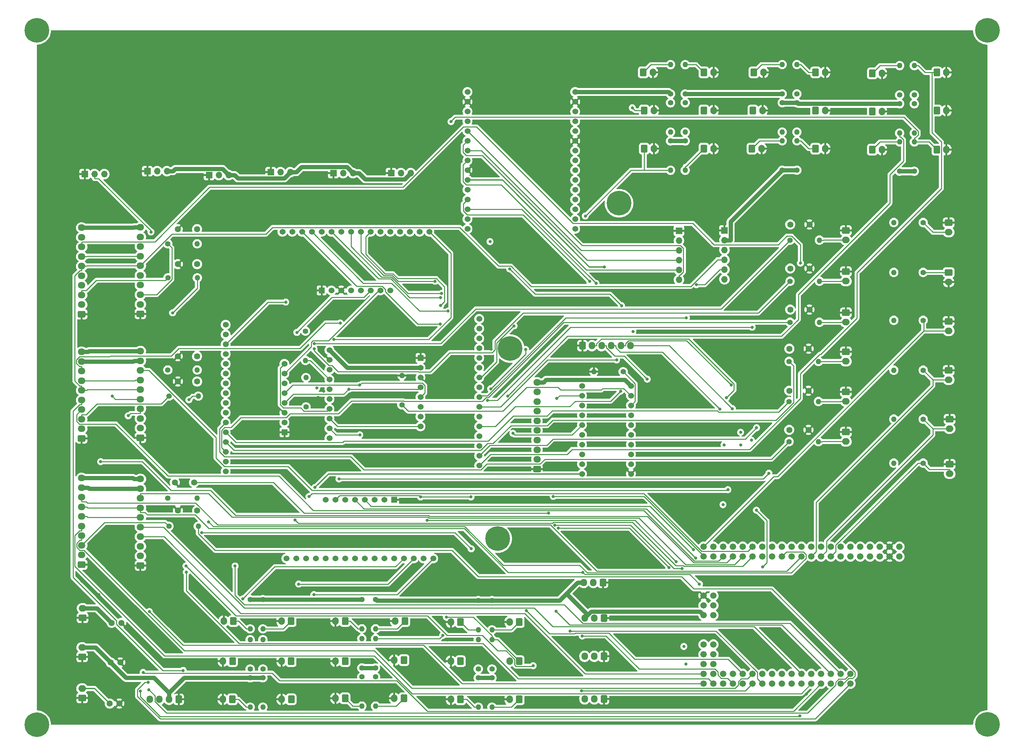
<source format=gbr>
%TF.GenerationSoftware,KiCad,Pcbnew,(6.0.7-1)-1*%
%TF.CreationDate,2022-12-15T20:56:10+05:30*%
%TF.ProjectId,BatteryCircuit,42617474-6572-4794-9369-72637569742e,rev?*%
%TF.SameCoordinates,Original*%
%TF.FileFunction,Copper,L1,Top*%
%TF.FilePolarity,Positive*%
%FSLAX46Y46*%
G04 Gerber Fmt 4.6, Leading zero omitted, Abs format (unit mm)*
G04 Created by KiCad (PCBNEW (6.0.7-1)-1) date 2022-12-15 20:56:10*
%MOMM*%
%LPD*%
G01*
G04 APERTURE LIST*
G04 Aperture macros list*
%AMRoundRect*
0 Rectangle with rounded corners*
0 $1 Rounding radius*
0 $2 $3 $4 $5 $6 $7 $8 $9 X,Y pos of 4 corners*
0 Add a 4 corners polygon primitive as box body*
4,1,4,$2,$3,$4,$5,$6,$7,$8,$9,$2,$3,0*
0 Add four circle primitives for the rounded corners*
1,1,$1+$1,$2,$3*
1,1,$1+$1,$4,$5*
1,1,$1+$1,$6,$7*
1,1,$1+$1,$8,$9*
0 Add four rect primitives between the rounded corners*
20,1,$1+$1,$2,$3,$4,$5,0*
20,1,$1+$1,$4,$5,$6,$7,0*
20,1,$1+$1,$6,$7,$8,$9,0*
20,1,$1+$1,$8,$9,$2,$3,0*%
G04 Aperture macros list end*
%TA.AperFunction,ComponentPad*%
%ADD10RoundRect,0.250000X0.600000X0.750000X-0.600000X0.750000X-0.600000X-0.750000X0.600000X-0.750000X0*%
%TD*%
%TA.AperFunction,ComponentPad*%
%ADD11O,1.700000X2.000000*%
%TD*%
%TA.AperFunction,ComponentPad*%
%ADD12C,1.400000*%
%TD*%
%TA.AperFunction,ComponentPad*%
%ADD13O,1.400000X1.400000*%
%TD*%
%TA.AperFunction,ComponentPad*%
%ADD14RoundRect,0.250000X-0.750000X0.600000X-0.750000X-0.600000X0.750000X-0.600000X0.750000X0.600000X0*%
%TD*%
%TA.AperFunction,ComponentPad*%
%ADD15O,2.000000X1.700000*%
%TD*%
%TA.AperFunction,ComponentPad*%
%ADD16RoundRect,0.250000X-0.600000X-0.750000X0.600000X-0.750000X0.600000X0.750000X-0.600000X0.750000X0*%
%TD*%
%TA.AperFunction,ComponentPad*%
%ADD17C,1.600000*%
%TD*%
%TA.AperFunction,ComponentPad*%
%ADD18R,1.700000X1.700000*%
%TD*%
%TA.AperFunction,ComponentPad*%
%ADD19O,1.700000X1.700000*%
%TD*%
%TA.AperFunction,ComponentPad*%
%ADD20C,1.524000*%
%TD*%
%TA.AperFunction,ComponentPad*%
%ADD21RoundRect,0.250000X0.600000X0.725000X-0.600000X0.725000X-0.600000X-0.725000X0.600000X-0.725000X0*%
%TD*%
%TA.AperFunction,ComponentPad*%
%ADD22O,1.700000X1.950000*%
%TD*%
%TA.AperFunction,ComponentPad*%
%ADD23C,6.400000*%
%TD*%
%TA.AperFunction,ComponentPad*%
%ADD24R,1.524000X1.524000*%
%TD*%
%TA.AperFunction,ComponentPad*%
%ADD25RoundRect,0.250000X0.725000X-0.600000X0.725000X0.600000X-0.725000X0.600000X-0.725000X-0.600000X0*%
%TD*%
%TA.AperFunction,ComponentPad*%
%ADD26O,1.950000X1.700000*%
%TD*%
%TA.AperFunction,ComponentPad*%
%ADD27RoundRect,0.250000X0.750000X-0.600000X0.750000X0.600000X-0.750000X0.600000X-0.750000X-0.600000X0*%
%TD*%
%TA.AperFunction,ComponentPad*%
%ADD28C,1.676400*%
%TD*%
%TA.AperFunction,ComponentPad*%
%ADD29RoundRect,0.250000X-0.600000X-0.725000X0.600000X-0.725000X0.600000X0.725000X-0.600000X0.725000X0*%
%TD*%
%TA.AperFunction,ViaPad*%
%ADD30C,0.800000*%
%TD*%
%TA.AperFunction,Conductor*%
%ADD31C,0.250000*%
%TD*%
%TA.AperFunction,Conductor*%
%ADD32C,1.067000*%
%TD*%
%TA.AperFunction,Conductor*%
%ADD33C,0.300000*%
%TD*%
G04 APERTURE END LIST*
D10*
%TO.P,J61,1,Pin_1*%
%TO.N,/temp sen 5.3*%
X120904000Y-191516000D03*
D11*
%TO.P,J61,2,Pin_2*%
%TO.N,GND*%
X118404000Y-191516000D03*
%TD*%
D12*
%TO.P,R52,1*%
%TO.N,/con_discharger_6*%
X255397000Y-88011000D03*
D13*
%TO.P,R52,2*%
%TO.N,+5V*%
X247777000Y-88011000D03*
%TD*%
D12*
%TO.P,R41,1*%
%TO.N,Net-(J55-Pad3)*%
X59419000Y-159586000D03*
D13*
%TO.P,R41,2*%
%TO.N,/Dis_6_I_Sen*%
X67039000Y-159586000D03*
%TD*%
D14*
%TO.P,J48,1,Pin_1*%
%TO.N,GND*%
X262272000Y-150769000D03*
D15*
%TO.P,J48,2,Pin_2*%
%TO.N,/con_discharger_1*%
X262272000Y-153269000D03*
%TD*%
D12*
%TO.P,R39,1*%
%TO.N,Net-(J47-Pad3)*%
X59419000Y-126312000D03*
D13*
%TO.P,R39,2*%
%TO.N,/Dis_5_I_Sen*%
X67039000Y-126312000D03*
%TD*%
D16*
%TO.P,J23,1,Pin_1*%
%TO.N,/temp sen 1.2*%
X183007000Y-58928000D03*
D11*
%TO.P,J23,2,Pin_2*%
%TO.N,GND*%
X185507000Y-58928000D03*
%TD*%
D12*
%TO.P,R27,1*%
%TO.N,+5V*%
X253091000Y-54881000D03*
D13*
%TO.P,R27,2*%
%TO.N,/temp sen 3.4*%
X253091000Y-47261000D03*
%TD*%
D16*
%TO.P,J44,1,Pin_1*%
%TO.N,/temp sen 3.6*%
X258933000Y-69105000D03*
D11*
%TO.P,J44,2,Pin_2*%
%TO.N,GND*%
X261433000Y-69105000D03*
%TD*%
D16*
%TO.P,J40,1,Pin_1*%
%TO.N,/temp sen 3.2*%
X242189000Y-59182000D03*
D11*
%TO.P,J40,2,Pin_2*%
%TO.N,GND*%
X244689000Y-59182000D03*
%TD*%
D17*
%TO.P,C7,1*%
%TO.N,+12V*%
X44834000Y-191984000D03*
%TO.P,C7,2*%
%TO.N,GND*%
X47334000Y-191984000D03*
%TD*%
D12*
%TO.P,R31,1*%
%TO.N,Net-(J45-Pad3)*%
X59690000Y-166878000D03*
D13*
%TO.P,R31,2*%
%TO.N,/Dis_3_I_Sen*%
X67310000Y-166878000D03*
%TD*%
D12*
%TO.P,R43,1*%
%TO.N,/con_discharger_3*%
X255397000Y-126365000D03*
D13*
%TO.P,R43,2*%
%TO.N,+5V*%
X247777000Y-126365000D03*
%TD*%
D18*
%TO.P,J36,1,Pin_1*%
%TO.N,GND*%
X203835000Y-90043000D03*
D19*
%TO.P,J36,2,Pin_2*%
%TO.N,+5V*%
X203835000Y-92583000D03*
%TO.P,J36,3,Pin_3*%
%TO.N,/SDCARD_MISO*%
X203835000Y-95123000D03*
%TO.P,J36,4,Pin_4*%
%TO.N,/MCP4921_MOSI*%
X203835000Y-97663000D03*
%TO.P,J36,5,Pin_5*%
%TO.N,/MCP4921_SCK*%
X203835000Y-100203000D03*
%TO.P,J36,6,Pin_6*%
%TO.N,/SDCARD_CS*%
X203835000Y-102743000D03*
%TD*%
D12*
%TO.P,R7,1*%
%TO.N,/INT3*%
X120142000Y-135382000D03*
D13*
%TO.P,R7,2*%
%TO.N,GND*%
X120142000Y-127762000D03*
%TD*%
D18*
%TO.P,J37,1,Pin_1*%
%TO.N,GND*%
X192024000Y-90170000D03*
D19*
%TO.P,J37,2,Pin_2*%
%TO.N,+3V3*%
X192024000Y-92710000D03*
%TO.P,J37,3,Pin_3*%
%TO.N,/MISO_ESP*%
X192024000Y-95250000D03*
%TO.P,J37,4,Pin_4*%
%TO.N,/MOSI_ESP*%
X192024000Y-97790000D03*
%TO.P,J37,5,Pin_5*%
%TO.N,/SCK_ESP*%
X192024000Y-100330000D03*
%TO.P,J37,6,Pin_6*%
%TO.N,/CS_ESP*%
X192024000Y-102870000D03*
%TD*%
D14*
%TO.P,J66,1,Pin_1*%
%TO.N,GND*%
X262018000Y-88031000D03*
D15*
%TO.P,J66,2,Pin_2*%
%TO.N,/con_discharger_6*%
X262018000Y-90531000D03*
%TD*%
D12*
%TO.P,R21,1*%
%TO.N,+5V*%
X95123000Y-116205000D03*
D13*
%TO.P,R21,2*%
%TO.N,/SDA*%
X95123000Y-123825000D03*
%TD*%
D16*
%TO.P,J41,1,Pin_1*%
%TO.N,/temp sen 3.3*%
X242189000Y-69088000D03*
D11*
%TO.P,J41,2,Pin_2*%
%TO.N,GND*%
X244689000Y-69088000D03*
%TD*%
D10*
%TO.P,J67,1,Pin_1*%
%TO.N,/temp sen 6.1*%
X91440000Y-211836000D03*
D11*
%TO.P,J67,2,Pin_2*%
%TO.N,GND*%
X88940000Y-211836000D03*
%TD*%
D10*
%TO.P,J54,1,Pin_1*%
%TO.N,/temp sen 4.6*%
X135362000Y-191787000D03*
D11*
%TO.P,J54,2,Pin_2*%
%TO.N,GND*%
X132862000Y-191787000D03*
%TD*%
D20*
%TO.P,U2,1,A0(ADC0)*%
%TO.N,unconnected-(U2-Pad1)*%
X165100000Y-89662000D03*
%TO.P,U2,2,RSV*%
%TO.N,unconnected-(U2-Pad2)*%
X165100000Y-87122000D03*
%TO.P,U2,3,RSV*%
%TO.N,unconnected-(U2-Pad3)*%
X165100000Y-84582000D03*
%TO.P,U2,4,SD3(GPIO10)*%
%TO.N,unconnected-(U2-Pad4)*%
X165100000Y-82042000D03*
%TO.P,U2,5,SD2(GPIO9)*%
%TO.N,unconnected-(U2-Pad5)*%
X165100000Y-79502000D03*
%TO.P,U2,6,SD1(MOSI)*%
%TO.N,unconnected-(U2-Pad6)*%
X165100000Y-76962000D03*
%TO.P,U2,7,CMD(CS)*%
%TO.N,unconnected-(U2-Pad7)*%
X165100000Y-74422000D03*
%TO.P,U2,8,SDO(MISO)*%
%TO.N,unconnected-(U2-Pad8)*%
X165100000Y-71882000D03*
%TO.P,U2,9,CLK(SCLK)*%
%TO.N,unconnected-(U2-Pad9)*%
X165100000Y-69342000D03*
%TO.P,U2,10,GND*%
%TO.N,GND*%
X165100000Y-66802000D03*
%TO.P,U2,11,3.3V*%
%TO.N,unconnected-(U2-Pad11)*%
X165100000Y-64262000D03*
%TO.P,U2,12,EN*%
%TO.N,unconnected-(U2-Pad12)*%
X165100000Y-61722000D03*
%TO.P,U2,13,RST*%
%TO.N,unconnected-(U2-Pad13)*%
X165100000Y-59182000D03*
%TO.P,U2,14,GND*%
%TO.N,GND*%
X165100000Y-56642000D03*
%TO.P,U2,15,VIN*%
%TO.N,+5V*%
X165100000Y-54102000D03*
%TO.P,U2,16,3.3V*%
%TO.N,+3V3*%
X137160000Y-54102000D03*
%TO.P,U2,17,GND*%
%TO.N,GND*%
X137160000Y-56642000D03*
%TO.P,U2,18,TX(GPIO1)*%
%TO.N,Net-(U1-Pad9)*%
X137160000Y-59182000D03*
%TO.P,U2,19,RX(DPIO3)*%
%TO.N,Net-(U1-Pad8)*%
X137160000Y-61722000D03*
%TO.P,U2,20,D8(GPIO15)*%
%TO.N,/CS_ESP*%
X137160000Y-64262000D03*
%TO.P,U2,21,D7(GPIO13)*%
%TO.N,/MOSI_ESP*%
X137160000Y-66802000D03*
%TO.P,U2,22,D6(GPIO12)*%
%TO.N,/MISO_ESP*%
X137160000Y-69342000D03*
%TO.P,U2,23,D5(GPIO14)*%
%TO.N,/SCK_ESP*%
X137160000Y-71882000D03*
%TO.P,U2,24,GND*%
%TO.N,GND*%
X137160000Y-74422000D03*
%TO.P,U2,25,3.3V*%
%TO.N,+3V3*%
X137160000Y-76962000D03*
%TO.P,U2,26,D4(GPIO2)*%
%TO.N,Net-(U1-Pad5)*%
X137160000Y-79502000D03*
%TO.P,U2,27,D3(GPIO0)*%
%TO.N,Net-(U1-Pad4)*%
X137160000Y-82042000D03*
%TO.P,U2,28,D2(GPIO4)*%
%TO.N,Net-(U1-Pad3)*%
X137160000Y-84582000D03*
%TO.P,U2,29,D1(GPIO5)*%
%TO.N,Net-(U1-Pad2)*%
X137160000Y-87122000D03*
%TO.P,U2,30,D0(GPIO16)*%
%TO.N,unconnected-(U2-Pad30)*%
X137160000Y-89662000D03*
%TD*%
D18*
%TO.P,J21,1,Pin_1*%
%TO.N,GND*%
X70104000Y-75692000D03*
D19*
%TO.P,J21,2,Pin_2*%
%TO.N,/cell_3_i_meas*%
X72644000Y-75692000D03*
%TO.P,J21,3,Pin_3*%
%TO.N,+5V*%
X75184000Y-75692000D03*
%TD*%
D10*
%TO.P,J59,1,Pin_1*%
%TO.N,/temp sen 5.1*%
X120650000Y-211582000D03*
D11*
%TO.P,J59,2,Pin_2*%
%TO.N,GND*%
X118150000Y-211582000D03*
%TD*%
D21*
%TO.P,J14,1,Pin_1*%
%TO.N,GND*%
X172553000Y-200677000D03*
D22*
%TO.P,J14,2,Pin_2*%
%TO.N,/DHT22_2*%
X170053000Y-200677000D03*
%TO.P,J14,3,Pin_3*%
%TO.N,+5V*%
X167553000Y-200677000D03*
%TD*%
D12*
%TO.P,R56,1*%
%TO.N,+5V*%
X80772000Y-206248000D03*
D13*
%TO.P,R56,2*%
%TO.N,/temp sen 6.4*%
X80772000Y-213868000D03*
%TD*%
D10*
%TO.P,J62,1,Pin_1*%
%TO.N,/temp sen 5.4*%
X105410000Y-211582000D03*
D11*
%TO.P,J62,2,Pin_2*%
%TO.N,GND*%
X102910000Y-211582000D03*
%TD*%
D10*
%TO.P,J49,1,Pin_1*%
%TO.N,/temp sen 4.1*%
X150602000Y-211853000D03*
D11*
%TO.P,J49,2,Pin_2*%
%TO.N,GND*%
X148102000Y-211853000D03*
%TD*%
D12*
%TO.P,R42,1*%
%TO.N,/con_discharger_2*%
X255397000Y-139065000D03*
D13*
%TO.P,R42,2*%
%TO.N,+5V*%
X247777000Y-139065000D03*
%TD*%
D12*
%TO.P,R58,1*%
%TO.N,+5V*%
X80772000Y-185928000D03*
D13*
%TO.P,R58,2*%
%TO.N,/temp sen 6.6*%
X80772000Y-193548000D03*
%TD*%
D16*
%TO.P,J25,1,Pin_1*%
%TO.N,/temp sen 1.4*%
X198501000Y-49022000D03*
D11*
%TO.P,J25,2,Pin_2*%
%TO.N,GND*%
X201001000Y-49022000D03*
%TD*%
D18*
%TO.P,J8,1,Pin_1*%
%TO.N,GND*%
X117348000Y-75184000D03*
D19*
%TO.P,J8,2,Pin_2*%
%TO.N,/cell_6_i_meas*%
X119888000Y-75184000D03*
%TO.P,J8,3,Pin_3*%
%TO.N,+5V*%
X122428000Y-75184000D03*
%TD*%
D12*
%TO.P,R36,1*%
%TO.N,+5V*%
X139954000Y-206248000D03*
D13*
%TO.P,R36,2*%
%TO.N,/temp sen 4.4*%
X139954000Y-213868000D03*
%TD*%
D12*
%TO.P,R29,1*%
%TO.N,+5V*%
X253091000Y-74693000D03*
D13*
%TO.P,R29,2*%
%TO.N,/temp sen 3.6*%
X253091000Y-67073000D03*
%TD*%
D12*
%TO.P,R15,1*%
%TO.N,+5V*%
X218821000Y-56896000D03*
D13*
%TO.P,R15,2*%
%TO.N,/temp sen 2.2*%
X218821000Y-64516000D03*
%TD*%
D14*
%TO.P,J12,1,Pin_1*%
%TO.N,GND*%
X235348000Y-131973000D03*
D15*
%TO.P,J12,2,Pin_2*%
%TO.N,Net-(J12-Pad2)*%
X235348000Y-134473000D03*
%TD*%
D21*
%TO.P,J13,1,Pin_1*%
%TO.N,GND*%
X172553000Y-211726000D03*
D22*
%TO.P,J13,2,Pin_2*%
%TO.N,/DHT22_1*%
X170053000Y-211726000D03*
%TO.P,J13,3,Pin_3*%
%TO.N,+5V*%
X167553000Y-211726000D03*
%TD*%
D14*
%TO.P,J11,1,Pin_1*%
%TO.N,GND*%
X235348000Y-100731000D03*
D15*
%TO.P,J11,2,Pin_2*%
%TO.N,Net-(J11-Pad2)*%
X235348000Y-103231000D03*
%TD*%
D16*
%TO.P,J29,1,Pin_1*%
%TO.N,/temp sen 2.1*%
X211475000Y-49005000D03*
D11*
%TO.P,J29,2,Pin_2*%
%TO.N,GND*%
X213975000Y-49005000D03*
%TD*%
D16*
%TO.P,J27,1,Pin_1*%
%TO.N,/temp sen 1.6*%
X198501000Y-68834000D03*
D11*
%TO.P,J27,2,Pin_2*%
%TO.N,GND*%
X201001000Y-68834000D03*
%TD*%
D23*
%TO.P,P1,1*%
%TO.N,N/C*%
X25400000Y-218440000D03*
%TD*%
D10*
%TO.P,J71,1,Pin_1*%
%TO.N,/temp sen 6.5*%
X76200000Y-201930000D03*
D11*
%TO.P,J71,2,Pin_2*%
%TO.N,GND*%
X73700000Y-201930000D03*
%TD*%
D17*
%TO.P,C5,1*%
%TO.N,/cell_2_v_meas*%
X220893000Y-99949000D03*
%TO.P,C5,2*%
%TO.N,GND*%
X225893000Y-99949000D03*
%TD*%
D23*
%TO.P,P2,2*%
%TO.N,N/C*%
X272084800Y-218389200D03*
%TD*%
D12*
%TO.P,R17,1*%
%TO.N,+5V*%
X222631000Y-54610000D03*
D13*
%TO.P,R17,2*%
%TO.N,/temp sen 2.4*%
X222631000Y-46990000D03*
%TD*%
D20*
%TO.P,U4,1,VDD*%
%TO.N,+5V*%
X101346000Y-121158000D03*
%TO.P,U4,2,GND*%
%TO.N,GND*%
X101346000Y-123698000D03*
%TO.P,U4,3,SCL*%
%TO.N,/SCL*%
X101346000Y-126238000D03*
%TO.P,U4,4,SDA*%
%TO.N,/SDA*%
X101346000Y-128778000D03*
%TO.P,U4,5,ADDR*%
%TO.N,GND*%
X101346000Y-131318000D03*
%TO.P,U4,6,ALRT*%
%TO.N,unconnected-(U4-Pad6)*%
X101346000Y-133858000D03*
%TO.P,U4,7,A0*%
%TO.N,/ADC_A0*%
X101346000Y-136398000D03*
%TO.P,U4,8,A1*%
%TO.N,/ADC_A1*%
X101346000Y-138938000D03*
%TO.P,U4,9,A2*%
%TO.N,/ADC_A2*%
X101346000Y-141478000D03*
%TO.P,U4,10,A3*%
%TO.N,/ADC_A3*%
X101346000Y-144018000D03*
%TD*%
D12*
%TO.P,R26,1*%
%TO.N,+5V*%
X249281000Y-74693000D03*
D13*
%TO.P,R26,2*%
%TO.N,/temp sen 3.3*%
X249281000Y-67073000D03*
%TD*%
D21*
%TO.P,J5,1,Pin_1*%
%TO.N,GND*%
X172299000Y-181500000D03*
D22*
%TO.P,J5,2,Pin_2*%
%TO.N,/DHT22_4*%
X169799000Y-181500000D03*
%TO.P,J5,3,Pin_3*%
%TO.N,+5V*%
X167299000Y-181500000D03*
%TD*%
D12*
%TO.P,R49,1*%
%TO.N,+5V*%
X109748000Y-185911000D03*
D13*
%TO.P,R49,2*%
%TO.N,/temp sen 5.6*%
X109748000Y-193531000D03*
%TD*%
D12*
%TO.P,R8,1*%
%TO.N,+5V*%
X189845000Y-54627000D03*
D13*
%TO.P,R8,2*%
%TO.N,/temp sen 1.1*%
X189845000Y-47007000D03*
%TD*%
D12*
%TO.P,R40,1*%
%TO.N,/con_discharger_1*%
X255397000Y-150495000D03*
D13*
%TO.P,R40,2*%
%TO.N,+5V*%
X247777000Y-150495000D03*
%TD*%
D20*
%TO.P,U7,1,C0*%
%TO.N,/temp sen 3.5*%
X89154000Y-90424000D03*
%TO.P,U7,2,C1*%
%TO.N,/temp sen 3.6*%
X91694000Y-90424000D03*
%TO.P,U7,3,C2*%
%TO.N,/temp sen 4.1*%
X94234000Y-90424000D03*
%TO.P,U7,4,C3*%
%TO.N,/temp sen 4.2*%
X96774000Y-90424000D03*
%TO.P,U7,5,C4*%
%TO.N,/temp sen 4.3*%
X99314000Y-90424000D03*
%TO.P,U7,6,C5*%
%TO.N,/temp sen 4.4*%
X101854000Y-90424000D03*
%TO.P,U7,7,C6*%
%TO.N,/temp sen 4.5*%
X104394000Y-90424000D03*
%TO.P,U7,8,C7*%
%TO.N,/temp sen 4.6*%
X106934000Y-90424000D03*
%TO.P,U7,9,C8*%
%TO.N,/temp sen 5.1*%
X109474000Y-90424000D03*
%TO.P,U7,10,C9*%
%TO.N,/temp sen 5.2*%
X112014000Y-90424000D03*
%TO.P,U7,11,C10*%
%TO.N,/temp sen 5.3*%
X114554000Y-90424000D03*
%TO.P,U7,12,C11*%
%TO.N,/temp sen 5.4*%
X117094000Y-90424000D03*
%TO.P,U7,13,C12*%
%TO.N,/temp sen 5.5*%
X119634000Y-90424000D03*
%TO.P,U7,14,C13*%
%TO.N,/temp sen 5.6*%
X122174000Y-90424000D03*
%TO.P,U7,15,C14*%
%TO.N,/temp sen 6.1*%
X124714000Y-90424000D03*
%TO.P,U7,16,C15*%
%TO.N,/temp sen 6.2*%
X127254000Y-90424000D03*
%TO.P,U7,17,SIG*%
%TO.N,/ADC_A2*%
X117094000Y-105664000D03*
%TO.P,U7,18,S3*%
%TO.N,/S3*%
X114554000Y-105664000D03*
%TO.P,U7,19,S2*%
%TO.N,/S2*%
X112014000Y-105664000D03*
%TO.P,U7,20,S1*%
%TO.N,/S1*%
X109474000Y-105664000D03*
%TO.P,U7,21,S0*%
%TO.N,/S0*%
X106934000Y-105664000D03*
%TO.P,U7,22,EN*%
%TO.N,GND*%
X104394000Y-105664000D03*
%TO.P,U7,23,VCC*%
%TO.N,+5V*%
X101854000Y-105664000D03*
D24*
%TO.P,U7,24,GND*%
%TO.N,GND*%
X99314000Y-105664000D03*
%TD*%
D12*
%TO.P,R13,1*%
%TO.N,+5V*%
X193655000Y-66819000D03*
D13*
%TO.P,R13,2*%
%TO.N,/temp sen 1.6*%
X193655000Y-74439000D03*
%TD*%
D12*
%TO.P,R3,1*%
%TO.N,/cell_2_v_meas*%
X220853000Y-103251000D03*
D13*
%TO.P,R3,2*%
%TO.N,Net-(J11-Pad2)*%
X228473000Y-103251000D03*
%TD*%
D23*
%TO.P,P7,7*%
%TO.N,N/C*%
X144983200Y-170129200D03*
%TD*%
D14*
%TO.P,J58,1,Pin_1*%
%TO.N,GND*%
X262001000Y-113665000D03*
D15*
%TO.P,J58,2,Pin_2*%
%TO.N,/con_discharger_4*%
X262001000Y-116165000D03*
%TD*%
D21*
%TO.P,J10,1,Pin_1*%
%TO.N,GND*%
X172553000Y-190771000D03*
D22*
%TO.P,J10,2,Pin_2*%
%TO.N,/DHT22_3*%
X170053000Y-190771000D03*
%TO.P,J10,3,Pin_3*%
%TO.N,+5V*%
X167553000Y-190771000D03*
%TD*%
D17*
%TO.P,C6,1*%
%TO.N,/cell_5_v_meas*%
X220639000Y-131699000D03*
%TO.P,C6,2*%
%TO.N,GND*%
X225639000Y-131699000D03*
%TD*%
D10*
%TO.P,J64,1,Pin_1*%
%TO.N,/temp sen 5.6*%
X105410000Y-191516000D03*
D11*
%TO.P,J64,2,Pin_2*%
%TO.N,GND*%
X102910000Y-191516000D03*
%TD*%
D18*
%TO.P,J28,1,Pin_1*%
%TO.N,GND*%
X37846000Y-75438000D03*
D19*
%TO.P,J28,2,Pin_2*%
%TO.N,/cell_1_i_meas*%
X40386000Y-75438000D03*
%TO.P,J28,3,Pin_3*%
%TO.N,+5V*%
X42926000Y-75438000D03*
%TD*%
D25*
%TO.P,J7,1,Pin_1*%
%TO.N,GND*%
X155194000Y-152019000D03*
D26*
%TO.P,J7,2,Pin_2*%
%TO.N,/Battery1Relay*%
X155194000Y-149519000D03*
%TO.P,J7,3,Pin_3*%
%TO.N,/Battery2Relay*%
X155194000Y-147019000D03*
%TO.P,J7,4,Pin_4*%
%TO.N,/Battery3Relay*%
X155194000Y-144519000D03*
%TO.P,J7,5,Pin_5*%
%TO.N,/Battery4Relay*%
X155194000Y-142019000D03*
%TO.P,J7,6,Pin_6*%
%TO.N,/Battery5Relay*%
X155194000Y-139519000D03*
%TO.P,J7,7,Pin_7*%
%TO.N,/Battery6Relay*%
X155194000Y-137019000D03*
%TO.P,J7,8,Pin_8*%
%TO.N,/Battery chamber heater relay*%
X155194000Y-134519000D03*
%TO.P,J7,9,Pin_9*%
%TO.N,/Battery chamber coller relay*%
X155194000Y-132019000D03*
%TO.P,J7,10,Pin_10*%
%TO.N,+5V*%
X155194000Y-129519000D03*
%TD*%
D12*
%TO.P,R5,1*%
%TO.N,/cell_6_v_meas*%
X220599000Y-144907000D03*
D13*
%TO.P,R5,2*%
%TO.N,Net-(J15-Pad2)*%
X228219000Y-144907000D03*
%TD*%
D10*
%TO.P,J72,1,Pin_1*%
%TO.N,/temp sen 6.6*%
X76434000Y-191533000D03*
D11*
%TO.P,J72,2,Pin_2*%
%TO.N,GND*%
X73934000Y-191533000D03*
%TD*%
D27*
%TO.P,J3,1,Pin_1*%
%TO.N,GND*%
X37177000Y-211522000D03*
D15*
%TO.P,J3,2,Pin_2*%
%TO.N,+3V3*%
X37177000Y-209022000D03*
%TD*%
D10*
%TO.P,J69,1,Pin_1*%
%TO.N,/temp sen 6.3*%
X91420000Y-191533000D03*
D11*
%TO.P,J69,2,Pin_2*%
%TO.N,GND*%
X88920000Y-191533000D03*
%TD*%
D17*
%TO.P,C2,1*%
%TO.N,/cell_1_v_meas*%
X220893000Y-88519000D03*
%TO.P,C2,2*%
%TO.N,GND*%
X225893000Y-88519000D03*
%TD*%
D18*
%TO.P,J20,1,Pin_1*%
%TO.N,GND*%
X54102000Y-74676000D03*
D19*
%TO.P,J20,2,Pin_2*%
%TO.N,/cell_2_i_meas*%
X56642000Y-74676000D03*
%TO.P,J20,3,Pin_3*%
%TO.N,+5V*%
X59182000Y-74676000D03*
%TD*%
D16*
%TO.P,J26,1,Pin_1*%
%TO.N,/temp sen 1.5*%
X198501000Y-58928000D03*
D11*
%TO.P,J26,2,Pin_2*%
%TO.N,GND*%
X201001000Y-58928000D03*
%TD*%
D17*
%TO.P,C10,1*%
%TO.N,/Dis_1_I_Sen*%
X67016000Y-98806000D03*
%TO.P,C10,2*%
%TO.N,GND*%
X62016000Y-98806000D03*
%TD*%
D12*
%TO.P,R57,1*%
%TO.N,+5V*%
X80772000Y-203962000D03*
D13*
%TO.P,R57,2*%
%TO.N,/temp sen 6.5*%
X80772000Y-196342000D03*
%TD*%
D23*
%TO.P,P5,5*%
%TO.N,N/C*%
X176479200Y-83007200D03*
%TD*%
D20*
%TO.P,U8,1,C0*%
%TO.N,/temp sen 6.3*%
X128270000Y-175260000D03*
%TO.P,U8,2,C1*%
%TO.N,/temp sen 6.4*%
X125730000Y-175260000D03*
%TO.P,U8,3,C2*%
%TO.N,/temp sen 6.5*%
X123190000Y-175260000D03*
%TO.P,U8,4,C3*%
%TO.N,/temp sen 6.6*%
X120650000Y-175260000D03*
%TO.P,U8,5,C4*%
%TO.N,unconnected-(U8-Pad5)*%
X118110000Y-175260000D03*
%TO.P,U8,6,C5*%
%TO.N,unconnected-(U8-Pad6)*%
X115570000Y-175260000D03*
%TO.P,U8,7,C6*%
%TO.N,unconnected-(U8-Pad7)*%
X113030000Y-175260000D03*
%TO.P,U8,8,C7*%
%TO.N,unconnected-(U8-Pad8)*%
X110490000Y-175260000D03*
%TO.P,U8,9,C8*%
%TO.N,unconnected-(U8-Pad9)*%
X107950000Y-175260000D03*
%TO.P,U8,10,C9*%
%TO.N,unconnected-(U8-Pad10)*%
X105410000Y-175260000D03*
%TO.P,U8,11,C10*%
%TO.N,unconnected-(U8-Pad11)*%
X102870000Y-175260000D03*
%TO.P,U8,12,C11*%
%TO.N,unconnected-(U8-Pad12)*%
X100330000Y-175260000D03*
%TO.P,U8,13,C12*%
%TO.N,unconnected-(U8-Pad13)*%
X97790000Y-175260000D03*
%TO.P,U8,14,C13*%
%TO.N,unconnected-(U8-Pad14)*%
X95250000Y-175260000D03*
%TO.P,U8,15,C14*%
%TO.N,unconnected-(U8-Pad15)*%
X92710000Y-175260000D03*
%TO.P,U8,16,C15*%
%TO.N,unconnected-(U8-Pad16)*%
X90170000Y-175260000D03*
%TO.P,U8,17,SIG*%
%TO.N,/ADC_A3*%
X100330000Y-160020000D03*
%TO.P,U8,18,S3*%
%TO.N,/S3*%
X102870000Y-160020000D03*
%TO.P,U8,19,S2*%
%TO.N,/S2*%
X105410000Y-160020000D03*
%TO.P,U8,20,S1*%
%TO.N,/S1*%
X107950000Y-160020000D03*
%TO.P,U8,21,S0*%
%TO.N,/S0*%
X110490000Y-160020000D03*
%TO.P,U8,22,EN*%
%TO.N,GND*%
X113030000Y-160020000D03*
%TO.P,U8,23,VCC*%
%TO.N,+5V*%
X115570000Y-160020000D03*
D24*
%TO.P,U8,24,GND*%
%TO.N,GND*%
X118110000Y-160020000D03*
%TD*%
D12*
%TO.P,R28,1*%
%TO.N,+5V*%
X253091000Y-57167000D03*
D13*
%TO.P,R28,2*%
%TO.N,/temp sen 3.5*%
X253091000Y-64787000D03*
%TD*%
D12*
%TO.P,R34,1*%
%TO.N,+5V*%
X143510000Y-203962000D03*
D13*
%TO.P,R34,2*%
%TO.N,/temp sen 4.2*%
X143510000Y-196342000D03*
%TD*%
D23*
%TO.P,P3,3*%
%TO.N,N/C*%
X272034000Y-38100000D03*
%TD*%
D12*
%TO.P,R37,1*%
%TO.N,+5V*%
X139954000Y-203962000D03*
D13*
%TO.P,R37,2*%
%TO.N,/temp sen 4.5*%
X139954000Y-196342000D03*
%TD*%
D16*
%TO.P,J43,1,Pin_1*%
%TO.N,/temp sen 3.5*%
X258933000Y-58928000D03*
D11*
%TO.P,J43,2,Pin_2*%
%TO.N,GND*%
X261433000Y-58928000D03*
%TD*%
D16*
%TO.P,J30,1,Pin_1*%
%TO.N,/temp sen 2.2*%
X211221000Y-58911000D03*
D11*
%TO.P,J30,2,Pin_2*%
%TO.N,GND*%
X213721000Y-58911000D03*
%TD*%
D20*
%TO.P,U6,1,C0*%
%TO.N,/temp sen 1.1*%
X140208000Y-113030000D03*
%TO.P,U6,2,C1*%
%TO.N,/temp sen 1.2*%
X140208000Y-115570000D03*
%TO.P,U6,3,C2*%
%TO.N,/temp sen 1.3*%
X140208000Y-118110000D03*
%TO.P,U6,4,C3*%
%TO.N,/temp sen 1.4*%
X140208000Y-120650000D03*
%TO.P,U6,5,C4*%
%TO.N,/temp sen 1.5*%
X140208000Y-123190000D03*
%TO.P,U6,6,C5*%
%TO.N,/temp sen 1.6*%
X140208000Y-125730000D03*
%TO.P,U6,7,C6*%
%TO.N,/temp sen 2.1*%
X140208000Y-128270000D03*
%TO.P,U6,8,C7*%
%TO.N,/temp sen 2.2*%
X140208000Y-130810000D03*
%TO.P,U6,9,C8*%
%TO.N,/temp sen 2.3*%
X140208000Y-133350000D03*
%TO.P,U6,10,C9*%
%TO.N,/temp sen 2.4*%
X140208000Y-135890000D03*
%TO.P,U6,11,C10*%
%TO.N,/temp sen 2.5*%
X140208000Y-138430000D03*
%TO.P,U6,12,C11*%
%TO.N,/temp sen 2.6*%
X140208000Y-140970000D03*
%TO.P,U6,13,C12*%
%TO.N,/temp sen 3.1*%
X140208000Y-143510000D03*
%TO.P,U6,14,C13*%
%TO.N,/temp sen 3.2*%
X140208000Y-146050000D03*
%TO.P,U6,15,C14*%
%TO.N,/temp sen 3.3*%
X140208000Y-148590000D03*
%TO.P,U6,16,C15*%
%TO.N,/temp sen 3.4*%
X140208000Y-151130000D03*
%TO.P,U6,17,SIG*%
%TO.N,/ADC_A1*%
X124968000Y-140970000D03*
%TO.P,U6,18,S3*%
%TO.N,/S3*%
X124968000Y-138430000D03*
%TO.P,U6,19,S2*%
%TO.N,/S2*%
X124968000Y-135890000D03*
%TO.P,U6,20,S1*%
%TO.N,/S1*%
X124968000Y-133350000D03*
%TO.P,U6,21,S0*%
%TO.N,/S0*%
X124968000Y-130810000D03*
%TO.P,U6,22,EN*%
%TO.N,GND*%
X124968000Y-128270000D03*
%TO.P,U6,23,VCC*%
%TO.N,+5V*%
X124968000Y-125730000D03*
D24*
%TO.P,U6,24,GND*%
%TO.N,GND*%
X124968000Y-123190000D03*
%TD*%
D28*
%TO.P,U3,3V3_1,3V3*%
%TO.N,unconnected-(U3-Pad3V3_1)*%
X241608000Y-172212000D03*
%TO.P,U3,3V3_2,3V3*%
%TO.N,unconnected-(U3-Pad3V3_2)*%
X241608000Y-174752000D03*
%TO.P,U3,5V_1,5V*%
%TO.N,+5V*%
X244148000Y-172212000D03*
%TO.P,U3,5V_2,5V*%
X244148000Y-174752000D03*
%TO.P,U3,5V_3,5V*%
X198428000Y-189992000D03*
%TO.P,U3,A0,A0*%
%TO.N,/Dis_1_I_Sen*%
X236528000Y-207772000D03*
%TO.P,U3,A1,A1*%
%TO.N,/Dis_2_I_Sen*%
X236528000Y-205232000D03*
%TO.P,U3,A2,A2*%
%TO.N,/Dis_3_I_Sen*%
X233988000Y-207772000D03*
%TO.P,U3,A3,A3*%
%TO.N,/Dis_4_I_Sen*%
X233988000Y-205232000D03*
%TO.P,U3,A4,A4*%
%TO.N,/Dis_5_I_Sen*%
X231448000Y-207772000D03*
%TO.P,U3,A5,A5*%
%TO.N,/Dis_6_I_Sen*%
X231448000Y-205232000D03*
%TO.P,U3,A6,A6*%
%TO.N,/Dis_1_T_Sense*%
X228908000Y-207772000D03*
%TO.P,U3,A7,A7*%
%TO.N,/Dis_2_T_Sense*%
X228908000Y-205232000D03*
%TO.P,U3,A8,A8*%
%TO.N,/Dis_3_T_Sense*%
X226368000Y-207772000D03*
%TO.P,U3,A9,A9*%
%TO.N,/Dis_4_T_Sense*%
X226368000Y-205232000D03*
%TO.P,U3,A10,A10*%
%TO.N,/Dis_5_T_Sense*%
X223828000Y-207772000D03*
%TO.P,U3,A11,A11*%
%TO.N,/Dis_6_T_Sense*%
X223828000Y-205232000D03*
%TO.P,U3,A12,A12*%
%TO.N,unconnected-(U3-PadA12)*%
X221288000Y-207772000D03*
%TO.P,U3,A13,A13*%
%TO.N,unconnected-(U3-PadA13)*%
X221288000Y-205232000D03*
%TO.P,U3,A14,A14*%
%TO.N,unconnected-(U3-PadA14)*%
X218748000Y-207772000D03*
%TO.P,U3,A15,A15*%
%TO.N,unconnected-(U3-PadA15)*%
X218748000Y-205232000D03*
%TO.P,U3,AREF,AREF*%
%TO.N,unconnected-(U3-PadAREF)*%
X239068000Y-174752000D03*
%TO.P,U3,D2,D2*%
%TO.N,/pulse_cell_4*%
X233988000Y-174752000D03*
%TO.P,U3,D3,D3*%
%TO.N,/pulse_cell_5*%
X233988000Y-172212000D03*
%TO.P,U3,D4,D4*%
%TO.N,/con_discharger_1*%
X231448000Y-174752000D03*
%TO.P,U3,D5,D5*%
%TO.N,/pulse_cell_6*%
X231448000Y-172212000D03*
%TO.P,U3,D6,D6*%
%TO.N,/con_discharger_2*%
X228908000Y-174752000D03*
%TO.P,U3,D7,D7*%
%TO.N,/Dis_1_CS*%
X228908000Y-172212000D03*
%TO.P,U3,D8,D8*%
%TO.N,/con_discharger_3*%
X226368000Y-174752000D03*
%TO.P,U3,D9,D9*%
%TO.N,/Dis_2_CS*%
X226368000Y-172212000D03*
%TO.P,U3,D10,D10*%
%TO.N,/Dis_3_CS*%
X223828000Y-174752000D03*
%TO.P,U3,D11,D11*%
%TO.N,/pulse_cell_1*%
X223828000Y-172212000D03*
%TO.P,U3,D12,D12*%
%TO.N,/pulse_cell_2*%
X221288000Y-174752000D03*
%TO.P,U3,D13,D13*%
%TO.N,/pulse_cell_3*%
X221288000Y-172212000D03*
%TO.P,U3,D14,D14*%
%TO.N,/Dis_4_CS*%
X218748000Y-174752000D03*
%TO.P,U3,D15,D15*%
%TO.N,/Dis_5_CS*%
X218748000Y-172212000D03*
%TO.P,U3,D16,D16*%
%TO.N,/ESP_RX*%
X216208000Y-174752000D03*
%TO.P,U3,D17,D17*%
%TO.N,/ESP_TX*%
X216208000Y-172212000D03*
%TO.P,U3,D18,D18*%
%TO.N,/INT3*%
X213668000Y-174752000D03*
%TO.P,U3,D19,D19*%
%TO.N,/ESP_INT*%
X213668000Y-172212000D03*
%TO.P,U3,D20,D20*%
%TO.N,/SDA*%
X211128000Y-174752000D03*
%TO.P,U3,D21,D21*%
%TO.N,/SCL*%
X211128000Y-172212000D03*
%TO.P,U3,D22,D22*%
%TO.N,/Dis_6_CS*%
X208588000Y-174752000D03*
%TO.P,U3,D23,D23*%
%TO.N,/DHT22_4*%
X208588000Y-172212000D03*
%TO.P,U3,D24,D24*%
%TO.N,/Dis_1_Fan_Control*%
X206048000Y-174752000D03*
%TO.P,U3,D25,D25*%
%TO.N,/DHT22_3*%
X206048000Y-172212000D03*
%TO.P,U3,D26,D26*%
%TO.N,/Dis_2_Fan_Control*%
X203508000Y-174752000D03*
%TO.P,U3,D27,D27*%
%TO.N,/DHT22_2*%
X203508000Y-172212000D03*
%TO.P,U3,D28,D28*%
%TO.N,/Battery6Relay*%
X200968000Y-174752000D03*
%TO.P,U3,D29,D29*%
%TO.N,/DHT22_1*%
X200968000Y-172212000D03*
%TO.P,U3,D30,D30*%
%TO.N,/Battery5Relay*%
X198428000Y-174752000D03*
%TO.P,U3,D31,D31*%
%TO.N,/con_discharger_4*%
X198428000Y-172212000D03*
%TO.P,U3,D32,D32*%
%TO.N,/Battery4Relay*%
X216208000Y-207772000D03*
%TO.P,U3,D33,D33*%
%TO.N,/con_discharger_5*%
X216208000Y-205232000D03*
%TO.P,U3,D34,D34*%
%TO.N,/Battery3Relay*%
X213668000Y-207772000D03*
%TO.P,U3,D35,D35*%
%TO.N,/con_discharger_6*%
X213668000Y-205232000D03*
%TO.P,U3,D36,D36*%
%TO.N,/Battery2Relay*%
X211128000Y-207772000D03*
%TO.P,U3,D37,D37*%
%TO.N,/Dis_3_Fan_Control*%
X211128000Y-205232000D03*
%TO.P,U3,D38,D38*%
%TO.N,/Battery1Relay*%
X208588000Y-207772000D03*
%TO.P,U3,D39,D39*%
%TO.N,/S3*%
X208588000Y-205232000D03*
%TO.P,U3,D40,D40*%
%TO.N,/Battery chamber coller relay*%
X206048000Y-207772000D03*
%TO.P,U3,D41,D41*%
%TO.N,/S2*%
X206048000Y-205232000D03*
%TO.P,U3,D42,D42*%
%TO.N,/Battery chamber heater relay*%
X203508000Y-207772000D03*
%TO.P,U3,D43,D43*%
%TO.N,/S1*%
X203508000Y-205232000D03*
%TO.P,U3,D44,D44*%
%TO.N,/Dis_4_Fan_Control*%
X200968000Y-207772000D03*
%TO.P,U3,D45,D45*%
%TO.N,/S0*%
X200968000Y-205232000D03*
%TO.P,U3,D46,D46*%
%TO.N,/Dis_5_Fan_Control*%
X198428000Y-207772000D03*
%TO.P,U3,D47,D47*%
%TO.N,/Dis_6_Fan_Control*%
X198428000Y-205232000D03*
%TO.P,U3,D48,D48*%
%TO.N,unconnected-(U3-PadD48)*%
X198428000Y-202692000D03*
%TO.P,U3,D49,D49*%
%TO.N,unconnected-(U3-PadD49)*%
X200968000Y-202692000D03*
%TO.P,U3,D50,D50*%
%TO.N,/SDCARD_MISO*%
X198428000Y-200152000D03*
%TO.P,U3,D51,D51*%
%TO.N,/MCP4921_MOSI*%
X200968000Y-200152000D03*
%TO.P,U3,D52,D52*%
%TO.N,/MCP4921_SCK*%
X198428000Y-197612000D03*
%TO.P,U3,D53,D53*%
%TO.N,/SDCARD_CS*%
X200968000Y-197612000D03*
%TO.P,U3,GND_1,GND*%
%TO.N,GND*%
X246688000Y-172212000D03*
%TO.P,U3,GND_2,GND*%
X246688000Y-174752000D03*
%TO.P,U3,GND_3,GND*%
X198428000Y-184912000D03*
%TO.P,U3,MISO,MISO*%
%TO.N,unconnected-(U3-PadMISO)*%
X200968000Y-189992000D03*
%TO.P,U3,MOSI,MOSI*%
%TO.N,unconnected-(U3-PadMOSI)*%
X198428000Y-187452000D03*
%TO.P,U3,RESET,RESET*%
%TO.N,unconnected-(U3-PadRESET)*%
X200968000Y-184912000D03*
%TO.P,U3,RST,RST*%
%TO.N,unconnected-(U3-PadRST)*%
X239068000Y-172212000D03*
%TO.P,U3,RX,RX*%
%TO.N,unconnected-(U3-PadRX)*%
X236528000Y-174752000D03*
%TO.P,U3,SCK,SCK*%
%TO.N,unconnected-(U3-PadSCK)*%
X200968000Y-187452000D03*
%TO.P,U3,TX,TX*%
%TO.N,unconnected-(U3-PadTX)*%
X236528000Y-172212000D03*
%TO.P,U3,VIN_1,VIN*%
%TO.N,unconnected-(U3-PadVIN_1)*%
X249228000Y-172212000D03*
%TO.P,U3,VIN_2,VIN*%
%TO.N,unconnected-(U3-PadVIN_2)*%
X249228000Y-174752000D03*
%TD*%
D17*
%TO.P,C8,1*%
%TO.N,/cell_6_v_meas*%
X220639000Y-141859000D03*
%TO.P,C8,2*%
%TO.N,GND*%
X225639000Y-141859000D03*
%TD*%
D16*
%TO.P,J42,1,Pin_1*%
%TO.N,/temp sen 3.4*%
X258933000Y-49039000D03*
D11*
%TO.P,J42,2,Pin_2*%
%TO.N,GND*%
X261433000Y-49039000D03*
%TD*%
D10*
%TO.P,J60,1,Pin_1*%
%TO.N,/temp sen 5.2*%
X120670000Y-201659000D03*
D11*
%TO.P,J60,2,Pin_2*%
%TO.N,GND*%
X118170000Y-201659000D03*
%TD*%
D12*
%TO.P,R32,1*%
%TO.N,Net-(J46-Pad3)*%
X59419000Y-93546000D03*
D13*
%TO.P,R32,2*%
%TO.N,/Dis_4_I_Sen*%
X67039000Y-93546000D03*
%TD*%
D12*
%TO.P,R23,1*%
%TO.N,Net-(J35-Pad3)*%
X59436000Y-102362000D03*
D13*
%TO.P,R23,2*%
%TO.N,/Dis_1_I_Sen*%
X67056000Y-102362000D03*
%TD*%
D25*
%TO.P,J46,1,Pin_1*%
%TO.N,GND*%
X52290000Y-111760000D03*
D26*
%TO.P,J46,2,Pin_2*%
%TO.N,unconnected-(J46-Pad2)*%
X52290000Y-109260000D03*
%TO.P,J46,3,Pin_3*%
%TO.N,Net-(J46-Pad3)*%
X52290000Y-106760000D03*
%TO.P,J46,4,Pin_4*%
%TO.N,/Dis_4_Fan_Control*%
X52290000Y-104260000D03*
%TO.P,J46,5,Pin_5*%
%TO.N,/Dis_4_T_Sense*%
X52290000Y-101760000D03*
%TO.P,J46,6,Pin_6*%
%TO.N,/MCP4921_MOSI*%
X52290000Y-99260000D03*
%TO.P,J46,7,Pin_7*%
%TO.N,/MCP4921_SCK*%
X52290000Y-96760000D03*
%TO.P,J46,8,Pin_8*%
%TO.N,/Dis_4_CS*%
X52290000Y-94260000D03*
%TO.P,J46,9,Pin_9*%
%TO.N,+5V*%
X52290000Y-91760000D03*
%TO.P,J46,10,Pin_10*%
%TO.N,+12V*%
X52290000Y-89260000D03*
%TD*%
D17*
%TO.P,C3,1*%
%TO.N,+3V3*%
X44326000Y-212939000D03*
%TO.P,C3,2*%
%TO.N,GND*%
X46826000Y-212939000D03*
%TD*%
D12*
%TO.P,R55,1*%
%TO.N,+5V*%
X84074000Y-185928000D03*
D13*
%TO.P,R55,2*%
%TO.N,/temp sen 6.3*%
X84074000Y-193548000D03*
%TD*%
D12*
%TO.P,R18,1*%
%TO.N,+5V*%
X222631000Y-56896000D03*
D13*
%TO.P,R18,2*%
%TO.N,/temp sen 2.5*%
X222631000Y-64516000D03*
%TD*%
D25*
%TO.P,J38,1,Pin_1*%
%TO.N,GND*%
X37067000Y-144092000D03*
D26*
%TO.P,J38,2,Pin_2*%
%TO.N,unconnected-(J38-Pad2)*%
X37067000Y-141592000D03*
%TO.P,J38,3,Pin_3*%
%TO.N,Net-(J38-Pad3)*%
X37067000Y-139092000D03*
%TO.P,J38,4,Pin_4*%
%TO.N,/Dis_2_Fan_Control*%
X37067000Y-136592000D03*
%TO.P,J38,5,Pin_5*%
%TO.N,/Dis_2_T_Sense*%
X37067000Y-134092000D03*
%TO.P,J38,6,Pin_6*%
%TO.N,/MCP4921_MOSI*%
X37067000Y-131592000D03*
%TO.P,J38,7,Pin_7*%
%TO.N,/MCP4921_SCK*%
X37067000Y-129092000D03*
%TO.P,J38,8,Pin_8*%
%TO.N,/Dis_2_CS*%
X37067000Y-126592000D03*
%TO.P,J38,9,Pin_9*%
%TO.N,+5V*%
X37067000Y-124092000D03*
%TO.P,J38,10,Pin_10*%
%TO.N,+12V*%
X37067000Y-121592000D03*
%TD*%
D16*
%TO.P,J39,1,Pin_1*%
%TO.N,/temp sen 3.1*%
X242189000Y-49276000D03*
D11*
%TO.P,J39,2,Pin_2*%
%TO.N,GND*%
X244689000Y-49276000D03*
%TD*%
D12*
%TO.P,R14,1*%
%TO.N,+5V*%
X218821000Y-54610000D03*
D13*
%TO.P,R14,2*%
%TO.N,/temp sen 2.1*%
X218821000Y-46990000D03*
%TD*%
D14*
%TO.P,J57,1,Pin_1*%
%TO.N,GND*%
X262018000Y-126385000D03*
D15*
%TO.P,J57,2,Pin_2*%
%TO.N,/con_discharger_3*%
X262018000Y-128885000D03*
%TD*%
D10*
%TO.P,J50,1,Pin_1*%
%TO.N,/temp sen 4.2*%
X150602000Y-201947000D03*
D11*
%TO.P,J50,2,Pin_2*%
%TO.N,GND*%
X148102000Y-201947000D03*
%TD*%
D16*
%TO.P,J33,1,Pin_1*%
%TO.N,/temp sen 2.5*%
X227477000Y-58928000D03*
D11*
%TO.P,J33,2,Pin_2*%
%TO.N,GND*%
X229977000Y-58928000D03*
%TD*%
D12*
%TO.P,R25,1*%
%TO.N,+5V*%
X249281000Y-57167000D03*
D13*
%TO.P,R25,2*%
%TO.N,/temp sen 3.2*%
X249281000Y-64787000D03*
%TD*%
D16*
%TO.P,J22,1,Pin_1*%
%TO.N,/temp sen 1.1*%
X182753000Y-49022000D03*
D11*
%TO.P,J22,2,Pin_2*%
%TO.N,GND*%
X185253000Y-49022000D03*
%TD*%
D12*
%TO.P,R10,1*%
%TO.N,+5V*%
X189845000Y-66819000D03*
D13*
%TO.P,R10,2*%
%TO.N,/temp sen 1.3*%
X189845000Y-74439000D03*
%TD*%
D17*
%TO.P,C13,1*%
%TO.N,/Dis_4_I_Sen*%
X66999000Y-89736000D03*
%TO.P,C13,2*%
%TO.N,GND*%
X61999000Y-89736000D03*
%TD*%
D14*
%TO.P,J16,1,Pin_1*%
%TO.N,GND*%
X235348000Y-111399000D03*
D15*
%TO.P,J16,2,Pin_2*%
%TO.N,Net-(J16-Pad2)*%
X235348000Y-113899000D03*
%TD*%
D12*
%TO.P,R6,1*%
%TO.N,/cell_3_v_meas*%
X220853000Y-113919000D03*
D13*
%TO.P,R6,2*%
%TO.N,Net-(J16-Pad2)*%
X228473000Y-113919000D03*
%TD*%
D12*
%TO.P,R22,1*%
%TO.N,/ESP_INT*%
X177546000Y-126746000D03*
D13*
%TO.P,R22,2*%
%TO.N,GND*%
X169926000Y-126746000D03*
%TD*%
D10*
%TO.P,J70,1,Pin_1*%
%TO.N,/temp sen 6.4*%
X76160000Y-211836000D03*
D11*
%TO.P,J70,2,Pin_2*%
%TO.N,GND*%
X73660000Y-211836000D03*
%TD*%
D17*
%TO.P,C12,1*%
%TO.N,/Dis_3_I_Sen*%
X67016000Y-162814000D03*
%TO.P,C12,2*%
%TO.N,GND*%
X62016000Y-162814000D03*
%TD*%
D12*
%TO.P,R24,1*%
%TO.N,+5V*%
X249281000Y-54881000D03*
D13*
%TO.P,R24,2*%
%TO.N,/temp sen 3.1*%
X249281000Y-47261000D03*
%TD*%
D12*
%TO.P,R45,1*%
%TO.N,+5V*%
X113304000Y-203691000D03*
D13*
%TO.P,R45,2*%
%TO.N,/temp sen 5.2*%
X113304000Y-196071000D03*
%TD*%
D12*
%TO.P,R50,1*%
%TO.N,/con_discharger_4*%
X255397000Y-113411000D03*
D13*
%TO.P,R50,2*%
%TO.N,+5V*%
X247777000Y-113411000D03*
%TD*%
D18*
%TO.P,J19,1,Pin_1*%
%TO.N,GND*%
X86106000Y-74930000D03*
D19*
%TO.P,J19,2,Pin_2*%
%TO.N,/cell_4_i_meas*%
X88646000Y-74930000D03*
%TO.P,J19,3,Pin_3*%
%TO.N,+5V*%
X91186000Y-74930000D03*
%TD*%
D12*
%TO.P,R9,1*%
%TO.N,+5V*%
X189845000Y-56913000D03*
D13*
%TO.P,R9,2*%
%TO.N,/temp sen 1.2*%
X189845000Y-64533000D03*
%TD*%
D17*
%TO.P,C11,1*%
%TO.N,/Dis_2_I_Sen*%
X67016000Y-129286000D03*
%TO.P,C11,2*%
%TO.N,GND*%
X62016000Y-129286000D03*
%TD*%
D12*
%TO.P,R19,1*%
%TO.N,+5V*%
X222631000Y-74422000D03*
D13*
%TO.P,R19,2*%
%TO.N,/temp sen 2.6*%
X222631000Y-66802000D03*
%TD*%
D16*
%TO.P,J24,1,Pin_1*%
%TO.N,/temp sen 1.3*%
X183007000Y-68834000D03*
D11*
%TO.P,J24,2,Pin_2*%
%TO.N,GND*%
X185507000Y-68834000D03*
%TD*%
D17*
%TO.P,C4,1*%
%TO.N,+5V*%
X44580000Y-202271000D03*
%TO.P,C4,2*%
%TO.N,GND*%
X47080000Y-202271000D03*
%TD*%
D12*
%TO.P,R44,1*%
%TO.N,+5V*%
X113304000Y-205977000D03*
D13*
%TO.P,R44,2*%
%TO.N,/temp sen 5.1*%
X113304000Y-213597000D03*
%TD*%
D16*
%TO.P,J31,1,Pin_1*%
%TO.N,/temp sen 2.3*%
X210967000Y-68817000D03*
D11*
%TO.P,J31,2,Pin_2*%
%TO.N,GND*%
X213467000Y-68817000D03*
%TD*%
D14*
%TO.P,J1,1,Pin_1*%
%TO.N,GND*%
X235348000Y-121559000D03*
D15*
%TO.P,J1,2,Pin_2*%
%TO.N,Net-(J1-Pad2)*%
X235348000Y-124059000D03*
%TD*%
D10*
%TO.P,J52,1,Pin_1*%
%TO.N,/temp sen 4.4*%
X135362000Y-211853000D03*
D11*
%TO.P,J52,2,Pin_2*%
%TO.N,GND*%
X132862000Y-211853000D03*
%TD*%
D12*
%TO.P,R11,1*%
%TO.N,+5V*%
X193655000Y-54627000D03*
D13*
%TO.P,R11,2*%
%TO.N,/temp sen 1.4*%
X193655000Y-47007000D03*
%TD*%
D12*
%TO.P,R38,1*%
%TO.N,+5V*%
X139954000Y-186182000D03*
D13*
%TO.P,R38,2*%
%TO.N,/temp sen 4.6*%
X139954000Y-193802000D03*
%TD*%
D12*
%TO.P,R4,1*%
%TO.N,/cell_5_v_meas*%
X220599000Y-134493000D03*
D13*
%TO.P,R4,2*%
%TO.N,Net-(J12-Pad2)*%
X228219000Y-134493000D03*
%TD*%
D12*
%TO.P,R1,1*%
%TO.N,/cell_4_v_meas*%
X220599000Y-124079000D03*
D13*
%TO.P,R1,2*%
%TO.N,Net-(J1-Pad2)*%
X228219000Y-124079000D03*
%TD*%
D12*
%TO.P,R35,1*%
%TO.N,+5V*%
X143510000Y-186182000D03*
D13*
%TO.P,R35,2*%
%TO.N,/temp sen 4.3*%
X143510000Y-193802000D03*
%TD*%
D12*
%TO.P,R30,1*%
%TO.N,Net-(J38-Pad3)*%
X59690000Y-133096000D03*
D13*
%TO.P,R30,2*%
%TO.N,/Dis_2_I_Sen*%
X67310000Y-133096000D03*
%TD*%
D16*
%TO.P,J34,1,Pin_1*%
%TO.N,/temp sen 2.6*%
X227477000Y-68817000D03*
D11*
%TO.P,J34,2,Pin_2*%
%TO.N,GND*%
X229977000Y-68817000D03*
%TD*%
D12*
%TO.P,R16,1*%
%TO.N,+5V*%
X218821000Y-74422000D03*
D13*
%TO.P,R16,2*%
%TO.N,/temp sen 2.3*%
X218821000Y-66802000D03*
%TD*%
D25*
%TO.P,J35,1,Pin_1*%
%TO.N,GND*%
X37067000Y-111834000D03*
D26*
%TO.P,J35,2,Pin_2*%
%TO.N,unconnected-(J35-Pad2)*%
X37067000Y-109334000D03*
%TO.P,J35,3,Pin_3*%
%TO.N,Net-(J35-Pad3)*%
X37067000Y-106834000D03*
%TO.P,J35,4,Pin_4*%
%TO.N,/Dis_1_Fan_Control*%
X37067000Y-104334000D03*
%TO.P,J35,5,Pin_5*%
%TO.N,/Dis_1_T_Sense*%
X37067000Y-101834000D03*
%TO.P,J35,6,Pin_6*%
%TO.N,/MCP4921_MOSI*%
X37067000Y-99334000D03*
%TO.P,J35,7,Pin_7*%
%TO.N,/MCP4921_SCK*%
X37067000Y-96834000D03*
%TO.P,J35,8,Pin_8*%
%TO.N,/Dis_1_CS*%
X37067000Y-94334000D03*
%TO.P,J35,9,Pin_9*%
%TO.N,+5V*%
X37067000Y-91834000D03*
%TO.P,J35,10,Pin_10*%
%TO.N,+12V*%
X37067000Y-89334000D03*
%TD*%
D21*
%TO.P,J17,1,Pin_1*%
%TO.N,GND*%
X62230000Y-211836000D03*
D22*
%TO.P,J17,2,Pin_2*%
%TO.N,+5V*%
X59730000Y-211836000D03*
%TO.P,J17,3,Pin_3*%
%TO.N,/SDA*%
X57230000Y-211836000D03*
%TO.P,J17,4,Pin_4*%
%TO.N,/SCL*%
X54730000Y-211836000D03*
%TD*%
D29*
%TO.P,J6,1,Pin_1*%
%TO.N,GND*%
X166978000Y-119998000D03*
D22*
%TO.P,J6,2,Pin_2*%
%TO.N,/pulse_cell_1*%
X169478000Y-119998000D03*
%TO.P,J6,3,Pin_3*%
%TO.N,/pulse_cell_2*%
X171978000Y-119998000D03*
%TO.P,J6,4,Pin_4*%
%TO.N,/pulse_cell_3*%
X174478000Y-119998000D03*
%TO.P,J6,5,Pin_5*%
%TO.N,/pulse_cell_4*%
X176978000Y-119998000D03*
%TO.P,J6,6,Pin_6*%
%TO.N,/pulse_cell_5*%
X179478000Y-119998000D03*
%TD*%
D12*
%TO.P,R2,1*%
%TO.N,/cell_1_v_meas*%
X220853000Y-92583000D03*
D13*
%TO.P,R2,2*%
%TO.N,Net-(J2-Pad2)*%
X228473000Y-92583000D03*
%TD*%
D12*
%TO.P,R12,1*%
%TO.N,+5V*%
X193655000Y-56913000D03*
D13*
%TO.P,R12,2*%
%TO.N,/temp sen 1.5*%
X193655000Y-64533000D03*
%TD*%
D18*
%TO.P,J18,1,Pin_1*%
%TO.N,GND*%
X102362000Y-75184000D03*
D19*
%TO.P,J18,2,Pin_2*%
%TO.N,/cell_5_i_meas*%
X104902000Y-75184000D03*
%TO.P,J18,3,Pin_3*%
%TO.N,+5V*%
X107442000Y-75184000D03*
%TD*%
D12*
%TO.P,R47,1*%
%TO.N,+5V*%
X109748000Y-205977000D03*
D13*
%TO.P,R47,2*%
%TO.N,/temp sen 5.4*%
X109748000Y-213597000D03*
%TD*%
D12*
%TO.P,R20,1*%
%TO.N,/SCL*%
X95250000Y-135890000D03*
D13*
%TO.P,R20,2*%
%TO.N,+5V*%
X95250000Y-128270000D03*
%TD*%
D12*
%TO.P,R54,1*%
%TO.N,+5V*%
X84074000Y-203962000D03*
D13*
%TO.P,R54,2*%
%TO.N,/temp sen 6.2*%
X84074000Y-196342000D03*
%TD*%
D10*
%TO.P,J53,1,Pin_1*%
%TO.N,/temp sen 4.5*%
X135362000Y-201947000D03*
D11*
%TO.P,J53,2,Pin_2*%
%TO.N,GND*%
X132862000Y-201947000D03*
%TD*%
D27*
%TO.P,J9,1,Pin_1*%
%TO.N,GND*%
X37304000Y-190694000D03*
D15*
%TO.P,J9,2,Pin_2*%
%TO.N,+12V*%
X37304000Y-188194000D03*
%TD*%
D20*
%TO.P,U1,1,VA*%
%TO.N,+3V3*%
X166878000Y-130429000D03*
%TO.P,U1,2,A1*%
%TO.N,Net-(U1-Pad2)*%
X166878000Y-132969000D03*
%TO.P,U1,3,A2*%
%TO.N,Net-(U1-Pad3)*%
X166878000Y-135509000D03*
%TO.P,U1,4,A3*%
%TO.N,Net-(U1-Pad4)*%
X166878000Y-138049000D03*
%TO.P,U1,5,A4*%
%TO.N,Net-(U1-Pad5)*%
X166878000Y-140589000D03*
%TO.P,U1,6,A5*%
%TO.N,unconnected-(U1-Pad6)*%
X166878000Y-143129000D03*
%TO.P,U1,7,A6*%
%TO.N,unconnected-(U1-Pad7)*%
X166878000Y-145669000D03*
%TO.P,U1,8,A7*%
%TO.N,Net-(U1-Pad8)*%
X166878000Y-148209000D03*
%TO.P,U1,9,A8*%
%TO.N,Net-(U1-Pad9)*%
X166878000Y-150749000D03*
%TO.P,U1,10,OE*%
%TO.N,+3V3*%
X166878000Y-153289000D03*
%TO.P,U1,11,GND*%
%TO.N,GND*%
X179578000Y-153289000D03*
%TO.P,U1,12,B8*%
%TO.N,/ESP_TX*%
X179578000Y-150749000D03*
%TO.P,U1,13,B7*%
%TO.N,/ESP_RX*%
X179578000Y-148209000D03*
%TO.P,U1,14,B6*%
%TO.N,unconnected-(U1-Pad14)*%
X179578000Y-145669000D03*
%TO.P,U1,15,B5*%
%TO.N,unconnected-(U1-Pad15)*%
X179578000Y-143129000D03*
%TO.P,U1,16,B4*%
%TO.N,unconnected-(U1-Pad16)*%
X179578000Y-140589000D03*
%TO.P,U1,17,B3*%
%TO.N,unconnected-(U1-Pad17)*%
X179578000Y-138049000D03*
%TO.P,U1,18,B2*%
%TO.N,/ESP_INT*%
X179578000Y-135509000D03*
%TO.P,U1,19,B1*%
%TO.N,/INT3*%
X179578000Y-132969000D03*
%TO.P,U1,20,VB*%
%TO.N,+5V*%
X179578000Y-130429000D03*
%TD*%
%TO.P,U5,1,C0*%
%TO.N,/cell_1_v_meas*%
X74422000Y-152654000D03*
%TO.P,U5,2,C1*%
%TO.N,/cell_2_v_meas*%
X74422000Y-150114000D03*
%TO.P,U5,3,C2*%
%TO.N,/cell_3_v_meas*%
X74422000Y-147574000D03*
%TO.P,U5,4,C3*%
%TO.N,/cell_4_v_meas*%
X74422000Y-145034000D03*
%TO.P,U5,5,C4*%
%TO.N,/cell_5_v_meas*%
X74422000Y-142494000D03*
%TO.P,U5,6,C5*%
%TO.N,/cell_6_v_meas*%
X74422000Y-139954000D03*
%TO.P,U5,7,C6*%
%TO.N,unconnected-(U5-Pad7)*%
X74422000Y-137414000D03*
%TO.P,U5,8,C7*%
%TO.N,unconnected-(U5-Pad8)*%
X74422000Y-134874000D03*
%TO.P,U5,9,C8*%
%TO.N,/cell_1_i_meas*%
X74422000Y-132334000D03*
%TO.P,U5,10,C9*%
%TO.N,/cell_2_i_meas*%
X74422000Y-129794000D03*
%TO.P,U5,11,C10*%
%TO.N,/cell_3_i_meas*%
X74422000Y-127254000D03*
%TO.P,U5,12,C11*%
%TO.N,/cell_4_i_meas*%
X74422000Y-124714000D03*
%TO.P,U5,13,C12*%
%TO.N,/cell_5_i_meas*%
X74422000Y-122174000D03*
%TO.P,U5,14,C13*%
%TO.N,/cell_6_i_meas*%
X74422000Y-119634000D03*
%TO.P,U5,15,C14*%
%TO.N,unconnected-(U5-Pad15)*%
X74422000Y-117094000D03*
%TO.P,U5,16,C15*%
%TO.N,unconnected-(U5-Pad16)*%
X74422000Y-114554000D03*
%TO.P,U5,17,SIG*%
%TO.N,/ADC_A0*%
X89662000Y-124714000D03*
%TO.P,U5,18,S3*%
%TO.N,/S3*%
X89662000Y-127254000D03*
%TO.P,U5,19,S2*%
%TO.N,/S2*%
X89662000Y-129794000D03*
%TO.P,U5,20,S1*%
%TO.N,/S1*%
X89662000Y-132334000D03*
%TO.P,U5,21,S0*%
%TO.N,/S0*%
X89662000Y-134874000D03*
%TO.P,U5,22,EN*%
%TO.N,GND*%
X89662000Y-137414000D03*
%TO.P,U5,23,VCC*%
%TO.N,+5V*%
X89662000Y-139954000D03*
D24*
%TO.P,U5,24,GND*%
%TO.N,GND*%
X89662000Y-142494000D03*
%TD*%
D12*
%TO.P,R51,1*%
%TO.N,/con_discharger_5*%
X255397000Y-100965000D03*
D13*
%TO.P,R51,2*%
%TO.N,+5V*%
X247777000Y-100965000D03*
%TD*%
D14*
%TO.P,J15,1,Pin_1*%
%TO.N,GND*%
X235348000Y-142387000D03*
D15*
%TO.P,J15,2,Pin_2*%
%TO.N,Net-(J15-Pad2)*%
X235348000Y-144887000D03*
%TD*%
D25*
%TO.P,J45,1,Pin_1*%
%TO.N,GND*%
X37067000Y-176858000D03*
D26*
%TO.P,J45,2,Pin_2*%
%TO.N,unconnected-(J45-Pad2)*%
X37067000Y-174358000D03*
%TO.P,J45,3,Pin_3*%
%TO.N,Net-(J45-Pad3)*%
X37067000Y-171858000D03*
%TO.P,J45,4,Pin_4*%
%TO.N,/Dis_3_Fan_Control*%
X37067000Y-169358000D03*
%TO.P,J45,5,Pin_5*%
%TO.N,/Dis_3_T_Sense*%
X37067000Y-166858000D03*
%TO.P,J45,6,Pin_6*%
%TO.N,/MCP4921_MOSI*%
X37067000Y-164358000D03*
%TO.P,J45,7,Pin_7*%
%TO.N,/MCP4921_SCK*%
X37067000Y-161858000D03*
%TO.P,J45,8,Pin_8*%
%TO.N,/Dis_3_CS*%
X37067000Y-159358000D03*
%TO.P,J45,9,Pin_9*%
%TO.N,+5V*%
X37067000Y-156858000D03*
%TO.P,J45,10,Pin_10*%
%TO.N,+12V*%
X37067000Y-154358000D03*
%TD*%
D12*
%TO.P,R46,1*%
%TO.N,+5V*%
X113304000Y-185911000D03*
D13*
%TO.P,R46,2*%
%TO.N,/temp sen 5.3*%
X113304000Y-193531000D03*
%TD*%
D17*
%TO.P,C9,1*%
%TO.N,/cell_3_v_meas*%
X220893000Y-110617000D03*
%TO.P,C9,2*%
%TO.N,GND*%
X225893000Y-110617000D03*
%TD*%
%TO.P,C1,1*%
%TO.N,/cell_4_v_meas*%
X220679000Y-120777000D03*
%TO.P,C1,2*%
%TO.N,GND*%
X225679000Y-120777000D03*
%TD*%
D12*
%TO.P,R48,1*%
%TO.N,+5V*%
X109748000Y-203691000D03*
D13*
%TO.P,R48,2*%
%TO.N,/temp sen 5.5*%
X109748000Y-196071000D03*
%TD*%
D17*
%TO.P,C14,1*%
%TO.N,/Dis_5_I_Sen*%
X66999000Y-122756000D03*
%TO.P,C14,2*%
%TO.N,GND*%
X61999000Y-122756000D03*
%TD*%
D14*
%TO.P,J56,1,Pin_1*%
%TO.N,GND*%
X262255000Y-139065000D03*
D15*
%TO.P,J56,2,Pin_2*%
%TO.N,/con_discharger_2*%
X262255000Y-141565000D03*
%TD*%
D12*
%TO.P,R33,1*%
%TO.N,+5V*%
X143510000Y-206248000D03*
D13*
%TO.P,R33,2*%
%TO.N,/temp sen 4.1*%
X143510000Y-213868000D03*
%TD*%
D23*
%TO.P,P4,4*%
%TO.N,N/C*%
X25400000Y-38100000D03*
%TD*%
D14*
%TO.P,J65,1,Pin_1*%
%TO.N,/con_discharger_5*%
X262018000Y-100985000D03*
D15*
%TO.P,J65,2,Pin_2*%
%TO.N,GND*%
X262018000Y-103485000D03*
%TD*%
D23*
%TO.P,P6,6*%
%TO.N,N/C*%
X148234400Y-120751600D03*
%TD*%
D17*
%TO.P,C15,1*%
%TO.N,GND*%
X61214000Y-155522000D03*
%TO.P,C15,2*%
%TO.N,/Dis_6_I_Sen*%
X66214000Y-155522000D03*
%TD*%
D12*
%TO.P,R53,1*%
%TO.N,+5V*%
X84074000Y-206248000D03*
D13*
%TO.P,R53,2*%
%TO.N,/temp sen 6.1*%
X84074000Y-213868000D03*
%TD*%
D10*
%TO.P,J63,1,Pin_1*%
%TO.N,/temp sen 5.5*%
X105410000Y-201930000D03*
D11*
%TO.P,J63,2,Pin_2*%
%TO.N,GND*%
X102910000Y-201930000D03*
%TD*%
D16*
%TO.P,J32,1,Pin_1*%
%TO.N,/temp sen 2.4*%
X227477000Y-49005000D03*
D11*
%TO.P,J32,2,Pin_2*%
%TO.N,GND*%
X229977000Y-49005000D03*
%TD*%
D10*
%TO.P,J68,1,Pin_1*%
%TO.N,/temp sen 6.2*%
X91420000Y-201947000D03*
D11*
%TO.P,J68,2,Pin_2*%
%TO.N,GND*%
X88920000Y-201947000D03*
%TD*%
D27*
%TO.P,J4,1,Pin_1*%
%TO.N,GND*%
X37177000Y-200854000D03*
D15*
%TO.P,J4,2,Pin_2*%
%TO.N,+5V*%
X37177000Y-198354000D03*
%TD*%
D25*
%TO.P,J47,1,Pin_1*%
%TO.N,GND*%
X52290000Y-143912000D03*
D26*
%TO.P,J47,2,Pin_2*%
%TO.N,unconnected-(J47-Pad2)*%
X52290000Y-141412000D03*
%TO.P,J47,3,Pin_3*%
%TO.N,Net-(J47-Pad3)*%
X52290000Y-138912000D03*
%TO.P,J47,4,Pin_4*%
%TO.N,/Dis_5_Fan_Control*%
X52290000Y-136412000D03*
%TO.P,J47,5,Pin_5*%
%TO.N,/Dis_5_T_Sense*%
X52290000Y-133912000D03*
%TO.P,J47,6,Pin_6*%
%TO.N,/MCP4921_MOSI*%
X52290000Y-131412000D03*
%TO.P,J47,7,Pin_7*%
%TO.N,/MCP4921_SCK*%
X52290000Y-128912000D03*
%TO.P,J47,8,Pin_8*%
%TO.N,/Dis_5_CS*%
X52290000Y-126412000D03*
%TO.P,J47,9,Pin_9*%
%TO.N,+5V*%
X52290000Y-123912000D03*
%TO.P,J47,10,Pin_10*%
%TO.N,+12V*%
X52290000Y-121412000D03*
%TD*%
D10*
%TO.P,J51,1,Pin_1*%
%TO.N,/temp sen 4.3*%
X150602000Y-191787000D03*
D11*
%TO.P,J51,2,Pin_2*%
%TO.N,GND*%
X148102000Y-191787000D03*
%TD*%
D14*
%TO.P,J2,1,Pin_1*%
%TO.N,GND*%
X235348000Y-90063000D03*
D15*
%TO.P,J2,2,Pin_2*%
%TO.N,Net-(J2-Pad2)*%
X235348000Y-92563000D03*
%TD*%
D25*
%TO.P,J55,1,Pin_1*%
%TO.N,GND*%
X52307000Y-177112000D03*
D26*
%TO.P,J55,2,Pin_2*%
%TO.N,unconnected-(J55-Pad2)*%
X52307000Y-174612000D03*
%TO.P,J55,3,Pin_3*%
%TO.N,Net-(J55-Pad3)*%
X52307000Y-172112000D03*
%TO.P,J55,4,Pin_4*%
%TO.N,/Dis_6_Fan_Control*%
X52307000Y-169612000D03*
%TO.P,J55,5,Pin_5*%
%TO.N,/Dis_6_T_Sense*%
X52307000Y-167112000D03*
%TO.P,J55,6,Pin_6*%
%TO.N,/MCP4921_MOSI*%
X52307000Y-164612000D03*
%TO.P,J55,7,Pin_7*%
%TO.N,/MCP4921_SCK*%
X52307000Y-162112000D03*
%TO.P,J55,8,Pin_8*%
%TO.N,/Dis_6_CS*%
X52307000Y-159612000D03*
%TO.P,J55,9,Pin_9*%
%TO.N,+5V*%
X52307000Y-157112000D03*
%TO.P,J55,10,Pin_10*%
%TO.N,+12V*%
X52307000Y-154612000D03*
%TD*%
D30*
%TO.N,GND*%
X242214400Y-103987600D03*
X242468400Y-92202000D03*
X219202000Y-98247200D03*
X214985600Y-106426000D03*
X208330800Y-109169200D03*
X208381600Y-100584000D03*
X198628000Y-107137200D03*
X198526400Y-97485200D03*
X195529200Y-98247200D03*
X179628800Y-101955600D03*
X113842800Y-128270000D03*
X107899200Y-128574800D03*
X97688400Y-127558800D03*
%TO.N,*%
X98044000Y-131013200D03*
%TO.N,GND*%
X99822000Y-131826000D03*
X98450400Y-133400800D03*
X104648000Y-134112000D03*
X99822000Y-125171200D03*
X50495200Y-182727600D03*
X41503600Y-184658000D03*
X32156400Y-184048400D03*
X37185600Y-184353200D03*
X37134800Y-181203600D03*
X135534400Y-118465600D03*
X135686800Y-124815600D03*
X132842000Y-119837200D03*
X64973200Y-162661600D03*
X59690000Y-162407600D03*
X61874400Y-165303200D03*
X62026800Y-131318000D03*
X182270400Y-132638800D03*
X170332400Y-137922000D03*
X170738800Y-133197600D03*
X170738800Y-135788400D03*
X163017200Y-138277600D03*
X163068000Y-141630400D03*
X150825200Y-139496800D03*
X151180800Y-141884400D03*
X150622000Y-144475200D03*
X148590000Y-149504400D03*
X149402800Y-147116800D03*
X170332400Y-145643600D03*
X162915600Y-145745200D03*
X175666400Y-141630400D03*
X170688000Y-142087600D03*
X182118000Y-141986000D03*
X183388000Y-145491200D03*
X183946800Y-107746800D03*
X144983200Y-125933200D03*
X143103600Y-124561600D03*
X142189200Y-122885200D03*
X143256000Y-120904000D03*
X156159200Y-117551200D03*
X149453600Y-128016000D03*
X110998000Y-170332400D03*
X82550000Y-152501600D03*
X70510400Y-152196800D03*
X67411600Y-172008800D03*
X81788000Y-158750000D03*
X102311200Y-151231600D03*
X119989600Y-145999200D03*
X108153200Y-151638000D03*
X119735600Y-149199600D03*
X109524800Y-149504400D03*
X113538000Y-149707600D03*
X112826800Y-142697200D03*
X109524800Y-137261600D03*
X109829600Y-132842000D03*
X112826800Y-137515600D03*
X113080800Y-132537200D03*
X107950000Y-114909600D03*
X101955600Y-112471200D03*
X104495600Y-110744000D03*
X107746800Y-109575600D03*
X113893600Y-112115600D03*
X118262400Y-98450400D03*
X123240800Y-105054400D03*
X127457200Y-97993200D03*
X102717600Y-82245200D03*
X99720400Y-85039200D03*
X74523600Y-98755200D03*
X44500800Y-95046800D03*
X45008800Y-98094800D03*
X46024800Y-101193600D03*
X57708800Y-116179600D03*
X61874400Y-116433600D03*
X66852800Y-117144800D03*
X226771200Y-212039200D03*
X225094800Y-210464400D03*
X234594400Y-214985600D03*
X200863200Y-211785200D03*
X207873600Y-212293200D03*
X220776800Y-212648800D03*
X214985600Y-212445600D03*
X224739200Y-202031600D03*
X217830400Y-196088000D03*
X211836000Y-197866000D03*
X216255600Y-189941200D03*
X159918400Y-182473600D03*
X159512000Y-173075600D03*
X151333200Y-169316400D03*
X141732000Y-182829200D03*
X128219200Y-183134000D03*
X124612400Y-183438800D03*
X113639600Y-183388000D03*
X116433600Y-179882800D03*
X109372400Y-179882800D03*
X107035600Y-183286400D03*
X95250000Y-183794400D03*
X87680800Y-183642000D03*
X77012800Y-174955200D03*
X70205600Y-175818800D03*
X70967600Y-170434000D03*
X76504800Y-170942000D03*
X161696400Y-202133200D03*
X159562800Y-199796400D03*
X162915600Y-197916800D03*
X157835600Y-212699600D03*
X186182000Y-185623200D03*
X183438800Y-198120000D03*
X177495200Y-203301600D03*
X156870400Y-203403200D03*
X147015200Y-205790800D03*
X138480800Y-201828400D03*
X135534400Y-199948800D03*
X131978400Y-196392800D03*
X126492000Y-192074800D03*
X124866400Y-202692000D03*
X127965200Y-206654400D03*
X126746000Y-212547200D03*
X96570800Y-209448400D03*
X97180400Y-204216000D03*
X115874800Y-205790800D03*
X114960400Y-194868800D03*
X116840000Y-199694800D03*
%TO.N,*%
X203708000Y-145796000D03*
X143002000Y-92964000D03*
X180086000Y-116332000D03*
X203454000Y-161290000D03*
X208026000Y-145796000D03*
X210820000Y-144526000D03*
X208026000Y-142494000D03*
X193802000Y-202692000D03*
X193294000Y-198120000D03*
%TO.N,/temp sen 5.1*%
X128745900Y-103254300D03*
%TO.N,/temp sen 6.6*%
X78861500Y-185735400D03*
%TO.N,/temp sen 6.5*%
X93365300Y-181903500D03*
%TO.N,/temp sen 6.3*%
X97319100Y-184642200D03*
%TO.N,/temp sen 6.2*%
X102477800Y-118383700D03*
%TO.N,/temp sen 4.6*%
X130458500Y-106416500D03*
%TO.N,/temp sen 4.4*%
X130146400Y-107521800D03*
%TO.N,/temp sen 4.2*%
X132111600Y-111006800D03*
X131655900Y-190457800D03*
%TO.N,/temp sen 4.1*%
X130050100Y-114362500D03*
%TO.N,/temp sen 5.2*%
X130741400Y-195243800D03*
X130205100Y-109576400D03*
%TO.N,/temp sen 3.6*%
X132903300Y-61797000D03*
%TO.N,/temp sen 3.3*%
X212159300Y-141308800D03*
%TO.N,/temp sen 3.2*%
X147575500Y-133074800D03*
%TO.N,/temp sen 3.1*%
X143179900Y-131201600D03*
X152251700Y-120980200D03*
%TO.N,/temp sen 2.6*%
X176866100Y-131818700D03*
%TO.N,/temp sen 2.5*%
X142355900Y-134152200D03*
X211018400Y-115196500D03*
%TO.N,/temp sen 2.4*%
X175850800Y-123705000D03*
%TO.N,/temp sen 2.3*%
X193960500Y-112729800D03*
%TO.N,/temp sen 2.1*%
X149225200Y-114851000D03*
%TO.N,/temp sen 1.3*%
X167727400Y-86329500D03*
%TO.N,/temp sen 1.2*%
X179927800Y-58212200D03*
%TO.N,GND*%
X149098000Y-175006000D03*
X133096000Y-91440000D03*
X45212000Y-141986000D03*
X48260000Y-146050000D03*
X61976000Y-138430000D03*
X186690000Y-132842000D03*
X88646000Y-179324000D03*
X81788000Y-101092000D03*
X97790000Y-170434000D03*
X129794000Y-104902000D03*
X159004000Y-205486000D03*
X106172000Y-96774000D03*
X45212000Y-144018000D03*
X134874000Y-101854000D03*
X246380000Y-200152000D03*
X163576000Y-211328000D03*
X163576000Y-174498000D03*
X45212000Y-138430000D03*
X192532000Y-130556000D03*
X171196000Y-108458000D03*
X46736000Y-105156000D03*
X45212000Y-146050000D03*
X102870000Y-179578000D03*
X196850000Y-163576000D03*
X195072000Y-102362000D03*
X213614000Y-147066000D03*
X141732000Y-74930000D03*
X168402000Y-171196000D03*
X179324000Y-175006000D03*
X62484000Y-186436000D03*
X92964000Y-82804000D03*
X91948000Y-98806000D03*
X61468000Y-105410000D03*
X98044000Y-179832000D03*
X243078000Y-150114000D03*
X44196000Y-106934000D03*
X214122000Y-131318000D03*
X187960000Y-116332000D03*
X251206000Y-159258000D03*
X82296000Y-125222000D03*
X228854000Y-183134000D03*
X192786000Y-162814000D03*
X121920000Y-160274000D03*
X91948000Y-170688000D03*
X59436000Y-96266000D03*
X102870000Y-170434000D03*
X149352000Y-182118000D03*
X205486000Y-148082000D03*
X199390000Y-145796000D03*
X207010000Y-151892000D03*
X150114000Y-87122000D03*
X193294000Y-186182000D03*
X163576000Y-109220000D03*
X217170000Y-151384000D03*
X214630000Y-181102000D03*
X121920000Y-83058000D03*
X176530000Y-106172000D03*
%TO.N,/Battery2Relay*%
X166765100Y-209644900D03*
%TO.N,/Battery3Relay*%
X163790300Y-194096000D03*
%TO.N,/Battery5Relay*%
X159415900Y-159138400D03*
%TO.N,/Battery6Relay*%
X192858000Y-177842800D03*
X159765500Y-166612100D03*
%TO.N,/Battery chamber heater relay*%
X160744200Y-167401900D03*
X189419000Y-177601300D03*
%TO.N,/Battery chamber coller relay*%
X166933000Y-195391500D03*
%TO.N,+3V3*%
X97595400Y-156822600D03*
X172661300Y-99521900D03*
%TO.N,/SDA*%
X92391500Y-165228900D03*
%TO.N,/SCL*%
X96048600Y-159167000D03*
%TO.N,/Dis_6_I_Sen*%
X160144700Y-188945900D03*
X158184700Y-163520800D03*
%TO.N,/Dis_5_I_Sen*%
X138133100Y-172745200D03*
X68175300Y-168540800D03*
%TO.N,/Dis_4_I_Sen*%
X76858400Y-177229200D03*
%TO.N,/Dis_2_I_Sen*%
X54512300Y-209338500D03*
X64892900Y-134041400D03*
%TO.N,/Dis_1_I_Sen*%
X60659800Y-111474200D03*
X54316400Y-207408200D03*
%TO.N,/Dis_1_T_Sense*%
X53012600Y-204861700D03*
%TO.N,/Dis_2_T_Sense*%
X63398800Y-204339300D03*
%TO.N,/Dis_4_T_Sense*%
X154195400Y-203115300D03*
X64131200Y-177196700D03*
%TO.N,/Dis_5_T_Sense*%
X52295300Y-209714500D03*
X223367600Y-216154000D03*
X44958000Y-133096000D03*
%TO.N,/cell_1_v_meas*%
X97369200Y-119447400D03*
%TO.N,/cell_1_i_meas*%
X55047300Y-90475000D03*
%TO.N,/cell_2_v_meas*%
X97365200Y-120850500D03*
%TO.N,/pulse_cell_4*%
X205593200Y-130254500D03*
%TO.N,/pulse_cell_5*%
X205883400Y-136355900D03*
%TO.N,/cell_6_i_meas*%
X90008300Y-108679300D03*
%TO.N,/Dis_1_CS*%
X223551400Y-98543500D03*
%TO.N,/Dis_2_CS*%
X103809300Y-154591900D03*
X215360800Y-153132700D03*
X104143900Y-114105700D03*
%TO.N,/pulse_cell_1*%
X204361800Y-133489400D03*
%TO.N,/pulse_cell_2*%
X183798800Y-128685900D03*
%TO.N,/pulse_cell_3*%
X202636800Y-136515300D03*
%TO.N,/Dis_4_CS*%
X70001700Y-165738300D03*
%TO.N,/Dis_5_CS*%
X204730100Y-157397500D03*
%TO.N,/Dis_1_Fan_Control*%
X41990800Y-150119500D03*
%TO.N,/S3*%
X138053900Y-159284100D03*
X152457200Y-188842900D03*
X124995700Y-159284100D03*
%TO.N,/S2*%
X191315400Y-176075000D03*
X126720100Y-165363700D03*
X92905700Y-116543700D03*
%TO.N,/S1*%
X109180500Y-130254500D03*
X196410500Y-175162400D03*
%TO.N,/Dis_4_Fan_Control*%
X64211500Y-178816300D03*
%TO.N,/S0*%
X106350400Y-131284400D03*
X195810900Y-172930300D03*
%TO.N,/Dis_5_Fan_Control*%
X54619800Y-189047400D03*
X49140200Y-138200500D03*
%TO.N,/SDCARD_MISO*%
X212126300Y-162721300D03*
X213753200Y-177484300D03*
%TO.N,/MCP4921_SCK*%
X167119100Y-178884100D03*
X197338300Y-181903500D03*
X196527300Y-104161300D03*
%TO.N,Net-(U1-Pad2)*%
X160315100Y-133690100D03*
%TO.N,Net-(U1-Pad3)*%
X170523600Y-103818000D03*
%TO.N,Net-(U1-Pad4)*%
X168880000Y-103323500D03*
%TO.N,Net-(U1-Pad5)*%
X148937300Y-142745800D03*
%TO.N,Net-(U1-Pad9)*%
X148126700Y-100062800D03*
X177122500Y-109600500D03*
%TO.N,/ADC_A2*%
X109220000Y-143166100D03*
%TD*%
D31*
%TO.N,/Dis_1_Fan_Control*%
X206048000Y-174752000D02*
X204444600Y-176355400D01*
X204444600Y-176355400D02*
X195869500Y-176355400D01*
X195869500Y-176355400D02*
X183811200Y-164297100D01*
X183811200Y-164297100D02*
X127287800Y-164297100D01*
X127287800Y-164297100D02*
X127064000Y-164073300D01*
X127064000Y-164073300D02*
X76988800Y-164073300D01*
X76988800Y-164073300D02*
X70468900Y-157553400D01*
X70468900Y-157553400D02*
X60220600Y-157553400D01*
X60220600Y-157553400D02*
X52786700Y-150119500D01*
X52786700Y-150119500D02*
X41990800Y-150119500D01*
%TO.N,/cell_2_v_meas*%
X220853000Y-103251000D02*
X212596900Y-111507100D01*
X124461000Y-126746700D02*
X103568900Y-126746700D01*
X151557937Y-111507100D02*
X144279400Y-118785637D01*
X144279400Y-121049000D02*
X143510000Y-121818400D01*
X144279400Y-118785637D02*
X144279400Y-121049000D01*
X103568900Y-126746700D02*
X101982800Y-125160600D01*
X143510000Y-121818400D02*
X132545200Y-121818400D01*
X212596900Y-111507100D02*
X151557937Y-111507100D01*
X132545200Y-121818400D02*
X127554300Y-126809300D01*
X124523600Y-126809300D02*
X124461000Y-126746700D01*
X127554300Y-126809300D02*
X124523600Y-126809300D01*
X101982800Y-125160600D02*
X101212600Y-125160600D01*
X101212600Y-125160600D02*
X97365200Y-121313200D01*
X97365200Y-121313200D02*
X97365200Y-120850500D01*
%TO.N,/temp sen 2.1*%
X149225200Y-114851000D02*
X149164039Y-114851000D01*
X149164039Y-114851000D02*
X144719400Y-119295639D01*
X144719400Y-119295639D02*
X144719400Y-124215800D01*
X144719400Y-124215800D02*
X140665200Y-128270000D01*
X140665200Y-128270000D02*
X140208000Y-128270000D01*
D32*
%TO.N,+5V*%
X84074000Y-185928000D02*
X109731000Y-185928000D01*
X109731000Y-185928000D02*
X109748000Y-185911000D01*
X139954000Y-186182000D02*
X143510000Y-186182000D01*
X110615800Y-76784000D02*
X120828000Y-76784000D01*
X50591200Y-123912000D02*
X50411200Y-124092000D01*
X80772000Y-206248000D02*
X63619200Y-206248000D01*
X55877100Y-206284300D02*
X59730000Y-210137200D01*
X108228900Y-75184000D02*
X109015800Y-75184000D01*
X94079600Y-73610200D02*
X92759800Y-74930000D01*
X113304000Y-203691000D02*
X109748000Y-203691000D01*
X218821000Y-56896000D02*
X222631000Y-56896000D01*
X63619200Y-206248000D02*
X59730000Y-210137200D01*
X107442000Y-75184000D02*
X105868200Y-73610200D01*
X76757800Y-75692000D02*
X77595200Y-76529400D01*
X108228900Y-75184000D02*
X107442000Y-75184000D01*
X222902000Y-57167000D02*
X222631000Y-56896000D01*
X167299000Y-181500000D02*
X165725200Y-181500000D01*
X168398100Y-189925900D02*
X169252900Y-189071100D01*
X178042500Y-128893500D02*
X157518300Y-128893500D01*
X205408800Y-87834200D02*
X218821000Y-74422000D01*
X155194000Y-129519000D02*
X156892800Y-129519000D01*
X253091000Y-74693000D02*
X249281000Y-74693000D01*
X109015800Y-75184000D02*
X110615800Y-76784000D01*
X205408800Y-92583000D02*
X205408800Y-87834200D01*
X37177000Y-198354000D02*
X40663000Y-198354000D01*
X105918000Y-125730000D02*
X101346000Y-121158000D01*
X91186000Y-74930000D02*
X92759800Y-74930000D01*
X203835000Y-92583000D02*
X205408800Y-92583000D01*
X52290000Y-123912000D02*
X50591200Y-123912000D01*
X73610100Y-74118100D02*
X75184000Y-75692000D01*
X39019800Y-157112000D02*
X50608200Y-157112000D01*
X167553000Y-190771000D02*
X168398100Y-189925900D01*
X162848700Y-184376500D02*
X168398100Y-189925900D01*
X50411200Y-124092000D02*
X37067000Y-124092000D01*
X165100000Y-54102000D02*
X189320000Y-54102000D01*
X59730000Y-211836000D02*
X59730000Y-210137200D01*
X84074000Y-206248000D02*
X80772000Y-206248000D01*
X38765800Y-156858000D02*
X39019800Y-157112000D01*
X89586600Y-76529400D02*
X91186000Y-74930000D01*
X169252900Y-189071100D02*
X197507100Y-189071100D01*
X75184000Y-75692000D02*
X76757800Y-75692000D01*
X120828000Y-76784000D02*
X122428000Y-75184000D01*
X139954000Y-186182000D02*
X113575000Y-186182000D01*
X59182000Y-74676000D02*
X60755800Y-74676000D01*
X44580000Y-202271000D02*
X48593300Y-206284300D01*
X61313700Y-74118100D02*
X73610100Y-74118100D01*
X37067000Y-156858000D02*
X38765800Y-156858000D01*
X249281000Y-57167000D02*
X222902000Y-57167000D01*
X222631000Y-74422000D02*
X218821000Y-74422000D01*
X48593300Y-206284300D02*
X55877100Y-206284300D01*
X139954000Y-206248000D02*
X143510000Y-206248000D01*
X193672000Y-54610000D02*
X193655000Y-54627000D01*
X52307000Y-157112000D02*
X50608200Y-157112000D01*
X60755800Y-74676000D02*
X61313700Y-74118100D01*
X189320000Y-54102000D02*
X189845000Y-54627000D01*
X143510000Y-186182000D02*
X161043200Y-186182000D01*
X105868200Y-73610200D02*
X94079600Y-73610200D01*
X77595200Y-76529400D02*
X89586600Y-76529400D01*
X218821000Y-54610000D02*
X193672000Y-54610000D01*
X193655000Y-66819000D02*
X189845000Y-66819000D01*
X197507100Y-189071100D02*
X198428000Y-189992000D01*
X113575000Y-186182000D02*
X113304000Y-185911000D01*
X80772000Y-185928000D02*
X84074000Y-185928000D01*
X124968000Y-125730000D02*
X105918000Y-125730000D01*
X179578000Y-130429000D02*
X178042500Y-128893500D01*
X162848700Y-184376500D02*
X165725200Y-181500000D01*
X161043200Y-186182000D02*
X162848700Y-184376500D01*
X157518300Y-128893500D02*
X156892800Y-129519000D01*
X40663000Y-198354000D02*
X44580000Y-202271000D01*
D31*
%TO.N,/temp sen 5.1*%
X118635000Y-213597000D02*
X120650000Y-211582000D01*
X115462200Y-101746200D02*
X109474000Y-95758000D01*
X117637008Y-101746200D02*
X115462200Y-101746200D01*
X119145108Y-103254300D02*
X117637008Y-101746200D01*
X128745900Y-103254300D02*
X119145108Y-103254300D01*
X109474000Y-95758000D02*
X109474000Y-90424000D01*
X113304000Y-213597000D02*
X118635000Y-213597000D01*
%TO.N,/temp sen 6.6*%
X76434000Y-191533000D02*
X77741700Y-191533000D01*
X118516700Y-177393300D02*
X87203600Y-177393300D01*
X87203600Y-177393300D02*
X78861500Y-185735400D01*
X77741700Y-191533000D02*
X79756700Y-193548000D01*
X120650000Y-175260000D02*
X118516700Y-177393300D01*
X80772000Y-193548000D02*
X79756700Y-193548000D01*
%TO.N,/temp sen 6.5*%
X116546500Y-181903500D02*
X123190000Y-175260000D01*
X93365300Y-181903500D02*
X116546500Y-181903500D01*
%TO.N,/temp sen 6.4*%
X80772000Y-213868000D02*
X79756700Y-213868000D01*
X77724700Y-211836000D02*
X79756700Y-213868000D01*
X76160000Y-211836000D02*
X77724700Y-211836000D01*
%TO.N,/temp sen 6.3*%
X84074000Y-193548000D02*
X89405000Y-193548000D01*
X97319100Y-184642200D02*
X118887800Y-184642200D01*
X89405000Y-193548000D02*
X91420000Y-191533000D01*
X118887800Y-184642200D02*
X128270000Y-175260000D01*
%TO.N,/temp sen 6.2*%
X132841800Y-112659800D02*
X127117900Y-118383700D01*
X127117900Y-118383700D02*
X102477800Y-118383700D01*
X132841800Y-96011800D02*
X132841800Y-112659800D01*
X127254000Y-90424000D02*
X132841800Y-96011800D01*
%TO.N,/temp sen 4.6*%
X106934000Y-90424000D02*
X106934000Y-94234000D01*
X139954000Y-193802000D02*
X137377000Y-193802000D01*
X106934000Y-94234000D02*
X114886200Y-102186200D01*
X121685054Y-106416500D02*
X130458500Y-106416500D01*
X137377000Y-193802000D02*
X135362000Y-191787000D01*
X114886200Y-102186200D02*
X117454754Y-102186200D01*
X117454754Y-102186200D02*
X121685054Y-106416500D01*
%TO.N,/temp sen 4.4*%
X122168100Y-107521800D02*
X117272500Y-102626200D01*
X117272500Y-102626200D02*
X114056200Y-102626200D01*
X139954000Y-213868000D02*
X138938700Y-213868000D01*
X136923700Y-211853000D02*
X138938700Y-213868000D01*
X135362000Y-211853000D02*
X136923700Y-211853000D01*
X130146400Y-107521800D02*
X122168100Y-107521800D01*
X114056200Y-102626200D02*
X101854000Y-90424000D01*
%TO.N,/temp sen 4.3*%
X150602000Y-191787000D02*
X148587000Y-193802000D01*
X148587000Y-193802000D02*
X143510000Y-193802000D01*
%TO.N,/temp sen 4.2*%
X132111600Y-111006800D02*
X124715700Y-111006800D01*
X150602000Y-201947000D02*
X144997000Y-196342000D01*
X144997000Y-196342000D02*
X143510000Y-196342000D01*
X143510000Y-196342000D02*
X143510000Y-195326700D01*
X138641100Y-190457800D02*
X131655900Y-190457800D01*
X124715700Y-111006800D02*
X117471100Y-103762200D01*
X143510000Y-195326700D02*
X138641100Y-190457800D01*
X110112200Y-103762200D02*
X96774000Y-90424000D01*
X117471100Y-103762200D02*
X110112200Y-103762200D01*
%TO.N,/temp sen 4.1*%
X124216700Y-114362500D02*
X115824000Y-105969800D01*
X115824000Y-105969800D02*
X115824000Y-105364600D01*
X130050100Y-114362500D02*
X124216700Y-114362500D01*
X143510000Y-213868000D02*
X148587000Y-213868000D01*
X148587000Y-213868000D02*
X150602000Y-211853000D01*
X115824000Y-105364600D02*
X115046000Y-104586600D01*
X108396600Y-104586600D02*
X94234000Y-90424000D01*
X115046000Y-104586600D02*
X108396600Y-104586600D01*
%TO.N,/temp sen 5.6*%
X105410000Y-191516000D02*
X106717700Y-191516000D01*
X106717700Y-191516000D02*
X108732700Y-193531000D01*
X109748000Y-193531000D02*
X108732700Y-193531000D01*
%TO.N,/temp sen 5.4*%
X109748000Y-213597000D02*
X107425000Y-213597000D01*
X107425000Y-213597000D02*
X105410000Y-211582000D01*
%TO.N,/temp sen 5.3*%
X113304000Y-193531000D02*
X118889000Y-193531000D01*
X118889000Y-193531000D02*
X120904000Y-191516000D01*
%TO.N,/temp sen 5.2*%
X129042200Y-102539000D02*
X119052062Y-102539000D01*
X130205100Y-109576400D02*
X131222800Y-108558700D01*
X131222800Y-108558700D02*
X131222800Y-104719600D01*
X110744000Y-91694000D02*
X112014000Y-90424000D01*
X131222800Y-104719600D02*
X129042200Y-102539000D01*
X117819262Y-101306200D02*
X115784200Y-101306200D01*
X110744000Y-96266000D02*
X110744000Y-91694000D01*
X129914200Y-196071000D02*
X130741400Y-195243800D01*
X115784200Y-101306200D02*
X110744000Y-96266000D01*
X113304000Y-196071000D02*
X129914200Y-196071000D01*
X119052062Y-102539000D02*
X117819262Y-101306200D01*
%TO.N,/temp sen 1.1*%
X182753000Y-49022000D02*
X184768000Y-47007000D01*
X184768000Y-47007000D02*
X189845000Y-47007000D01*
%TO.N,/temp sen 3.6*%
X256901000Y-67073000D02*
X258933000Y-69105000D01*
X254123400Y-64374700D02*
X250386300Y-60637600D01*
X253091000Y-67073000D02*
X253091000Y-66057700D01*
X132903300Y-61722100D02*
X132903300Y-61797000D01*
X254123400Y-65235600D02*
X254123400Y-64374700D01*
X133987800Y-60637600D02*
X132903300Y-61722100D01*
X253301300Y-66057700D02*
X254123400Y-65235600D01*
X253091000Y-66057700D02*
X253301300Y-66057700D01*
X250386300Y-60637600D02*
X133987800Y-60637600D01*
X253091000Y-67073000D02*
X256901000Y-67073000D01*
%TO.N,/temp sen 3.4*%
X163005700Y-148209000D02*
X143129000Y-148209000D01*
X238218100Y-101055700D02*
X238218100Y-112836500D01*
X210316200Y-146939000D02*
X164275700Y-146939000D01*
X255884300Y-49039000D02*
X254106300Y-47261000D01*
X257694500Y-64668300D02*
X260105700Y-67079500D01*
X143129000Y-148209000D02*
X140208000Y-151130000D01*
X223548600Y-133706600D02*
X210316200Y-146939000D01*
X164275700Y-146939000D02*
X163005700Y-148209000D01*
X228554200Y-122231500D02*
X223548600Y-127237100D01*
X238218100Y-112836500D02*
X228823100Y-122231500D01*
X260105700Y-79168100D02*
X238218100Y-101055700D01*
X257694500Y-49039000D02*
X255884300Y-49039000D01*
X257694500Y-49039000D02*
X257694500Y-64668300D01*
X260105700Y-67079500D02*
X260105700Y-79168100D01*
X228823100Y-122231500D02*
X228554200Y-122231500D01*
X253091000Y-47261000D02*
X254106300Y-47261000D01*
X223548600Y-127237100D02*
X223548600Y-133706600D01*
X258933000Y-49039000D02*
X257694500Y-49039000D01*
%TO.N,/temp sen 3.3*%
X249281000Y-67073000D02*
X244204000Y-67073000D01*
X140208000Y-148590000D02*
X142949900Y-145848100D01*
X209242400Y-144225700D02*
X212159300Y-141308800D01*
X244204000Y-67073000D02*
X242189000Y-69088000D01*
X142949900Y-145848100D02*
X157741100Y-145848100D01*
X159363500Y-144225700D02*
X209242400Y-144225700D01*
X157741100Y-145848100D02*
X159363500Y-144225700D01*
%TO.N,/temp sen 3.2*%
X163101200Y-117549100D02*
X147575500Y-133074800D01*
X223032900Y-106703100D02*
X223032900Y-113182400D01*
X249534800Y-65802300D02*
X250309900Y-66577400D01*
X250309900Y-66577400D02*
X250309900Y-72048600D01*
X250309900Y-72048600D02*
X246761600Y-75596900D01*
X246761600Y-75596900D02*
X246761600Y-82974400D01*
X249281000Y-64787000D02*
X249281000Y-65802300D01*
X223032900Y-113182400D02*
X218666200Y-117549100D01*
X246761600Y-82974400D02*
X223032900Y-106703100D01*
X249281000Y-65802300D02*
X249534800Y-65802300D01*
X218666200Y-117549100D02*
X163101200Y-117549100D01*
%TO.N,/temp sen 3.1*%
X152251700Y-122129800D02*
X143179900Y-131201600D01*
X152251700Y-120980200D02*
X152251700Y-122129800D01*
X249281000Y-47261000D02*
X244204000Y-47261000D01*
X244204000Y-47261000D02*
X242189000Y-49276000D01*
%TO.N,/temp sen 2.6*%
X225661300Y-68817000D02*
X223646300Y-66802000D01*
X176866100Y-131818700D02*
X174279300Y-134405500D01*
X165105500Y-134405500D02*
X163742000Y-135769000D01*
X149577800Y-135769000D02*
X144376800Y-140970000D01*
X144376800Y-140970000D02*
X140208000Y-140970000D01*
X163742000Y-135769000D02*
X149577800Y-135769000D01*
X222631000Y-66802000D02*
X223646300Y-66802000D01*
X174279300Y-134405500D02*
X165105500Y-134405500D01*
X227477000Y-68817000D02*
X225661300Y-68817000D01*
%TO.N,/temp sen 2.5*%
X211018400Y-115196500D02*
X163861700Y-115196500D01*
X163861700Y-115196500D02*
X144906000Y-134152200D01*
X144906000Y-134152200D02*
X142355900Y-134152200D01*
%TO.N,/temp sen 2.4*%
X145771900Y-135890000D02*
X157956900Y-123705000D01*
X222631000Y-46990000D02*
X223646300Y-46990000D01*
X225661300Y-49005000D02*
X223646300Y-46990000D01*
X140208000Y-135890000D02*
X145771900Y-135890000D01*
X157956900Y-123705000D02*
X175850800Y-123705000D01*
X227477000Y-49005000D02*
X225661300Y-49005000D01*
%TO.N,/temp sen 2.3*%
X218821000Y-66802000D02*
X212982000Y-66802000D01*
X142396500Y-132996600D02*
X140561400Y-132996600D01*
X140561400Y-132996600D02*
X140208000Y-133350000D01*
X193960500Y-112729800D02*
X162663300Y-112729800D01*
X212982000Y-66802000D02*
X210967000Y-68817000D01*
X162663300Y-112729800D02*
X142396500Y-132996600D01*
%TO.N,/temp sen 2.1*%
X218821000Y-46990000D02*
X213490000Y-46990000D01*
X213490000Y-46990000D02*
X211475000Y-49005000D01*
%TO.N,/temp sen 1.6*%
X193911300Y-73423700D02*
X198501000Y-68834000D01*
X193655000Y-73423700D02*
X193911300Y-73423700D01*
X193655000Y-74439000D02*
X193655000Y-73423700D01*
%TO.N,/temp sen 1.4*%
X196486000Y-47007000D02*
X198501000Y-49022000D01*
X193655000Y-47007000D02*
X196486000Y-47007000D01*
%TO.N,/temp sen 1.3*%
X183007000Y-74439000D02*
X179617900Y-74439000D01*
X183007000Y-74439000D02*
X188829700Y-74439000D01*
X183007000Y-68834000D02*
X183007000Y-74439000D01*
X189845000Y-74439000D02*
X188829700Y-74439000D01*
X179617900Y-74439000D02*
X167727400Y-86329500D01*
%TO.N,/temp sen 1.2*%
X180643600Y-58928000D02*
X179927800Y-58212200D01*
X183007000Y-58928000D02*
X180643600Y-58928000D01*
%TO.N,Net-(J11-Pad2)*%
X228473000Y-103251000D02*
X234012700Y-103251000D01*
X235348000Y-103231000D02*
X234032700Y-103231000D01*
X234012700Y-103251000D02*
X234032700Y-103231000D01*
%TO.N,Net-(J12-Pad2)*%
X235348000Y-134473000D02*
X234032700Y-134473000D01*
X234012700Y-134493000D02*
X234032700Y-134473000D01*
X228219000Y-134493000D02*
X234012700Y-134493000D01*
%TO.N,Net-(J15-Pad2)*%
X229254300Y-144887000D02*
X229234300Y-144907000D01*
X228219000Y-144907000D02*
X229234300Y-144907000D01*
X235348000Y-144887000D02*
X229254300Y-144887000D01*
%TO.N,/Battery2Relay*%
X211128000Y-207772000D02*
X209255100Y-209644900D01*
X209255100Y-209644900D02*
X166765100Y-209644900D01*
%TO.N,/Battery3Relay*%
X163790300Y-194096000D02*
X201673200Y-194096000D01*
X212398000Y-204820800D02*
X212398000Y-206502000D01*
X212398000Y-206502000D02*
X213668000Y-207772000D01*
X201673200Y-194096000D02*
X212398000Y-204820800D01*
%TO.N,/Battery5Relay*%
X183030600Y-159138400D02*
X159415900Y-159138400D01*
X198428000Y-174535800D02*
X183030600Y-159138400D01*
X198428000Y-174752000D02*
X198428000Y-174535800D01*
%TO.N,/Battery6Relay*%
X179441400Y-166612100D02*
X190672100Y-177842800D01*
X159765500Y-166612100D02*
X179441400Y-166612100D01*
X190672100Y-177842800D02*
X192858000Y-177842800D01*
%TO.N,/Battery chamber heater relay*%
X179219600Y-167401900D02*
X189419000Y-177601300D01*
X160744200Y-167401900D02*
X179219600Y-167401900D01*
%TO.N,/Battery chamber coller relay*%
X173138200Y-195391500D02*
X166933000Y-195391500D01*
X201352100Y-203962000D02*
X181708700Y-203962000D01*
X202121600Y-205501100D02*
X202121600Y-204731500D01*
X203024100Y-206403600D02*
X202121600Y-205501100D01*
X204679600Y-206403600D02*
X203024100Y-206403600D01*
X181708700Y-203962000D02*
X173138200Y-195391500D01*
X206048000Y-207772000D02*
X204679600Y-206403600D01*
X202121600Y-204731500D02*
X201352100Y-203962000D01*
%TO.N,Net-(J16-Pad2)*%
X235348000Y-113899000D02*
X234032700Y-113899000D01*
X228473000Y-113919000D02*
X234012700Y-113919000D01*
X234012700Y-113919000D02*
X234032700Y-113899000D01*
%TO.N,/INT3*%
X179578000Y-132969000D02*
X177712400Y-131103400D01*
X152517300Y-130833300D02*
X146343100Y-137007500D01*
X177712400Y-131103400D02*
X172262600Y-131103400D01*
X161350800Y-131506400D02*
X160677700Y-130833300D01*
X171859600Y-131506400D02*
X161350800Y-131506400D01*
X160677700Y-130833300D02*
X152517300Y-130833300D01*
X121767500Y-137007500D02*
X120142000Y-135382000D01*
X172262600Y-131103400D02*
X171859600Y-131506400D01*
X146343100Y-137007500D02*
X121767500Y-137007500D01*
%TO.N,/con_discharger_6*%
X257917000Y-90531000D02*
X255397000Y-88011000D01*
X262018000Y-90531000D02*
X257917000Y-90531000D01*
D33*
%TO.N,+3V3*%
X101129000Y-153289000D02*
X97595400Y-156822600D01*
X146244900Y-76962000D02*
X137160000Y-76962000D01*
X44326000Y-212939000D02*
X40409000Y-209022000D01*
X166878000Y-153289000D02*
X101129000Y-153289000D01*
X172661300Y-99521900D02*
X168804800Y-99521900D01*
X168804800Y-99521900D02*
X146244900Y-76962000D01*
X40409000Y-209022000D02*
X37177000Y-209022000D01*
D31*
%TO.N,/con_discharger_5*%
X262018000Y-100985000D02*
X255417000Y-100985000D01*
X255417000Y-100985000D02*
X255397000Y-100965000D01*
%TO.N,/SDA*%
X101346000Y-128778000D02*
X96393000Y-123825000D01*
X93275700Y-166113100D02*
X92391500Y-165228900D01*
X193154300Y-177127500D02*
X191202600Y-177127500D01*
X191202600Y-177127500D02*
X179971900Y-165896800D01*
X159253000Y-166113100D02*
X93275700Y-166113100D01*
X159469300Y-165896800D02*
X159253000Y-166113100D01*
X193355500Y-177328700D02*
X193154300Y-177127500D01*
X96393000Y-123825000D02*
X95123000Y-123825000D01*
X208551300Y-177328700D02*
X193355500Y-177328700D01*
X211128000Y-174752000D02*
X208551300Y-177328700D01*
X179971900Y-165896800D02*
X159469300Y-165896800D01*
%TO.N,/SCL*%
X182908200Y-158391200D02*
X197919600Y-173402600D01*
X209937400Y-173402600D02*
X211128000Y-172212000D01*
X197919600Y-173402600D02*
X209937400Y-173402600D01*
X96824400Y-158391200D02*
X182908200Y-158391200D01*
X96048600Y-159167000D02*
X96824400Y-158391200D01*
%TO.N,/con_discharger_4*%
X255525100Y-113539100D02*
X255525100Y-116165000D01*
X255397000Y-113411000D02*
X255525100Y-113539100D01*
X198428000Y-172212000D02*
X216624600Y-154015400D01*
X216624600Y-154015400D02*
X217674700Y-154015400D01*
X217674700Y-154015400D02*
X255525100Y-116165000D01*
X262001000Y-116165000D02*
X255525100Y-116165000D01*
%TO.N,/con_discharger_3*%
X257917000Y-128885000D02*
X257917000Y-130387500D01*
X262018000Y-128885000D02*
X257917000Y-128885000D01*
X257917000Y-128885000D02*
X255397000Y-126365000D01*
X227638000Y-160666500D02*
X227638000Y-173482000D01*
X257917000Y-130387500D02*
X227638000Y-160666500D01*
X227638000Y-173482000D02*
X226368000Y-174752000D01*
%TO.N,/con_discharger_2*%
X257897000Y-143179700D02*
X230294400Y-170782300D01*
X230294400Y-173365600D02*
X228908000Y-174752000D01*
X230294400Y-170782300D02*
X230294400Y-173365600D01*
X257897000Y-141565000D02*
X255397000Y-139065000D01*
X262255000Y-141565000D02*
X257897000Y-141565000D01*
X257897000Y-141565000D02*
X257897000Y-143179700D01*
%TO.N,/Dis_6_I_Sen*%
X218718700Y-192502700D02*
X163701500Y-192502700D01*
X158184700Y-163520800D02*
X94805100Y-163520800D01*
X163701500Y-192502700D02*
X160144700Y-188945900D01*
X231448000Y-205232000D02*
X218718700Y-192502700D01*
X86806300Y-155522000D02*
X66999000Y-155522000D01*
X94805100Y-163520800D02*
X86806300Y-155522000D01*
%TO.N,/con_discharger_1*%
X262272000Y-153269000D02*
X262272000Y-152103700D01*
X232718000Y-173482000D02*
X232718000Y-171810400D01*
X231448000Y-174752000D02*
X232718000Y-173482000D01*
X257005700Y-152103700D02*
X262272000Y-152103700D01*
X254033400Y-150495000D02*
X255397000Y-150495000D01*
X232718000Y-171810400D02*
X254033400Y-150495000D01*
X255397000Y-150495000D02*
X257005700Y-152103700D01*
%TO.N,Net-(J35-Pad3)*%
X40891000Y-103010000D02*
X58788000Y-103010000D01*
X37067000Y-105668700D02*
X38232300Y-105668700D01*
X37067000Y-106834000D02*
X37067000Y-105668700D01*
X38232300Y-105668700D02*
X40891000Y-103010000D01*
X58788000Y-103010000D02*
X59436000Y-102362000D01*
%TO.N,/Dis_5_I_Sen*%
X133928700Y-168540800D02*
X138133100Y-172745200D01*
X68175300Y-168540800D02*
X133928700Y-168540800D01*
%TO.N,Net-(J2-Pad2)*%
X229508300Y-92563000D02*
X229488300Y-92583000D01*
X235348000Y-92563000D02*
X229508300Y-92563000D01*
X228473000Y-92583000D02*
X229488300Y-92583000D01*
%TO.N,/ESP_INT*%
X180662100Y-134424900D02*
X180662100Y-129862100D01*
X180662100Y-129862100D02*
X177546000Y-126746000D01*
X179578000Y-135509000D02*
X180662100Y-134424900D01*
%TO.N,/Dis_4_I_Sen*%
X220818300Y-192062300D02*
X233988000Y-205232000D01*
X76858400Y-184809700D02*
X79321500Y-187272800D01*
X76858400Y-177229200D02*
X76858400Y-184809700D01*
X167071300Y-192062300D02*
X220818300Y-192062300D01*
X79321500Y-187272800D02*
X162281800Y-187272800D01*
X162281800Y-187272800D02*
X167071300Y-192062300D01*
%TO.N,Net-(J38-Pad3)*%
X59690000Y-133096000D02*
X57677900Y-135108100D01*
X38232300Y-137926700D02*
X37067000Y-137926700D01*
X37067000Y-139092000D02*
X37067000Y-137926700D01*
X57677900Y-135108100D02*
X41050900Y-135108100D01*
X41050900Y-135108100D02*
X38232300Y-137926700D01*
%TO.N,/Dis_3_I_Sen*%
X237729100Y-205736300D02*
X237079800Y-206385600D01*
X216083900Y-183137700D02*
X237729100Y-204782900D01*
X234669100Y-207772000D02*
X233988000Y-207772000D01*
X195874500Y-183137700D02*
X216083900Y-183137700D01*
X237079800Y-206385600D02*
X236055500Y-206385600D01*
X133137300Y-173152300D02*
X139971800Y-179986800D01*
X71679200Y-173152300D02*
X133137300Y-173152300D01*
X192723600Y-179986800D02*
X195874500Y-183137700D01*
X139971800Y-179986800D02*
X192723600Y-179986800D01*
X67310000Y-168783100D02*
X71679200Y-173152300D01*
X67310000Y-166878000D02*
X67310000Y-168783100D01*
X237729100Y-204782900D02*
X237729100Y-205736300D01*
X236055500Y-206385600D02*
X234669100Y-207772000D01*
%TO.N,/Dis_2_I_Sen*%
X232718000Y-207386300D02*
X233485900Y-206618400D01*
X65838300Y-133096000D02*
X64892900Y-134041400D01*
X56064700Y-210890900D02*
X56064700Y-212443700D01*
X233485900Y-206618400D02*
X235141600Y-206618400D01*
X235141600Y-206618400D02*
X236528000Y-205232000D01*
X225458400Y-215393100D02*
X232718000Y-208133500D01*
X232718000Y-208133500D02*
X232718000Y-207386300D01*
X54512300Y-209338500D02*
X56064700Y-210890900D01*
X59014100Y-215393100D02*
X225458400Y-215393100D01*
X56064700Y-212443700D02*
X59014100Y-215393100D01*
X67310000Y-133096000D02*
X65838300Y-133096000D01*
%TO.N,Net-(J45-Pad3)*%
X42999500Y-165925500D02*
X58737500Y-165925500D01*
X58737500Y-165925500D02*
X59690000Y-166878000D01*
X37067000Y-171858000D02*
X42999500Y-165925500D01*
%TO.N,/Dis_1_I_Sen*%
X227384000Y-216916000D02*
X57402000Y-216916000D01*
X60659800Y-111474200D02*
X67056000Y-105078000D01*
X236528000Y-207772000D02*
X227384000Y-216916000D01*
X67056000Y-102362000D02*
X67056000Y-103377300D01*
X67056000Y-105078000D02*
X67056000Y-103377300D01*
X51555300Y-209354100D02*
X53501200Y-207408200D01*
X57402000Y-216916000D02*
X51555300Y-211069300D01*
X53501200Y-207408200D02*
X54316400Y-207408200D01*
X51555300Y-211069300D02*
X51555300Y-209354100D01*
%TO.N,/Dis_1_T_Sense*%
X53205500Y-205054600D02*
X86471000Y-205054600D01*
X126768300Y-214937100D02*
X221742900Y-214937100D01*
X118848200Y-207017000D02*
X126768300Y-214937100D01*
X86471000Y-205054600D02*
X88433400Y-207017000D01*
X221742900Y-214937100D02*
X228908000Y-207772000D01*
X88433400Y-207017000D02*
X118848200Y-207017000D01*
X53012600Y-204861700D02*
X53205500Y-205054600D01*
%TO.N,/Dis_2_T_Sense*%
X36557200Y-135257300D02*
X34809800Y-137004700D01*
X34809800Y-137004700D02*
X34809800Y-180169600D01*
X58078600Y-204339300D02*
X63398800Y-204339300D01*
X34809800Y-180169600D02*
X46084000Y-191443800D01*
X37067000Y-135257300D02*
X36557200Y-135257300D01*
X37067000Y-134092000D02*
X37067000Y-135257300D01*
X46084000Y-192344700D02*
X58078600Y-204339300D01*
X46084000Y-191443800D02*
X46084000Y-192344700D01*
%TO.N,/Dis_3_T_Sense*%
X36557200Y-168023300D02*
X35257200Y-169323300D01*
X122818300Y-210364200D02*
X223775800Y-210364200D01*
X35257200Y-169323300D02*
X35257200Y-177277000D01*
X37067000Y-168023300D02*
X36557200Y-168023300D01*
X37067000Y-166858000D02*
X37067000Y-168023300D01*
X223775800Y-210364200D02*
X226368000Y-207772000D01*
X35257200Y-177277000D02*
X58536700Y-200556500D01*
X113010600Y-200556500D02*
X122818300Y-210364200D01*
X58536700Y-200556500D02*
X113010600Y-200556500D01*
%TO.N,/Dis_4_T_Sense*%
X131876800Y-195237400D02*
X140969400Y-195237400D01*
X140969400Y-195237400D02*
X144980000Y-199248000D01*
X149419400Y-202926500D02*
X149756300Y-203263400D01*
X147201200Y-199248000D02*
X149419400Y-201466200D01*
X154047300Y-203263400D02*
X154195400Y-203115300D01*
X149756300Y-203263400D02*
X154047300Y-203263400D01*
X126822400Y-190183000D02*
X131876800Y-195237400D01*
X144980000Y-199248000D02*
X147201200Y-199248000D01*
X77117500Y-190183000D02*
X126822400Y-190183000D01*
X64131200Y-177196700D02*
X77117500Y-190183000D01*
X149419400Y-201466200D02*
X149419400Y-202926500D01*
%TO.N,/Dis_5_T_Sense*%
X57478000Y-216357200D02*
X52295300Y-211174500D01*
X45774000Y-133912000D02*
X52290000Y-133912000D01*
X223164400Y-216357200D02*
X57478000Y-216357200D01*
X44958000Y-133096000D02*
X45774000Y-133912000D01*
X52295300Y-211174500D02*
X52295300Y-209714500D01*
X223367600Y-216154000D02*
X223164400Y-216357200D01*
%TO.N,/cell_1_v_meas*%
X130296000Y-119447400D02*
X139299400Y-110444000D01*
X139299400Y-110444000D02*
X202992000Y-110444000D01*
X97369200Y-119447400D02*
X130296000Y-119447400D01*
X202992000Y-110444000D02*
X220853000Y-92583000D01*
%TO.N,/cell_1_i_meas*%
X41457400Y-76603300D02*
X55047300Y-90193200D01*
X40386000Y-75438000D02*
X40386000Y-76603300D01*
X55047300Y-90193200D02*
X55047300Y-90475000D01*
X40386000Y-76603300D02*
X41457400Y-76603300D01*
%TO.N,/Dis_6_T_Sense*%
X154477300Y-188111200D02*
X159309200Y-192943100D01*
X52307000Y-167112000D02*
X58266200Y-167112000D01*
X79265400Y-188111200D02*
X154477300Y-188111200D01*
X159309200Y-192943100D02*
X211539100Y-192943100D01*
X58266200Y-167112000D02*
X79265400Y-188111200D01*
X211539100Y-192943100D02*
X223828000Y-205232000D01*
%TO.N,/cell_3_v_meas*%
X142059700Y-133436900D02*
X141037500Y-134459100D01*
X220853000Y-113919000D02*
X162124400Y-113919000D01*
X74128900Y-141224000D02*
X73324900Y-142028000D01*
X73324900Y-146476900D02*
X74422000Y-147574000D01*
X91122200Y-137668000D02*
X90106200Y-138684000D01*
X78394500Y-138684000D02*
X75854500Y-141224000D01*
X90106200Y-138684000D02*
X78394500Y-138684000D01*
X141037500Y-134459100D02*
X120695800Y-134459100D01*
X73324900Y-142028000D02*
X73324900Y-146476900D01*
X107028800Y-134346200D02*
X103707000Y-137668000D01*
X120582900Y-134346200D02*
X107028800Y-134346200D01*
X75854500Y-141224000D02*
X74128900Y-141224000D01*
X103707000Y-137668000D02*
X91122200Y-137668000D01*
X162124400Y-113919000D02*
X142606500Y-133436900D01*
X142606500Y-133436900D02*
X142059700Y-133436900D01*
X120695800Y-134459100D02*
X120582900Y-134346200D01*
%TO.N,/cell_4_v_meas*%
X142380600Y-145407700D02*
X140607500Y-147180800D01*
X220599000Y-124079000D02*
X221761000Y-125241000D01*
X140607500Y-147180800D02*
X76568800Y-147180800D01*
X221761000Y-134796100D02*
X217238100Y-139319000D01*
X221761000Y-125241000D02*
X221761000Y-134796100D01*
X157820200Y-140769000D02*
X148440000Y-140769000D01*
X159270200Y-139319000D02*
X157820200Y-140769000D01*
X217238100Y-139319000D02*
X159270200Y-139319000D01*
X143801300Y-145407700D02*
X142380600Y-145407700D01*
X148440000Y-140769000D02*
X143801300Y-145407700D01*
X76568800Y-147180800D02*
X74422000Y-145034000D01*
%TO.N,/pulse_cell_4*%
X194043100Y-118704400D02*
X205593200Y-130254500D01*
X178143300Y-119998000D02*
X178143300Y-119488200D01*
X178927100Y-118704400D02*
X194043100Y-118704400D01*
X176978000Y-119998000D02*
X178143300Y-119998000D01*
X178143300Y-119488200D02*
X178927100Y-118704400D01*
%TO.N,/pulse_cell_5*%
X179478000Y-119998000D02*
X189525500Y-119998000D01*
X189525500Y-119998000D02*
X205883400Y-136355900D01*
%TO.N,/cell_5_v_meas*%
X104790100Y-145122800D02*
X105132900Y-144780000D01*
X157820200Y-138269000D02*
X159147500Y-136941700D01*
X217861400Y-137230600D02*
X220599000Y-134493000D01*
X77050800Y-145122800D02*
X104790100Y-145122800D01*
X202340600Y-137230600D02*
X217861400Y-137230600D01*
X74422000Y-142494000D02*
X77050800Y-145122800D01*
X202051700Y-136941700D02*
X202340600Y-137230600D01*
X105132900Y-144780000D02*
X142563400Y-144780000D01*
X159147500Y-136941700D02*
X202051700Y-136941700D01*
X149074400Y-138269000D02*
X157820200Y-138269000D01*
X142563400Y-144780000D02*
X149074400Y-138269000D01*
%TO.N,/cell_6_v_meas*%
X106910400Y-148844000D02*
X74123800Y-148844000D01*
X110312200Y-152245800D02*
X106910400Y-148844000D01*
X72855700Y-141520300D02*
X74422000Y-139954000D01*
X142182300Y-150714600D02*
X140651100Y-152245800D01*
X74123800Y-148844000D02*
X72855700Y-147575900D01*
X216027000Y-149479000D02*
X157249200Y-149479000D01*
X72855700Y-147575900D02*
X72855700Y-141520300D01*
X156013600Y-150714600D02*
X142182300Y-150714600D01*
X220599000Y-144907000D02*
X216027000Y-149479000D01*
X157249200Y-149479000D02*
X156013600Y-150714600D01*
X140651100Y-152245800D02*
X110312200Y-152245800D01*
%TO.N,/cell_6_i_meas*%
X74422000Y-119634000D02*
X85376700Y-108679300D01*
X85376700Y-108679300D02*
X90008300Y-108679300D01*
%TO.N,/Dis_1_CS*%
X217821900Y-93773800D02*
X220044700Y-91551000D01*
X56052000Y-93010100D02*
X70228600Y-78833500D01*
X136107100Y-63167600D02*
X139489900Y-63167600D01*
X164558400Y-88236100D02*
X195618800Y-88236100D01*
X37067000Y-93168700D02*
X37225600Y-93010100D01*
X201156500Y-93773800D02*
X217821900Y-93773800D01*
X220044700Y-91551000D02*
X221279800Y-91551000D01*
X70228600Y-78833500D02*
X120441200Y-78833500D01*
X195618800Y-88236100D02*
X201156500Y-93773800D01*
X223551400Y-93822600D02*
X223551400Y-98543500D01*
X37067000Y-94334000D02*
X37067000Y-93168700D01*
X221279800Y-91551000D02*
X223551400Y-93822600D01*
X120441200Y-78833500D02*
X136107100Y-63167600D01*
X139489900Y-63167600D02*
X164558400Y-88236100D01*
X37225600Y-93010100D02*
X56052000Y-93010100D01*
%TO.N,/Dis_2_CS*%
X36557200Y-125426700D02*
X35724000Y-124593500D01*
X62241800Y-120723000D02*
X93707100Y-120723000D01*
X60302800Y-122662000D02*
X62241800Y-120723000D01*
X35724000Y-124593500D02*
X35724000Y-123652300D01*
X44548200Y-122662000D02*
X60302800Y-122662000D01*
X100324400Y-114105700D02*
X104143900Y-114105700D01*
X37067000Y-126592000D02*
X37067000Y-125426700D01*
X35724000Y-123652300D02*
X36516800Y-122859500D01*
X44350700Y-122859500D02*
X44548200Y-122662000D01*
X93707100Y-120723000D02*
X100324400Y-114105700D01*
X103809300Y-154591900D02*
X213901600Y-154591900D01*
X37067000Y-125426700D02*
X36557200Y-125426700D01*
X213901600Y-154591900D02*
X215360800Y-153132700D01*
X36516800Y-122859500D02*
X44350700Y-122859500D01*
%TO.N,/Dis_3_CS*%
X170700000Y-178558100D02*
X220021900Y-178558100D01*
X220021900Y-178558100D02*
X223828000Y-174752000D01*
X37067000Y-159358000D02*
X37067000Y-160523300D01*
X38541400Y-160832400D02*
X66626400Y-160832400D01*
X66626400Y-160832400D02*
X72347500Y-166553500D01*
X38232300Y-160523300D02*
X38541400Y-160832400D01*
X158695400Y-166553500D02*
X170700000Y-178558100D01*
X72347500Y-166553500D02*
X158695400Y-166553500D01*
X37067000Y-160523300D02*
X38232300Y-160523300D01*
%TO.N,/pulse_cell_1*%
X169478000Y-119998000D02*
X170643300Y-119998000D01*
X206323400Y-131527800D02*
X204361800Y-133489400D01*
X194619500Y-118260500D02*
X206323400Y-129964400D01*
X170643300Y-119998000D02*
X170643300Y-119488200D01*
X171871000Y-118260500D02*
X194619500Y-118260500D01*
X206323400Y-129964400D02*
X206323400Y-131527800D01*
X170643300Y-119488200D02*
X171871000Y-118260500D01*
%TO.N,/pulse_cell_2*%
X173143300Y-120453900D02*
X173143300Y-119998000D01*
X175392200Y-122702800D02*
X173143300Y-120453900D01*
X183798800Y-128685900D02*
X177815700Y-122702800D01*
X171978000Y-119998000D02*
X173143300Y-119998000D01*
X177815700Y-122702800D02*
X175392200Y-122702800D01*
%TO.N,/pulse_cell_3*%
X174478000Y-119998000D02*
X175643300Y-119998000D01*
X187741000Y-121619500D02*
X202636800Y-136515300D01*
X175643300Y-120507800D02*
X176755000Y-121619500D01*
X176755000Y-121619500D02*
X187741000Y-121619500D01*
X175643300Y-119998000D02*
X175643300Y-120507800D01*
%TO.N,/Dis_4_CS*%
X221223500Y-178998400D02*
X168245000Y-178998400D01*
X218748000Y-174752000D02*
X219921900Y-173578100D01*
X224981600Y-174251200D02*
X224981600Y-175240300D01*
X168245000Y-178998400D02*
X166250000Y-177003400D01*
X224981600Y-175240300D02*
X221223500Y-178998400D01*
X224308500Y-173578100D02*
X224981600Y-174251200D01*
X136447100Y-166993900D02*
X71257300Y-166993900D01*
X146456600Y-177003400D02*
X136447100Y-166993900D01*
X219921900Y-173578100D02*
X224308500Y-173578100D01*
X71257300Y-166993900D02*
X70001700Y-165738300D01*
X166250000Y-177003400D02*
X146456600Y-177003400D01*
%TO.N,/Dis_5_CS*%
X71917700Y-143846500D02*
X71917700Y-149144800D01*
X52290000Y-126412000D02*
X54483200Y-126412000D01*
X204560700Y-157566900D02*
X204730100Y-157397500D01*
X54483200Y-126412000D02*
X71917700Y-143846500D01*
X96828800Y-157566900D02*
X204560700Y-157566900D01*
X90645900Y-151384000D02*
X96828800Y-157566900D01*
X74156900Y-151384000D02*
X90645900Y-151384000D01*
X71917700Y-149144800D02*
X74156900Y-151384000D01*
%TO.N,/Dis_6_CS*%
X76029300Y-164513600D02*
X69962400Y-158446700D01*
X208588000Y-174752000D02*
X206496400Y-176843600D01*
X181676200Y-164737400D02*
X127105400Y-164737400D01*
X206496400Y-176843600D02*
X193782400Y-176843600D01*
X193782400Y-176843600D02*
X181676200Y-164737400D01*
X126881600Y-164513600D02*
X76029300Y-164513600D01*
X52307000Y-159612000D02*
X52307000Y-158446700D01*
X127105400Y-164737400D02*
X126881600Y-164513600D01*
X69962400Y-158446700D02*
X52307000Y-158446700D01*
%TO.N,/Dis_2_Fan_Control*%
X45965700Y-140342000D02*
X59485300Y-153861600D01*
X182942500Y-162805500D02*
X196052000Y-175915000D01*
X35764800Y-139632200D02*
X36474600Y-140342000D01*
X202345000Y-175915000D02*
X203508000Y-174752000D01*
X37067000Y-136592000D02*
X35764800Y-137894200D01*
X35764800Y-137894200D02*
X35764800Y-139632200D01*
X59485300Y-153861600D02*
X88220700Y-153861600D01*
X88220700Y-153861600D02*
X97164600Y-162805500D01*
X196052000Y-175915000D02*
X202345000Y-175915000D01*
X36474600Y-140342000D02*
X45965700Y-140342000D01*
X97164600Y-162805500D02*
X182942500Y-162805500D01*
%TO.N,/Dis_3_Fan_Control*%
X36557200Y-170523300D02*
X35750100Y-171330400D01*
X112964500Y-199186200D02*
X122703900Y-208925600D01*
X207434400Y-207229900D02*
X208162300Y-206502000D01*
X36536900Y-173108000D02*
X37668900Y-173108000D01*
X35750100Y-171330400D02*
X35750100Y-172321200D01*
X37668900Y-173108000D02*
X63747100Y-199186200D01*
X206589800Y-208925600D02*
X207434400Y-208081000D01*
X209858000Y-206502000D02*
X211128000Y-205232000D01*
X63747100Y-199186200D02*
X112964500Y-199186200D01*
X37067000Y-170523300D02*
X36557200Y-170523300D01*
X207434400Y-208081000D02*
X207434400Y-207229900D01*
X35750100Y-172321200D02*
X36536900Y-173108000D01*
X208162300Y-206502000D02*
X209858000Y-206502000D01*
X122703900Y-208925600D02*
X206589800Y-208925600D01*
X37067000Y-169358000D02*
X37067000Y-170523300D01*
%TO.N,/S3*%
X124995700Y-159284100D02*
X124599800Y-158888200D01*
X158425600Y-194811300D02*
X164994800Y-194811300D01*
X124599800Y-158888200D02*
X104001800Y-158888200D01*
X152457200Y-188842900D02*
X158425600Y-194811300D01*
X97073000Y-118732100D02*
X96653900Y-119151200D01*
X138053900Y-159284100D02*
X124995700Y-159284100D01*
X96653900Y-120262100D02*
X89662000Y-127254000D01*
X101117900Y-118732100D02*
X97073000Y-118732100D01*
X165149200Y-194656900D02*
X173823400Y-194656900D01*
X164994800Y-194811300D02*
X165149200Y-194656900D01*
X180588500Y-201422000D02*
X204778000Y-201422000D01*
X114554000Y-105664000D02*
X114186000Y-105664000D01*
X96653900Y-119151200D02*
X96653900Y-120262100D01*
X114186000Y-105664000D02*
X101117900Y-118732100D01*
X173823400Y-194656900D02*
X180588500Y-201422000D01*
X104001800Y-158888200D02*
X102870000Y-160020000D01*
X204778000Y-201422000D02*
X208588000Y-205232000D01*
%TO.N,/S2*%
X180604100Y-165363700D02*
X191315400Y-176075000D01*
X102019200Y-107430200D02*
X92905700Y-116543700D01*
X126720100Y-165363700D02*
X180604100Y-165363700D01*
X112014000Y-105664000D02*
X110247800Y-107430200D01*
X110247800Y-107430200D02*
X102019200Y-107430200D01*
%TO.N,/S1*%
X109180500Y-130254500D02*
X109128900Y-130202900D01*
X109128900Y-130202900D02*
X91793100Y-130202900D01*
X183613200Y-162365100D02*
X110295100Y-162365100D01*
X126109100Y-132208900D02*
X126109100Y-130412400D01*
X196410500Y-175162400D02*
X183613200Y-162365100D01*
X124968000Y-133350000D02*
X126109100Y-132208900D01*
X91793100Y-130202900D02*
X89662000Y-132334000D01*
X125401900Y-129705200D02*
X109729800Y-129705200D01*
X109729800Y-129705200D02*
X109180500Y-130254500D01*
X126109100Y-130412400D02*
X125401900Y-129705200D01*
X110295100Y-162365100D02*
X107950000Y-160020000D01*
%TO.N,/Dis_4_Fan_Control*%
X199698000Y-206502000D02*
X200968000Y-207772000D01*
X141192000Y-197360600D02*
X150333400Y-206502000D01*
X77961800Y-197360600D02*
X141192000Y-197360600D01*
X150333400Y-206502000D02*
X199698000Y-206502000D01*
X64211500Y-183610300D02*
X77961800Y-197360600D01*
X64211500Y-178816300D02*
X64211500Y-183610300D01*
%TO.N,/S0*%
X105046800Y-132588000D02*
X91948000Y-132588000D01*
X112136900Y-161666900D02*
X110490000Y-160020000D01*
X184547500Y-161666900D02*
X112136900Y-161666900D01*
X106350400Y-131284400D02*
X105046800Y-132588000D01*
X91948000Y-132588000D02*
X89662000Y-134874000D01*
X124493600Y-131284400D02*
X106350400Y-131284400D01*
X195810900Y-172930300D02*
X184547500Y-161666900D01*
X124968000Y-130810000D02*
X124493600Y-131284400D01*
%TO.N,/Dis_5_Fan_Control*%
X125790400Y-197801000D02*
X135761400Y-207772000D01*
X135761400Y-207772000D02*
X198428000Y-207772000D01*
X54619800Y-189047400D02*
X63373400Y-197801000D01*
X52290000Y-137577300D02*
X49763400Y-137577300D01*
X63373400Y-197801000D02*
X125790400Y-197801000D01*
X52290000Y-136412000D02*
X52290000Y-137577300D01*
X49763400Y-137577300D02*
X49140200Y-138200500D01*
%TO.N,/Dis_6_Fan_Control*%
X78382400Y-189558300D02*
X152003400Y-189558300D01*
X167677100Y-205232000D02*
X198428000Y-205232000D01*
X152003400Y-189558300D02*
X167677100Y-205232000D01*
X58436100Y-169612000D02*
X78382400Y-189558300D01*
X52307000Y-169612000D02*
X58436100Y-169612000D01*
%TO.N,/SDCARD_MISO*%
X214863900Y-165458900D02*
X212126300Y-162721300D01*
X213753200Y-177484300D02*
X214863900Y-176373600D01*
X214863900Y-176373600D02*
X214863900Y-165458900D01*
%TO.N,/MCP4921_MOSI*%
X195069400Y-104607700D02*
X153683200Y-104607700D01*
X52220300Y-99260000D02*
X38431300Y-99260000D01*
X135198400Y-89297600D02*
X86581300Y-89297600D01*
X153683200Y-104607700D02*
X148423000Y-99347500D01*
X84839500Y-91039400D02*
X60475800Y-91039400D01*
X37067000Y-131592000D02*
X38357300Y-131592000D01*
X35283600Y-129153100D02*
X35283600Y-101826800D01*
X60475800Y-91039400D02*
X52255200Y-99260000D01*
X37067000Y-99334000D02*
X37067000Y-100499300D01*
X38537300Y-131412000D02*
X38357300Y-131592000D01*
X36611100Y-100499300D02*
X37067000Y-100499300D01*
X203835000Y-97663000D02*
X202669700Y-97663000D01*
X52290000Y-99260000D02*
X52255200Y-99260000D01*
X38431300Y-99260000D02*
X38357300Y-99334000D01*
X52307000Y-164612000D02*
X38611300Y-164612000D01*
X37067000Y-131592000D02*
X37067000Y-130426700D01*
X35283600Y-101826800D02*
X36611100Y-100499300D01*
X52290000Y-131412000D02*
X38537300Y-131412000D01*
X202014100Y-97663000D02*
X195069400Y-104607700D01*
X202669700Y-97663000D02*
X202014100Y-97663000D01*
X86581300Y-89297600D02*
X84839500Y-91039400D01*
X148423000Y-99347500D02*
X145248300Y-99347500D01*
X37067000Y-130426700D02*
X36557200Y-130426700D01*
X38611300Y-164612000D02*
X38357300Y-164358000D01*
X52255200Y-99260000D02*
X52220300Y-99260000D01*
X37067000Y-164358000D02*
X38357300Y-164358000D01*
X36557200Y-130426700D02*
X35283600Y-129153100D01*
X37067000Y-99334000D02*
X38357300Y-99334000D01*
X145248300Y-99347500D02*
X135198400Y-89297600D01*
%TO.N,/MCP4921_SCK*%
X70087900Y-167502700D02*
X66514600Y-163929400D01*
X194873500Y-179438700D02*
X167673700Y-179438700D01*
X167673700Y-179438700D02*
X167119100Y-178884100D01*
X66514600Y-163929400D02*
X54124400Y-163929400D01*
X52307000Y-162112000D02*
X52307000Y-163277300D01*
X167119100Y-178884100D02*
X147714400Y-178884100D01*
X196527300Y-104161300D02*
X198711400Y-104161300D01*
X37067000Y-96834000D02*
X38357300Y-96834000D01*
X203835000Y-100203000D02*
X202669700Y-100203000D01*
X136333000Y-167502700D02*
X70087900Y-167502700D01*
X50819700Y-129092000D02*
X37067000Y-129092000D01*
X38357300Y-161858000D02*
X38611300Y-162112000D01*
X197338300Y-181903500D02*
X194873500Y-179438700D01*
X50999700Y-128912000D02*
X50819700Y-129092000D01*
X198711400Y-104161300D02*
X202669700Y-100203000D01*
X52290000Y-128912000D02*
X50999700Y-128912000D01*
X52290000Y-96760000D02*
X38431300Y-96760000D01*
X53472300Y-163277300D02*
X52307000Y-163277300D01*
X38431300Y-96760000D02*
X38357300Y-96834000D01*
X54124400Y-163929400D02*
X53472300Y-163277300D01*
X37067000Y-161858000D02*
X38357300Y-161858000D01*
X147714400Y-178884100D02*
X136333000Y-167502700D01*
X38611300Y-162112000D02*
X52307000Y-162112000D01*
%TO.N,Net-(U1-Pad2)*%
X161036200Y-132969000D02*
X160315100Y-133690100D01*
X166878000Y-132969000D02*
X161036200Y-132969000D01*
%TO.N,Net-(U1-Pad3)*%
X151287600Y-84582000D02*
X170523600Y-103818000D01*
X137160000Y-84582000D02*
X151287600Y-84582000D01*
%TO.N,Net-(U1-Pad4)*%
X136082600Y-83119400D02*
X137160000Y-82042000D01*
X137097400Y-86044600D02*
X136082600Y-85029800D01*
X151601100Y-86044600D02*
X137097400Y-86044600D01*
X168880000Y-103323500D02*
X151601100Y-86044600D01*
X136082600Y-85029800D02*
X136082600Y-83119400D01*
%TO.N,Net-(U1-Pad5)*%
X149395100Y-143203600D02*
X164263400Y-143203600D01*
X164263400Y-143203600D02*
X166878000Y-140589000D01*
X148937300Y-142745800D02*
X149395100Y-143203600D01*
%TO.N,Net-(U1-Pad9)*%
X177122500Y-109600500D02*
X174144000Y-106622000D01*
X174144000Y-106622000D02*
X154685900Y-106622000D01*
X154685900Y-106622000D02*
X148126700Y-100062800D01*
%TO.N,/CS_ESP*%
X192315300Y-101704700D02*
X192024000Y-101704700D01*
X137160000Y-64262000D02*
X166878000Y-93980000D01*
X193191400Y-94730100D02*
X193191400Y-100828600D01*
X192441300Y-93980000D02*
X193191400Y-94730100D01*
X193191400Y-100828600D02*
X192315300Y-101704700D01*
X192024000Y-102870000D02*
X192024000Y-101704700D01*
X166878000Y-93980000D02*
X192441300Y-93980000D01*
%TO.N,/MOSI_ESP*%
X140970000Y-70612000D02*
X168148000Y-97790000D01*
X136054400Y-69777100D02*
X136889300Y-70612000D01*
X168148000Y-97790000D02*
X192024000Y-97790000D01*
X136889300Y-70612000D02*
X140970000Y-70612000D01*
X136054400Y-67907600D02*
X136054400Y-69777100D01*
X137160000Y-66802000D02*
X136054400Y-67907600D01*
%TO.N,/MISO_ESP*%
X140749700Y-69342000D02*
X166657700Y-95250000D01*
X137160000Y-69342000D02*
X140749700Y-69342000D01*
X166657700Y-95250000D02*
X192024000Y-95250000D01*
%TO.N,/SCK_ESP*%
X145949400Y-78232000D02*
X168047400Y-100330000D01*
X136862800Y-78232000D02*
X145949400Y-78232000D01*
X136039500Y-77408700D02*
X136862800Y-78232000D01*
X168047400Y-100330000D02*
X192024000Y-100330000D01*
X137160000Y-71882000D02*
X136039500Y-73002500D01*
X136039500Y-73002500D02*
X136039500Y-77408700D01*
%TO.N,/ADC_A0*%
X89391900Y-136144000D02*
X93902200Y-136144000D01*
X94704700Y-136946500D02*
X100797500Y-136946500D01*
X88576800Y-125799200D02*
X88576800Y-135328900D01*
X89662000Y-124714000D02*
X88576800Y-125799200D01*
X93902200Y-136144000D02*
X94704700Y-136946500D01*
X100797500Y-136946500D02*
X101346000Y-136398000D01*
X88576800Y-135328900D02*
X89391900Y-136144000D01*
%TO.N,/ADC_A1*%
X101346000Y-138938000D02*
X103378000Y-140970000D01*
X103378000Y-140970000D02*
X124968000Y-140970000D01*
%TO.N,/ADC_A2*%
X103034100Y-143166100D02*
X101346000Y-141478000D01*
X109220000Y-143166100D02*
X103034100Y-143166100D01*
%TO.N,Net-(J1-Pad2)*%
X235348000Y-124059000D02*
X234032700Y-124059000D01*
X234012700Y-124079000D02*
X234032700Y-124059000D01*
X228219000Y-124079000D02*
X234012700Y-124079000D01*
D32*
%TO.N,+12V*%
X50608200Y-154612000D02*
X50354200Y-154358000D01*
X52290000Y-121412000D02*
X38945800Y-121412000D01*
X37304000Y-188194000D02*
X41044000Y-188194000D01*
X37067000Y-154358000D02*
X38765800Y-154358000D01*
X50517200Y-89334000D02*
X50591200Y-89260000D01*
X37067000Y-121592000D02*
X38765800Y-121592000D01*
X50354200Y-154358000D02*
X38765800Y-154358000D01*
X52307000Y-154612000D02*
X50608200Y-154612000D01*
X38945800Y-121412000D02*
X38765800Y-121592000D01*
X41044000Y-188194000D02*
X44834000Y-191984000D01*
X37067000Y-89334000D02*
X50517200Y-89334000D01*
X52290000Y-89260000D02*
X50591200Y-89260000D01*
D31*
%TO.N,Net-(J46-Pad3)*%
X60470800Y-94597800D02*
X59419000Y-93546000D01*
X56499900Y-106760000D02*
X60470800Y-102789100D01*
X52290000Y-106760000D02*
X56499900Y-106760000D01*
X60470800Y-102789100D02*
X60470800Y-94597800D01*
%TD*%
%TA.AperFunction,Conductor*%
%TO.N,GND*%
G36*
X268268963Y-38120002D02*
G01*
X268315456Y-38173658D01*
X268326669Y-38219404D01*
X268340754Y-38488176D01*
X268401562Y-38872099D01*
X268502167Y-39247562D01*
X268641468Y-39610453D01*
X268817938Y-39956794D01*
X269029643Y-40282793D01*
X269274266Y-40584876D01*
X269549124Y-40859734D01*
X269851207Y-41104357D01*
X270177205Y-41316062D01*
X270180139Y-41317557D01*
X270180146Y-41317561D01*
X270520607Y-41491034D01*
X270523547Y-41492532D01*
X270886438Y-41631833D01*
X271261901Y-41732438D01*
X271465793Y-41764732D01*
X271642576Y-41792732D01*
X271642584Y-41792733D01*
X271645824Y-41793246D01*
X271914595Y-41807331D01*
X271981575Y-41830870D01*
X272025196Y-41886886D01*
X272034000Y-41933158D01*
X272034000Y-214558704D01*
X272013998Y-214626825D01*
X271960342Y-214673318D01*
X271914594Y-214684531D01*
X271696624Y-214695954D01*
X271693384Y-214696467D01*
X271693376Y-214696468D01*
X271516593Y-214724468D01*
X271312701Y-214756762D01*
X270937238Y-214857367D01*
X270574347Y-214996668D01*
X270571407Y-214998166D01*
X270230947Y-215171639D01*
X270230940Y-215171643D01*
X270228006Y-215173138D01*
X270225240Y-215174934D01*
X270225237Y-215174936D01*
X269904771Y-215383048D01*
X269902007Y-215384843D01*
X269836712Y-215437718D01*
X269672226Y-215570917D01*
X269599924Y-215629466D01*
X269325066Y-215904324D01*
X269322994Y-215906882D01*
X269322991Y-215906886D01*
X269285821Y-215952787D01*
X269080443Y-216206407D01*
X269078648Y-216209170D01*
X269078648Y-216209171D01*
X269032898Y-216279621D01*
X268868738Y-216532406D01*
X268867243Y-216535340D01*
X268867239Y-216535347D01*
X268693766Y-216875807D01*
X268692268Y-216878747D01*
X268552967Y-217241638D01*
X268452362Y-217617101D01*
X268391554Y-218001024D01*
X268383015Y-218163960D01*
X268374806Y-218320594D01*
X268351267Y-218387575D01*
X268295251Y-218431196D01*
X268248979Y-218440000D01*
X29233158Y-218440000D01*
X29165037Y-218419998D01*
X29118544Y-218366342D01*
X29107331Y-218320594D01*
X29093418Y-218055114D01*
X29093246Y-218051824D01*
X29032438Y-217667901D01*
X28931833Y-217292438D01*
X28792532Y-216929547D01*
X28616062Y-216583206D01*
X28404357Y-216257207D01*
X28217665Y-216026662D01*
X28161809Y-215957686D01*
X28161806Y-215957682D01*
X28159734Y-215955124D01*
X27884876Y-215680266D01*
X27825030Y-215631803D01*
X27585355Y-215437718D01*
X27582793Y-215435643D01*
X27256795Y-215223938D01*
X27253861Y-215222443D01*
X27253854Y-215222439D01*
X26913393Y-215048966D01*
X26910453Y-215047468D01*
X26547562Y-214908167D01*
X26172099Y-214807562D01*
X25968207Y-214775268D01*
X25791424Y-214747268D01*
X25791416Y-214747267D01*
X25788176Y-214746754D01*
X25519405Y-214732669D01*
X25452425Y-214709130D01*
X25408804Y-214653114D01*
X25400000Y-214606842D01*
X25400000Y-212169095D01*
X35669001Y-212169095D01*
X35669338Y-212175614D01*
X35679257Y-212271206D01*
X35682149Y-212284600D01*
X35733588Y-212438784D01*
X35739761Y-212451962D01*
X35825063Y-212589807D01*
X35834099Y-212601208D01*
X35948829Y-212715739D01*
X35960240Y-212724751D01*
X36098243Y-212809816D01*
X36111424Y-212815963D01*
X36265710Y-212867138D01*
X36279086Y-212870005D01*
X36373438Y-212879672D01*
X36379854Y-212880000D01*
X36904885Y-212880000D01*
X36920124Y-212875525D01*
X36921329Y-212874135D01*
X36923000Y-212866452D01*
X36923000Y-212861884D01*
X37431000Y-212861884D01*
X37435475Y-212877123D01*
X37436865Y-212878328D01*
X37444548Y-212879999D01*
X37974095Y-212879999D01*
X37980614Y-212879662D01*
X38076206Y-212869743D01*
X38089600Y-212866851D01*
X38243784Y-212815412D01*
X38256962Y-212809239D01*
X38394807Y-212723937D01*
X38406208Y-212714901D01*
X38520739Y-212600171D01*
X38529751Y-212588760D01*
X38614816Y-212450757D01*
X38620963Y-212437576D01*
X38672138Y-212283290D01*
X38675005Y-212269914D01*
X38684672Y-212175562D01*
X38685000Y-212169146D01*
X38685000Y-211794115D01*
X38680525Y-211778876D01*
X38679135Y-211777671D01*
X38671452Y-211776000D01*
X37449115Y-211776000D01*
X37433876Y-211780475D01*
X37432671Y-211781865D01*
X37431000Y-211789548D01*
X37431000Y-212861884D01*
X36923000Y-212861884D01*
X36923000Y-211794115D01*
X36918525Y-211778876D01*
X36917135Y-211777671D01*
X36909452Y-211776000D01*
X35687116Y-211776000D01*
X35671877Y-211780475D01*
X35670672Y-211781865D01*
X35669001Y-211789548D01*
X35669001Y-212169095D01*
X25400000Y-212169095D01*
X25400000Y-208957774D01*
X35665102Y-208957774D01*
X35665302Y-208963103D01*
X35665302Y-208963105D01*
X35666151Y-208985728D01*
X35673751Y-209188158D01*
X35721093Y-209413791D01*
X35723051Y-209418750D01*
X35723052Y-209418752D01*
X35778479Y-209559100D01*
X35805776Y-209628221D01*
X35808543Y-209632780D01*
X35808544Y-209632783D01*
X35859894Y-209717405D01*
X35925377Y-209825317D01*
X35928874Y-209829347D01*
X36015438Y-209929103D01*
X36076477Y-209999445D01*
X36080608Y-210002832D01*
X36112529Y-210029006D01*
X36152524Y-210087666D01*
X36154455Y-210158636D01*
X36117710Y-210219384D01*
X36098941Y-210233584D01*
X35959193Y-210320063D01*
X35947792Y-210329099D01*
X35833261Y-210443829D01*
X35824249Y-210455240D01*
X35739184Y-210593243D01*
X35733037Y-210606424D01*
X35681862Y-210760710D01*
X35678995Y-210774086D01*
X35669328Y-210868438D01*
X35669000Y-210874855D01*
X35669000Y-211249885D01*
X35673475Y-211265124D01*
X35674865Y-211266329D01*
X35682548Y-211268000D01*
X38666884Y-211268000D01*
X38682123Y-211263525D01*
X38683328Y-211262135D01*
X38684999Y-211254452D01*
X38684999Y-210874905D01*
X38684662Y-210868386D01*
X38674743Y-210772794D01*
X38671851Y-210759400D01*
X38620412Y-210605216D01*
X38614239Y-210592038D01*
X38528937Y-210454193D01*
X38519901Y-210442792D01*
X38405171Y-210328261D01*
X38393757Y-210319247D01*
X38254287Y-210233277D01*
X38206793Y-210180505D01*
X38195369Y-210110434D01*
X38223643Y-210045310D01*
X38233430Y-210034847D01*
X38247685Y-210021249D01*
X38348135Y-209925424D01*
X38485754Y-209740458D01*
X38486344Y-209739298D01*
X38538336Y-209692750D01*
X38592529Y-209680500D01*
X40084050Y-209680500D01*
X40152171Y-209700502D01*
X40173145Y-209717405D01*
X43009376Y-212553636D01*
X43043402Y-212615948D01*
X43041988Y-212675341D01*
X43037065Y-212693716D01*
X43032457Y-212710913D01*
X43012502Y-212939000D01*
X43032457Y-213167087D01*
X43033881Y-213172400D01*
X43033881Y-213172402D01*
X43085322Y-213364379D01*
X43091716Y-213388243D01*
X43094039Y-213393224D01*
X43094039Y-213393225D01*
X43186151Y-213590762D01*
X43186154Y-213590767D01*
X43188477Y-213595749D01*
X43319802Y-213783300D01*
X43481700Y-213945198D01*
X43486208Y-213948355D01*
X43486211Y-213948357D01*
X43544608Y-213989247D01*
X43669251Y-214076523D01*
X43674233Y-214078846D01*
X43674238Y-214078849D01*
X43862273Y-214166530D01*
X43876757Y-214173284D01*
X43882065Y-214174706D01*
X43882067Y-214174707D01*
X44092598Y-214231119D01*
X44092600Y-214231119D01*
X44097913Y-214232543D01*
X44326000Y-214252498D01*
X44554087Y-214232543D01*
X44559400Y-214231119D01*
X44559402Y-214231119D01*
X44769933Y-214174707D01*
X44769935Y-214174706D01*
X44775243Y-214173284D01*
X44789727Y-214166530D01*
X44977762Y-214078849D01*
X44977767Y-214078846D01*
X44982749Y-214076523D01*
X45056243Y-214025062D01*
X46104493Y-214025062D01*
X46113789Y-214037077D01*
X46164994Y-214072931D01*
X46174489Y-214078414D01*
X46371947Y-214170490D01*
X46382239Y-214174236D01*
X46592688Y-214230625D01*
X46603481Y-214232528D01*
X46820525Y-214251517D01*
X46831475Y-214251517D01*
X47048519Y-214232528D01*
X47059312Y-214230625D01*
X47269761Y-214174236D01*
X47280053Y-214170490D01*
X47477511Y-214078414D01*
X47487006Y-214072931D01*
X47539048Y-214036491D01*
X47547424Y-214026012D01*
X47540356Y-214012566D01*
X46838812Y-213311022D01*
X46824868Y-213303408D01*
X46823035Y-213303539D01*
X46816420Y-213307790D01*
X46110923Y-214013287D01*
X46104493Y-214025062D01*
X45056243Y-214025062D01*
X45107392Y-213989247D01*
X45165789Y-213948357D01*
X45165792Y-213948355D01*
X45170300Y-213945198D01*
X45332198Y-213783300D01*
X45463523Y-213595749D01*
X45465847Y-213590765D01*
X45467171Y-213588472D01*
X45518553Y-213539479D01*
X45588267Y-213526043D01*
X45654178Y-213552429D01*
X45685409Y-213588472D01*
X45692066Y-213600002D01*
X45728509Y-213652048D01*
X45738988Y-213660424D01*
X45752434Y-213653356D01*
X46453978Y-212951812D01*
X46460356Y-212940132D01*
X47190408Y-212940132D01*
X47190539Y-212941965D01*
X47194790Y-212948580D01*
X47900287Y-213654077D01*
X47912062Y-213660507D01*
X47924077Y-213651211D01*
X47959931Y-213600006D01*
X47965414Y-213590511D01*
X48057490Y-213393053D01*
X48061236Y-213382761D01*
X48117625Y-213172312D01*
X48119528Y-213161519D01*
X48138517Y-212944475D01*
X48138517Y-212933525D01*
X48119528Y-212716481D01*
X48117625Y-212705688D01*
X48061236Y-212495239D01*
X48057490Y-212484947D01*
X47965414Y-212287489D01*
X47959931Y-212277994D01*
X47923491Y-212225952D01*
X47913012Y-212217576D01*
X47899566Y-212224644D01*
X47198022Y-212926188D01*
X47190408Y-212940132D01*
X46460356Y-212940132D01*
X46461592Y-212937868D01*
X46461461Y-212936035D01*
X46457210Y-212929420D01*
X45751713Y-212223923D01*
X45739938Y-212217493D01*
X45727923Y-212226789D01*
X45692066Y-212277998D01*
X45685409Y-212289528D01*
X45634027Y-212338521D01*
X45564313Y-212351958D01*
X45498402Y-212325571D01*
X45467171Y-212289528D01*
X45465847Y-212287235D01*
X45463523Y-212282251D01*
X45352149Y-212123193D01*
X45335357Y-212099211D01*
X45335355Y-212099208D01*
X45332198Y-212094700D01*
X45170300Y-211932802D01*
X45165792Y-211929645D01*
X45165789Y-211929643D01*
X45073059Y-211864713D01*
X45054886Y-211851988D01*
X46104576Y-211851988D01*
X46111644Y-211865434D01*
X46813188Y-212566978D01*
X46827132Y-212574592D01*
X46828965Y-212574461D01*
X46835580Y-212570210D01*
X47541077Y-211864713D01*
X47547507Y-211852938D01*
X47538211Y-211840923D01*
X47487006Y-211805069D01*
X47477511Y-211799586D01*
X47280053Y-211707510D01*
X47269761Y-211703764D01*
X47059312Y-211647375D01*
X47048519Y-211645472D01*
X46831475Y-211626483D01*
X46820525Y-211626483D01*
X46603481Y-211645472D01*
X46592688Y-211647375D01*
X46382239Y-211703764D01*
X46371947Y-211707510D01*
X46174489Y-211799586D01*
X46164994Y-211805069D01*
X46112952Y-211841509D01*
X46104576Y-211851988D01*
X45054886Y-211851988D01*
X44982749Y-211801477D01*
X44977767Y-211799154D01*
X44977762Y-211799151D01*
X44780225Y-211707039D01*
X44780224Y-211707039D01*
X44775243Y-211704716D01*
X44769935Y-211703294D01*
X44769933Y-211703293D01*
X44559402Y-211646881D01*
X44559400Y-211646881D01*
X44554087Y-211645457D01*
X44326000Y-211625502D01*
X44097913Y-211645457D01*
X44092595Y-211646882D01*
X44062341Y-211654988D01*
X43991365Y-211653298D01*
X43940636Y-211622376D01*
X40932655Y-208614395D01*
X40924665Y-208605615D01*
X40924663Y-208605613D01*
X40920416Y-208598920D01*
X40868742Y-208550395D01*
X40865901Y-208547641D01*
X40845333Y-208527073D01*
X40841826Y-208524353D01*
X40832804Y-208516647D01*
X40824715Y-208509051D01*
X40799133Y-208485028D01*
X40792181Y-208481206D01*
X40780342Y-208474697D01*
X40763818Y-208463843D01*
X40753132Y-208455555D01*
X40746868Y-208450696D01*
X40739596Y-208447549D01*
X40739594Y-208447548D01*
X40704465Y-208432346D01*
X40693805Y-208427124D01*
X40660284Y-208408695D01*
X40660282Y-208408694D01*
X40653337Y-208404876D01*
X40632559Y-208399541D01*
X40613869Y-208393142D01*
X40594176Y-208384620D01*
X40548552Y-208377394D01*
X40536929Y-208374987D01*
X40508928Y-208367798D01*
X40492188Y-208363500D01*
X40470741Y-208363500D01*
X40451031Y-208361949D01*
X40437677Y-208359834D01*
X40429848Y-208358594D01*
X40383859Y-208362941D01*
X40372004Y-208363500D01*
X38587425Y-208363500D01*
X38519304Y-208343498D01*
X38479706Y-208302866D01*
X38473173Y-208292100D01*
X38428623Y-208218683D01*
X38341755Y-208118576D01*
X38281023Y-208048588D01*
X38281021Y-208048586D01*
X38277523Y-208044555D01*
X38224727Y-208001265D01*
X38103373Y-207901760D01*
X38103367Y-207901756D01*
X38099245Y-207898376D01*
X38094609Y-207895737D01*
X38094606Y-207895735D01*
X37903529Y-207786968D01*
X37898886Y-207784325D01*
X37682175Y-207705663D01*
X37676926Y-207704714D01*
X37676923Y-207704713D01*
X37459392Y-207665377D01*
X37459385Y-207665376D01*
X37455308Y-207664639D01*
X37437586Y-207663803D01*
X37432644Y-207663570D01*
X37432637Y-207663570D01*
X37431156Y-207663500D01*
X36969110Y-207663500D01*
X36902191Y-207669178D01*
X36802591Y-207677629D01*
X36802587Y-207677630D01*
X36797280Y-207678080D01*
X36792125Y-207679418D01*
X36792119Y-207679419D01*
X36579297Y-207734657D01*
X36579293Y-207734658D01*
X36574128Y-207735999D01*
X36569262Y-207738191D01*
X36569259Y-207738192D01*
X36464286Y-207785479D01*
X36363925Y-207830688D01*
X36172681Y-207959441D01*
X36005865Y-208118576D01*
X35868246Y-208303542D01*
X35865830Y-208308293D01*
X35865828Y-208308297D01*
X35827654Y-208383380D01*
X35763760Y-208509051D01*
X35762178Y-208514145D01*
X35762177Y-208514148D01*
X35724205Y-208636437D01*
X35695393Y-208729227D01*
X35694692Y-208734516D01*
X35666423Y-208947809D01*
X35665102Y-208957774D01*
X25400000Y-208957774D01*
X25400000Y-201501095D01*
X35669001Y-201501095D01*
X35669338Y-201507614D01*
X35679257Y-201603206D01*
X35682149Y-201616600D01*
X35733588Y-201770784D01*
X35739761Y-201783962D01*
X35825063Y-201921807D01*
X35834099Y-201933208D01*
X35948829Y-202047739D01*
X35960240Y-202056751D01*
X36098243Y-202141816D01*
X36111424Y-202147963D01*
X36265710Y-202199138D01*
X36279086Y-202202005D01*
X36373438Y-202211672D01*
X36379854Y-202212000D01*
X36904885Y-202212000D01*
X36920124Y-202207525D01*
X36921329Y-202206135D01*
X36923000Y-202198452D01*
X36923000Y-202193884D01*
X37431000Y-202193884D01*
X37435475Y-202209123D01*
X37436865Y-202210328D01*
X37444548Y-202211999D01*
X37974095Y-202211999D01*
X37980614Y-202211662D01*
X38076206Y-202201743D01*
X38089600Y-202198851D01*
X38243784Y-202147412D01*
X38256962Y-202141239D01*
X38394807Y-202055937D01*
X38406208Y-202046901D01*
X38520739Y-201932171D01*
X38529751Y-201920760D01*
X38614816Y-201782757D01*
X38620963Y-201769576D01*
X38672138Y-201615290D01*
X38675005Y-201601914D01*
X38684672Y-201507562D01*
X38685000Y-201501146D01*
X38685000Y-201126115D01*
X38680525Y-201110876D01*
X38679135Y-201109671D01*
X38671452Y-201108000D01*
X37449115Y-201108000D01*
X37433876Y-201112475D01*
X37432671Y-201113865D01*
X37431000Y-201121548D01*
X37431000Y-202193884D01*
X36923000Y-202193884D01*
X36923000Y-201126115D01*
X36918525Y-201110876D01*
X36917135Y-201109671D01*
X36909452Y-201108000D01*
X35687116Y-201108000D01*
X35671877Y-201112475D01*
X35670672Y-201113865D01*
X35669001Y-201121548D01*
X35669001Y-201501095D01*
X25400000Y-201501095D01*
X25400000Y-191341095D01*
X35796001Y-191341095D01*
X35796338Y-191347614D01*
X35806257Y-191443206D01*
X35809149Y-191456600D01*
X35860588Y-191610784D01*
X35866761Y-191623962D01*
X35952063Y-191761807D01*
X35961099Y-191773208D01*
X36075829Y-191887739D01*
X36087240Y-191896751D01*
X36225243Y-191981816D01*
X36238424Y-191987963D01*
X36392710Y-192039138D01*
X36406086Y-192042005D01*
X36500438Y-192051672D01*
X36506854Y-192052000D01*
X37031885Y-192052000D01*
X37047124Y-192047525D01*
X37048329Y-192046135D01*
X37050000Y-192038452D01*
X37050000Y-192033884D01*
X37558000Y-192033884D01*
X37562475Y-192049123D01*
X37563865Y-192050328D01*
X37571548Y-192051999D01*
X38101095Y-192051999D01*
X38107614Y-192051662D01*
X38203206Y-192041743D01*
X38216600Y-192038851D01*
X38370784Y-191987412D01*
X38383962Y-191981239D01*
X38521807Y-191895937D01*
X38533208Y-191886901D01*
X38647739Y-191772171D01*
X38656751Y-191760760D01*
X38741816Y-191622757D01*
X38747963Y-191609576D01*
X38799138Y-191455290D01*
X38802005Y-191441914D01*
X38811672Y-191347562D01*
X38812000Y-191341146D01*
X38812000Y-190966115D01*
X38807525Y-190950876D01*
X38806135Y-190949671D01*
X38798452Y-190948000D01*
X37576115Y-190948000D01*
X37560876Y-190952475D01*
X37559671Y-190953865D01*
X37558000Y-190961548D01*
X37558000Y-192033884D01*
X37050000Y-192033884D01*
X37050000Y-190966115D01*
X37045525Y-190950876D01*
X37044135Y-190949671D01*
X37036452Y-190948000D01*
X35814116Y-190948000D01*
X35798877Y-190952475D01*
X35797672Y-190953865D01*
X35796001Y-190961548D01*
X35796001Y-191341095D01*
X25400000Y-191341095D01*
X25400000Y-136984643D01*
X34171580Y-136984643D01*
X34172326Y-136992535D01*
X34175741Y-137028661D01*
X34176300Y-137040519D01*
X34176300Y-180090833D01*
X34175773Y-180102016D01*
X34174098Y-180109509D01*
X34174347Y-180117435D01*
X34174347Y-180117436D01*
X34176238Y-180177586D01*
X34176300Y-180181545D01*
X34176300Y-180209456D01*
X34176797Y-180213390D01*
X34176797Y-180213391D01*
X34176805Y-180213456D01*
X34177738Y-180225293D01*
X34179127Y-180269489D01*
X34184300Y-180287295D01*
X34184778Y-180288939D01*
X34188787Y-180308300D01*
X34191326Y-180328397D01*
X34194245Y-180335768D01*
X34194245Y-180335770D01*
X34207604Y-180369512D01*
X34211449Y-180380742D01*
X34223782Y-180423193D01*
X34227815Y-180430012D01*
X34227817Y-180430017D01*
X34234093Y-180440628D01*
X34242788Y-180458376D01*
X34250248Y-180477217D01*
X34254910Y-180483633D01*
X34254910Y-180483634D01*
X34276236Y-180512987D01*
X34282752Y-180522907D01*
X34305258Y-180560962D01*
X34319579Y-180575283D01*
X34332419Y-180590316D01*
X34344328Y-180606707D01*
X34364966Y-180623780D01*
X34378405Y-180634898D01*
X34387184Y-180642888D01*
X40681201Y-186936905D01*
X40715227Y-186999217D01*
X40710162Y-187070032D01*
X40667615Y-187126868D01*
X40601095Y-187151679D01*
X40592106Y-187152000D01*
X38370845Y-187152000D01*
X38302724Y-187131998D01*
X38290954Y-187123434D01*
X38230373Y-187073760D01*
X38230367Y-187073756D01*
X38226245Y-187070376D01*
X38221609Y-187067737D01*
X38221606Y-187067735D01*
X38030529Y-186958968D01*
X38025886Y-186956325D01*
X37809175Y-186877663D01*
X37803926Y-186876714D01*
X37803923Y-186876713D01*
X37586392Y-186837377D01*
X37586385Y-186837376D01*
X37582308Y-186836639D01*
X37564586Y-186835803D01*
X37559644Y-186835570D01*
X37559637Y-186835570D01*
X37558156Y-186835500D01*
X37096110Y-186835500D01*
X37029191Y-186841178D01*
X36929591Y-186849629D01*
X36929587Y-186849630D01*
X36924280Y-186850080D01*
X36919125Y-186851418D01*
X36919119Y-186851419D01*
X36706297Y-186906657D01*
X36706293Y-186906658D01*
X36701128Y-186907999D01*
X36696262Y-186910191D01*
X36696259Y-186910192D01*
X36587980Y-186958968D01*
X36490925Y-187002688D01*
X36299681Y-187131441D01*
X36295824Y-187135120D01*
X36295822Y-187135122D01*
X36226464Y-187201287D01*
X36132865Y-187290576D01*
X35995246Y-187475542D01*
X35890760Y-187681051D01*
X35889178Y-187686145D01*
X35889177Y-187686148D01*
X35831937Y-187870489D01*
X35822393Y-187901227D01*
X35821692Y-187906516D01*
X35793008Y-188122941D01*
X35792102Y-188129774D01*
X35792302Y-188135103D01*
X35792302Y-188135105D01*
X35794847Y-188202892D01*
X35800751Y-188360158D01*
X35848093Y-188585791D01*
X35850051Y-188590750D01*
X35850052Y-188590752D01*
X35910850Y-188744700D01*
X35932776Y-188800221D01*
X35935543Y-188804780D01*
X35935544Y-188804783D01*
X36014444Y-188934805D01*
X36052377Y-188997317D01*
X36055874Y-189001347D01*
X36109656Y-189063325D01*
X36203477Y-189171445D01*
X36207608Y-189174832D01*
X36239529Y-189201006D01*
X36279524Y-189259666D01*
X36281455Y-189330636D01*
X36244710Y-189391384D01*
X36225941Y-189405584D01*
X36086193Y-189492063D01*
X36074792Y-189501099D01*
X35960261Y-189615829D01*
X35951249Y-189627240D01*
X35866184Y-189765243D01*
X35860037Y-189778424D01*
X35808862Y-189932710D01*
X35805995Y-189946086D01*
X35796328Y-190040438D01*
X35796000Y-190046855D01*
X35796000Y-190421885D01*
X35800475Y-190437124D01*
X35801865Y-190438329D01*
X35809548Y-190440000D01*
X38793884Y-190440000D01*
X38809123Y-190435525D01*
X38810328Y-190434135D01*
X38811999Y-190426452D01*
X38811999Y-190046905D01*
X38811662Y-190040386D01*
X38801743Y-189944794D01*
X38798851Y-189931400D01*
X38747412Y-189777216D01*
X38741239Y-189764038D01*
X38655937Y-189626193D01*
X38646901Y-189614792D01*
X38532171Y-189500261D01*
X38520760Y-189491249D01*
X38485087Y-189469260D01*
X38437594Y-189416488D01*
X38426170Y-189346416D01*
X38454444Y-189281292D01*
X38513438Y-189241793D01*
X38551203Y-189236000D01*
X40560199Y-189236000D01*
X40628320Y-189256002D01*
X40649294Y-189272905D01*
X43503424Y-192127035D01*
X43537450Y-192189347D01*
X43539850Y-192205150D01*
X43539970Y-192206519D01*
X43540457Y-192212087D01*
X43541881Y-192217400D01*
X43541881Y-192217402D01*
X43592583Y-192406621D01*
X43599716Y-192433243D01*
X43602039Y-192438224D01*
X43602039Y-192438225D01*
X43694151Y-192635762D01*
X43694154Y-192635767D01*
X43696477Y-192640749D01*
X43761856Y-192734120D01*
X43820801Y-192818301D01*
X43827802Y-192828300D01*
X43989700Y-192990198D01*
X43994208Y-192993355D01*
X43994211Y-192993357D01*
X44042800Y-193027379D01*
X44177251Y-193121523D01*
X44182233Y-193123846D01*
X44182238Y-193123849D01*
X44379775Y-193215961D01*
X44384757Y-193218284D01*
X44390065Y-193219706D01*
X44390067Y-193219707D01*
X44600598Y-193276119D01*
X44600600Y-193276119D01*
X44605913Y-193277543D01*
X44834000Y-193297498D01*
X45062087Y-193277543D01*
X45067400Y-193276119D01*
X45067402Y-193276119D01*
X45277933Y-193219707D01*
X45277935Y-193219706D01*
X45283243Y-193218284D01*
X45288225Y-193215961D01*
X45485762Y-193123849D01*
X45485767Y-193123846D01*
X45490749Y-193121523D01*
X45670679Y-192995534D01*
X45673800Y-192993349D01*
X45674037Y-192993183D01*
X45674039Y-192993182D01*
X45678300Y-192990198D01*
X45678900Y-192991054D01*
X45738996Y-192964754D01*
X45809101Y-192975972D01*
X45844041Y-193000645D01*
X57049400Y-204206005D01*
X57083426Y-204268317D01*
X57078361Y-204339132D01*
X57035814Y-204395968D01*
X56969294Y-204420779D01*
X56960305Y-204421100D01*
X53880010Y-204421100D01*
X53811889Y-204401098D01*
X53770891Y-204358100D01*
X53751640Y-204324756D01*
X53741801Y-204313828D01*
X53628275Y-204187745D01*
X53628274Y-204187744D01*
X53623853Y-204182834D01*
X53469352Y-204070582D01*
X53463324Y-204067898D01*
X53463322Y-204067897D01*
X53300919Y-203995591D01*
X53300918Y-203995591D01*
X53294888Y-203992906D01*
X53201488Y-203973053D01*
X53114544Y-203954572D01*
X53114539Y-203954572D01*
X53108087Y-203953200D01*
X52917113Y-203953200D01*
X52910661Y-203954572D01*
X52910656Y-203954572D01*
X52823712Y-203973053D01*
X52730312Y-203992906D01*
X52724282Y-203995591D01*
X52724281Y-203995591D01*
X52561878Y-204067897D01*
X52561876Y-204067898D01*
X52555848Y-204070582D01*
X52401347Y-204182834D01*
X52396926Y-204187744D01*
X52396925Y-204187745D01*
X52283400Y-204313828D01*
X52273560Y-204324756D01*
X52238241Y-204385931D01*
X52204571Y-204444249D01*
X52178073Y-204490144D01*
X52119058Y-204671772D01*
X52118368Y-204678333D01*
X52118368Y-204678335D01*
X52111988Y-204739041D01*
X52099096Y-204861700D01*
X52099786Y-204868265D01*
X52117021Y-205032244D01*
X52119058Y-205051628D01*
X52121098Y-205057906D01*
X52127420Y-205077364D01*
X52129447Y-205148332D01*
X52092785Y-205209130D01*
X52029072Y-205240455D01*
X52007587Y-205242300D01*
X49077101Y-205242300D01*
X49008980Y-205222298D01*
X48988006Y-205205395D01*
X47491384Y-203708773D01*
X47457358Y-203646461D01*
X47462423Y-203575646D01*
X47504970Y-203518810D01*
X47529430Y-203505583D01*
X47529071Y-203504813D01*
X47731511Y-203410414D01*
X47741006Y-203404931D01*
X47793048Y-203368491D01*
X47801424Y-203358012D01*
X47794356Y-203344566D01*
X46721922Y-202272132D01*
X47444408Y-202272132D01*
X47444539Y-202273965D01*
X47448790Y-202280580D01*
X48154287Y-202986077D01*
X48166062Y-202992507D01*
X48178077Y-202983211D01*
X48213931Y-202932006D01*
X48219414Y-202922511D01*
X48311490Y-202725053D01*
X48315236Y-202714761D01*
X48371625Y-202504312D01*
X48373528Y-202493519D01*
X48392517Y-202276475D01*
X48392517Y-202265525D01*
X48373528Y-202048481D01*
X48371625Y-202037688D01*
X48315236Y-201827239D01*
X48311490Y-201816947D01*
X48219414Y-201619489D01*
X48213931Y-201609994D01*
X48177491Y-201557952D01*
X48167012Y-201549576D01*
X48153566Y-201556644D01*
X47452022Y-202258188D01*
X47444408Y-202272132D01*
X46721922Y-202272132D01*
X46005713Y-201555923D01*
X45993938Y-201549493D01*
X45981923Y-201558789D01*
X45946066Y-201609998D01*
X45939409Y-201621528D01*
X45888027Y-201670521D01*
X45818313Y-201683958D01*
X45752402Y-201657571D01*
X45721171Y-201621528D01*
X45719847Y-201619235D01*
X45717523Y-201614251D01*
X45638290Y-201501095D01*
X45589357Y-201431211D01*
X45589355Y-201431208D01*
X45586198Y-201426700D01*
X45424300Y-201264802D01*
X45419792Y-201261645D01*
X45419789Y-201261643D01*
X45308886Y-201183988D01*
X46358576Y-201183988D01*
X46365644Y-201197434D01*
X47067188Y-201898978D01*
X47081132Y-201906592D01*
X47082965Y-201906461D01*
X47089580Y-201902210D01*
X47795077Y-201196713D01*
X47801507Y-201184938D01*
X47792211Y-201172923D01*
X47741006Y-201137069D01*
X47731511Y-201131586D01*
X47534053Y-201039510D01*
X47523761Y-201035764D01*
X47313312Y-200979375D01*
X47302519Y-200977472D01*
X47085475Y-200958483D01*
X47074525Y-200958483D01*
X46857481Y-200977472D01*
X46846688Y-200979375D01*
X46636239Y-201035764D01*
X46625947Y-201039510D01*
X46428489Y-201131586D01*
X46418994Y-201137069D01*
X46366952Y-201173509D01*
X46358576Y-201183988D01*
X45308886Y-201183988D01*
X45236749Y-201133477D01*
X45231767Y-201131154D01*
X45231762Y-201131151D01*
X45034225Y-201039039D01*
X45034224Y-201039039D01*
X45029243Y-201036716D01*
X45023935Y-201035294D01*
X45023933Y-201035293D01*
X44813402Y-200978881D01*
X44813400Y-200978881D01*
X44808087Y-200977457D01*
X44802609Y-200976978D01*
X44802605Y-200976977D01*
X44801150Y-200976850D01*
X44800548Y-200976614D01*
X44797188Y-200976022D01*
X44797307Y-200975347D01*
X44735032Y-200950988D01*
X44723034Y-200940424D01*
X41444837Y-197662227D01*
X41435735Y-197652084D01*
X41414942Y-197626223D01*
X41411083Y-197621423D01*
X41371376Y-197588105D01*
X41367722Y-197584917D01*
X41365628Y-197583018D01*
X41363444Y-197580834D01*
X41361064Y-197578879D01*
X41361054Y-197578870D01*
X41329136Y-197552652D01*
X41328121Y-197551810D01*
X41259265Y-197494033D01*
X41259263Y-197494031D01*
X41254544Y-197490072D01*
X41249720Y-197487420D01*
X41245464Y-197483924D01*
X41176409Y-197446897D01*
X41160817Y-197438537D01*
X41159656Y-197437907D01*
X41132793Y-197423139D01*
X41075474Y-197391627D01*
X41070226Y-197389962D01*
X41065373Y-197387360D01*
X40973525Y-197359279D01*
X40972320Y-197358904D01*
X40880692Y-197329838D01*
X40875219Y-197329224D01*
X40869956Y-197327615D01*
X40774354Y-197317904D01*
X40773188Y-197317780D01*
X40736292Y-197313641D01*
X40725157Y-197312392D01*
X40725155Y-197312392D01*
X40721661Y-197312000D01*
X40718134Y-197312000D01*
X40716755Y-197311923D01*
X40711077Y-197311476D01*
X40680121Y-197308332D01*
X40672779Y-197307586D01*
X40672777Y-197307586D01*
X40666654Y-197306964D01*
X40621390Y-197311243D01*
X40619295Y-197311441D01*
X40607437Y-197312000D01*
X38243845Y-197312000D01*
X38175724Y-197291998D01*
X38163954Y-197283434D01*
X38103373Y-197233760D01*
X38103367Y-197233756D01*
X38099245Y-197230376D01*
X38094609Y-197227737D01*
X38094606Y-197227735D01*
X37903529Y-197118968D01*
X37898886Y-197116325D01*
X37682175Y-197037663D01*
X37676926Y-197036714D01*
X37676923Y-197036713D01*
X37459392Y-196997377D01*
X37459385Y-196997376D01*
X37455308Y-196996639D01*
X37437586Y-196995803D01*
X37432644Y-196995570D01*
X37432637Y-196995570D01*
X37431156Y-196995500D01*
X36969110Y-196995500D01*
X36902191Y-197001178D01*
X36802591Y-197009629D01*
X36802587Y-197009630D01*
X36797280Y-197010080D01*
X36792125Y-197011418D01*
X36792119Y-197011419D01*
X36579297Y-197066657D01*
X36579293Y-197066658D01*
X36574128Y-197067999D01*
X36569262Y-197070191D01*
X36569259Y-197070192D01*
X36464763Y-197117264D01*
X36363925Y-197162688D01*
X36172681Y-197291441D01*
X36168824Y-197295120D01*
X36168822Y-197295122D01*
X36115463Y-197346024D01*
X36005865Y-197450576D01*
X35868246Y-197635542D01*
X35865830Y-197640293D01*
X35865828Y-197640297D01*
X35816003Y-197738297D01*
X35763760Y-197841051D01*
X35762178Y-197846145D01*
X35762177Y-197846148D01*
X35738067Y-197923794D01*
X35695393Y-198061227D01*
X35694692Y-198066516D01*
X35666008Y-198282941D01*
X35665102Y-198289774D01*
X35665302Y-198295103D01*
X35665302Y-198295105D01*
X35666094Y-198316206D01*
X35673751Y-198520158D01*
X35721093Y-198745791D01*
X35723051Y-198750750D01*
X35723052Y-198750752D01*
X35787445Y-198913803D01*
X35805776Y-198960221D01*
X35808543Y-198964780D01*
X35808544Y-198964783D01*
X35823947Y-198990166D01*
X35925377Y-199157317D01*
X35928874Y-199161347D01*
X36004113Y-199248052D01*
X36076477Y-199331445D01*
X36080608Y-199334832D01*
X36112529Y-199361006D01*
X36152524Y-199419666D01*
X36154455Y-199490636D01*
X36117710Y-199551384D01*
X36098941Y-199565584D01*
X35959193Y-199652063D01*
X35947792Y-199661099D01*
X35833261Y-199775829D01*
X35824249Y-199787240D01*
X35739184Y-199925243D01*
X35733037Y-199938424D01*
X35681862Y-200092710D01*
X35678995Y-200106086D01*
X35669328Y-200200438D01*
X35669000Y-200206855D01*
X35669000Y-200581885D01*
X35673475Y-200597124D01*
X35674865Y-200598329D01*
X35682548Y-200600000D01*
X38666884Y-200600000D01*
X38682123Y-200595525D01*
X38683328Y-200594135D01*
X38684999Y-200586452D01*
X38684999Y-200206905D01*
X38684662Y-200200386D01*
X38674743Y-200104794D01*
X38671851Y-200091400D01*
X38620412Y-199937216D01*
X38614239Y-199924038D01*
X38528937Y-199786193D01*
X38519901Y-199774792D01*
X38405171Y-199660261D01*
X38393760Y-199651249D01*
X38358087Y-199629260D01*
X38310594Y-199576488D01*
X38299170Y-199506416D01*
X38327444Y-199441292D01*
X38386438Y-199401793D01*
X38424203Y-199396000D01*
X40179199Y-199396000D01*
X40247320Y-199416002D01*
X40268294Y-199432905D01*
X43249424Y-202414034D01*
X43283450Y-202476346D01*
X43285850Y-202492150D01*
X43285970Y-202493519D01*
X43286457Y-202499087D01*
X43287881Y-202504400D01*
X43287881Y-202504402D01*
X43335854Y-202683436D01*
X43345716Y-202720243D01*
X43348039Y-202725224D01*
X43348039Y-202725225D01*
X43440151Y-202922762D01*
X43440154Y-202922767D01*
X43442477Y-202927749D01*
X43490121Y-202995791D01*
X43565483Y-203103419D01*
X43573802Y-203115300D01*
X43735700Y-203277198D01*
X43740208Y-203280355D01*
X43740211Y-203280357D01*
X43805152Y-203325829D01*
X43923251Y-203408523D01*
X43928233Y-203410846D01*
X43928238Y-203410849D01*
X44125775Y-203502961D01*
X44130757Y-203505284D01*
X44136065Y-203506706D01*
X44136067Y-203506707D01*
X44346598Y-203563119D01*
X44346600Y-203563119D01*
X44351913Y-203564543D01*
X44357389Y-203565022D01*
X44357394Y-203565023D01*
X44358850Y-203565150D01*
X44359452Y-203565386D01*
X44362812Y-203565978D01*
X44362693Y-203566653D01*
X44424969Y-203591013D01*
X44436965Y-203601576D01*
X47811467Y-206976078D01*
X47820569Y-206986221D01*
X47845217Y-207016877D01*
X47849934Y-207020835D01*
X47849937Y-207020838D01*
X47884910Y-207050184D01*
X47888553Y-207053362D01*
X47890675Y-207055286D01*
X47892855Y-207057466D01*
X47927231Y-207085703D01*
X47928168Y-207086481D01*
X47945542Y-207101059D01*
X48001756Y-207148228D01*
X48006577Y-207150878D01*
X48010835Y-207154376D01*
X48016267Y-207157288D01*
X48016269Y-207157290D01*
X48095529Y-207199789D01*
X48096689Y-207200419D01*
X48175422Y-207243703D01*
X48175429Y-207243706D01*
X48180826Y-207246673D01*
X48186071Y-207248337D01*
X48190926Y-207250940D01*
X48196814Y-207252740D01*
X48196816Y-207252741D01*
X48245851Y-207267732D01*
X48282853Y-207279045D01*
X48284045Y-207279416D01*
X48375608Y-207308462D01*
X48381081Y-207309076D01*
X48386344Y-207310685D01*
X48481939Y-207320395D01*
X48483059Y-207320515D01*
X48534639Y-207326300D01*
X48538167Y-207326300D01*
X48539562Y-207326378D01*
X48545251Y-207326826D01*
X48565166Y-207328849D01*
X48583518Y-207330713D01*
X48583521Y-207330713D01*
X48589645Y-207331335D01*
X48636996Y-207326859D01*
X48648853Y-207326300D01*
X52383005Y-207326300D01*
X52451126Y-207346302D01*
X52497619Y-207399958D01*
X52507723Y-207470232D01*
X52478229Y-207534812D01*
X52472100Y-207541395D01*
X51163047Y-208850448D01*
X51154761Y-208857988D01*
X51148282Y-208862100D01*
X51142857Y-208867877D01*
X51101657Y-208911751D01*
X51098902Y-208914593D01*
X51079165Y-208934330D01*
X51076685Y-208937527D01*
X51068982Y-208946547D01*
X51038714Y-208978779D01*
X51034895Y-208985725D01*
X51034893Y-208985728D01*
X51028952Y-208996534D01*
X51018101Y-209013053D01*
X51005686Y-209029059D01*
X51002541Y-209036328D01*
X51002538Y-209036332D01*
X50988126Y-209069637D01*
X50982909Y-209080287D01*
X50961605Y-209119040D01*
X50959634Y-209126715D01*
X50959634Y-209126716D01*
X50956567Y-209138662D01*
X50950163Y-209157366D01*
X50942119Y-209175955D01*
X50940880Y-209183778D01*
X50940877Y-209183788D01*
X50935201Y-209219624D01*
X50932795Y-209231244D01*
X50921800Y-209274070D01*
X50921800Y-209294324D01*
X50920249Y-209314034D01*
X50917080Y-209334043D01*
X50917826Y-209341935D01*
X50921241Y-209378061D01*
X50921800Y-209389919D01*
X50921800Y-210990533D01*
X50921273Y-211001716D01*
X50919598Y-211009209D01*
X50919847Y-211017135D01*
X50919847Y-211017136D01*
X50921738Y-211077286D01*
X50921800Y-211081245D01*
X50921800Y-211109156D01*
X50922297Y-211113090D01*
X50922297Y-211113091D01*
X50922305Y-211113156D01*
X50923238Y-211124993D01*
X50924627Y-211169189D01*
X50928494Y-211182498D01*
X50930278Y-211188639D01*
X50934287Y-211208000D01*
X50936826Y-211228097D01*
X50939745Y-211235468D01*
X50939745Y-211235470D01*
X50953104Y-211269212D01*
X50956949Y-211280442D01*
X50966830Y-211314452D01*
X50969282Y-211322893D01*
X50973315Y-211329712D01*
X50973317Y-211329717D01*
X50979593Y-211340328D01*
X50988288Y-211358076D01*
X50995748Y-211376917D01*
X51000410Y-211383333D01*
X51000410Y-211383334D01*
X51021736Y-211412687D01*
X51028252Y-211422607D01*
X51038868Y-211440557D01*
X51050758Y-211460662D01*
X51065079Y-211474983D01*
X51077919Y-211490016D01*
X51089828Y-211506407D01*
X51095934Y-211511458D01*
X51123905Y-211534598D01*
X51132684Y-211542588D01*
X56898343Y-217308247D01*
X56905887Y-217316537D01*
X56910000Y-217323018D01*
X56915777Y-217328443D01*
X56959667Y-217369658D01*
X56962509Y-217372413D01*
X56982230Y-217392134D01*
X56985425Y-217394612D01*
X56994447Y-217402318D01*
X57026679Y-217432586D01*
X57033628Y-217436406D01*
X57044432Y-217442346D01*
X57060956Y-217453199D01*
X57076959Y-217465613D01*
X57117543Y-217483176D01*
X57128173Y-217488383D01*
X57166940Y-217509695D01*
X57174617Y-217511666D01*
X57174622Y-217511668D01*
X57186558Y-217514732D01*
X57205266Y-217521137D01*
X57223855Y-217529181D01*
X57231680Y-217530420D01*
X57231682Y-217530421D01*
X57267519Y-217536097D01*
X57279140Y-217538504D01*
X57310959Y-217546673D01*
X57321970Y-217549500D01*
X57342231Y-217549500D01*
X57361940Y-217551051D01*
X57381943Y-217554219D01*
X57389835Y-217553473D01*
X57395062Y-217552979D01*
X57425954Y-217550059D01*
X57437811Y-217549500D01*
X227305233Y-217549500D01*
X227316416Y-217550027D01*
X227323909Y-217551702D01*
X227331835Y-217551453D01*
X227331836Y-217551453D01*
X227391986Y-217549562D01*
X227395945Y-217549500D01*
X227423856Y-217549500D01*
X227427791Y-217549003D01*
X227427856Y-217548995D01*
X227439693Y-217548062D01*
X227471951Y-217547048D01*
X227475970Y-217546922D01*
X227483889Y-217546673D01*
X227503343Y-217541021D01*
X227522700Y-217537013D01*
X227534930Y-217535468D01*
X227534931Y-217535468D01*
X227542797Y-217534474D01*
X227550168Y-217531555D01*
X227550170Y-217531555D01*
X227583912Y-217518196D01*
X227595142Y-217514351D01*
X227629983Y-217504229D01*
X227629984Y-217504229D01*
X227637593Y-217502018D01*
X227644412Y-217497985D01*
X227644417Y-217497983D01*
X227655028Y-217491707D01*
X227672776Y-217483012D01*
X227691617Y-217475552D01*
X227711987Y-217460753D01*
X227727387Y-217449564D01*
X227737307Y-217443048D01*
X227768535Y-217424580D01*
X227768538Y-217424578D01*
X227775362Y-217420542D01*
X227789683Y-217406221D01*
X227804717Y-217393380D01*
X227806432Y-217392134D01*
X227821107Y-217381472D01*
X227849298Y-217347395D01*
X227857288Y-217338616D01*
X236083562Y-209112343D01*
X236145874Y-209078317D01*
X236205267Y-209079731D01*
X236281755Y-209100225D01*
X236293255Y-209103306D01*
X236528000Y-209123844D01*
X236762745Y-209103306D01*
X236768060Y-209101882D01*
X236985048Y-209043741D01*
X236985050Y-209043740D01*
X236990358Y-209042318D01*
X237018792Y-209029059D01*
X237198941Y-208945054D01*
X237198944Y-208945052D01*
X237203922Y-208942731D01*
X237396949Y-208807573D01*
X237563573Y-208640949D01*
X237698731Y-208447922D01*
X237705995Y-208432346D01*
X237795995Y-208239340D01*
X237795996Y-208239338D01*
X237798318Y-208234358D01*
X237801758Y-208221522D01*
X237857882Y-208012060D01*
X237857882Y-208012059D01*
X237859306Y-208006745D01*
X237879844Y-207772000D01*
X237859306Y-207537255D01*
X237856869Y-207528161D01*
X237799741Y-207314952D01*
X237799740Y-207314950D01*
X237798318Y-207309642D01*
X237789159Y-207290000D01*
X237701054Y-207101059D01*
X237701052Y-207101056D01*
X237698731Y-207096078D01*
X237580839Y-206927709D01*
X237558152Y-206860439D01*
X237575437Y-206791578D01*
X237594958Y-206766346D01*
X237849347Y-206511958D01*
X238121358Y-206239947D01*
X238129637Y-206232413D01*
X238136118Y-206228300D01*
X238182744Y-206178648D01*
X238185498Y-206175807D01*
X238205235Y-206156070D01*
X238207715Y-206152873D01*
X238215420Y-206143851D01*
X238240259Y-206117400D01*
X238245686Y-206111621D01*
X238249505Y-206104675D01*
X238249507Y-206104672D01*
X238255448Y-206093866D01*
X238266299Y-206077347D01*
X238273858Y-206067601D01*
X238278714Y-206061341D01*
X238281859Y-206054072D01*
X238281862Y-206054068D01*
X238296274Y-206020763D01*
X238301491Y-206010113D01*
X238322795Y-205971360D01*
X238327833Y-205951737D01*
X238334237Y-205933034D01*
X238339133Y-205921720D01*
X238339133Y-205921719D01*
X238342281Y-205914445D01*
X238343520Y-205906622D01*
X238343523Y-205906612D01*
X238349199Y-205870776D01*
X238351605Y-205859156D01*
X238360628Y-205824011D01*
X238360628Y-205824010D01*
X238362600Y-205816330D01*
X238362600Y-205796076D01*
X238364151Y-205776365D01*
X238366080Y-205764186D01*
X238367320Y-205756357D01*
X238363159Y-205712338D01*
X238362600Y-205700481D01*
X238362600Y-204861663D01*
X238363127Y-204850479D01*
X238364801Y-204842991D01*
X238362662Y-204774932D01*
X238362600Y-204770975D01*
X238362600Y-204743044D01*
X238362094Y-204739038D01*
X238361161Y-204727192D01*
X238360022Y-204690937D01*
X238359773Y-204683010D01*
X238354122Y-204663558D01*
X238350114Y-204644206D01*
X238348568Y-204631968D01*
X238348567Y-204631966D01*
X238347574Y-204624103D01*
X238344527Y-204616406D01*
X238338855Y-204602083D01*
X238331294Y-204582986D01*
X238327459Y-204571785D01*
X238315118Y-204529306D01*
X238311085Y-204522487D01*
X238311083Y-204522482D01*
X238304807Y-204511871D01*
X238296110Y-204494121D01*
X238288652Y-204475283D01*
X238262671Y-204439523D01*
X238256153Y-204429601D01*
X238237678Y-204398360D01*
X238237674Y-204398355D01*
X238233642Y-204391537D01*
X238219318Y-204377213D01*
X238206476Y-204362178D01*
X238194572Y-204345793D01*
X238160506Y-204317611D01*
X238151727Y-204309622D01*
X216587552Y-182745447D01*
X216580012Y-182737161D01*
X216575900Y-182730682D01*
X216526248Y-182684056D01*
X216523407Y-182681302D01*
X216503670Y-182661565D01*
X216500473Y-182659085D01*
X216491451Y-182651380D01*
X216465000Y-182626541D01*
X216459221Y-182621114D01*
X216452275Y-182617295D01*
X216452272Y-182617293D01*
X216441466Y-182611352D01*
X216424947Y-182600501D01*
X216424483Y-182600141D01*
X216408941Y-182588086D01*
X216401672Y-182584941D01*
X216401668Y-182584938D01*
X216368363Y-182570526D01*
X216357713Y-182565309D01*
X216318960Y-182544005D01*
X216311152Y-182542000D01*
X216301301Y-182539471D01*
X216299337Y-182538967D01*
X216280634Y-182532563D01*
X216269320Y-182527667D01*
X216269319Y-182527667D01*
X216262045Y-182524519D01*
X216254222Y-182523280D01*
X216254212Y-182523277D01*
X216218376Y-182517601D01*
X216206756Y-182515195D01*
X216171611Y-182506172D01*
X216171610Y-182506172D01*
X216163930Y-182504200D01*
X216143676Y-182504200D01*
X216123965Y-182502649D01*
X216111786Y-182500720D01*
X216103957Y-182499480D01*
X216061325Y-182503510D01*
X216059939Y-182503641D01*
X216048081Y-182504200D01*
X198258769Y-182504200D01*
X198190648Y-182484198D01*
X198144155Y-182430542D01*
X198134051Y-182360268D01*
X198149650Y-182315200D01*
X198169523Y-182280779D01*
X198169524Y-182280778D01*
X198172827Y-182275056D01*
X198231842Y-182093428D01*
X198251804Y-181903500D01*
X198236708Y-181759865D01*
X198232532Y-181720135D01*
X198232532Y-181720133D01*
X198231842Y-181713572D01*
X198172827Y-181531944D01*
X198077340Y-181366556D01*
X198020906Y-181303879D01*
X197953975Y-181229545D01*
X197953974Y-181229544D01*
X197949553Y-181224634D01*
X197795052Y-181112382D01*
X197789024Y-181109698D01*
X197789022Y-181109697D01*
X197626619Y-181037391D01*
X197626618Y-181037391D01*
X197620588Y-181034706D01*
X197527188Y-181014853D01*
X197440244Y-180996372D01*
X197440239Y-180996372D01*
X197433787Y-180995000D01*
X197377894Y-180995000D01*
X197309773Y-180974998D01*
X197288799Y-180958095D01*
X196177700Y-179846995D01*
X196143674Y-179784683D01*
X196148739Y-179713867D01*
X196191286Y-179657032D01*
X196257806Y-179632221D01*
X196266795Y-179631900D01*
X221144733Y-179631900D01*
X221155916Y-179632427D01*
X221163409Y-179634102D01*
X221171335Y-179633853D01*
X221171336Y-179633853D01*
X221231486Y-179631962D01*
X221235445Y-179631900D01*
X221263356Y-179631900D01*
X221267291Y-179631403D01*
X221267356Y-179631395D01*
X221279193Y-179630462D01*
X221311451Y-179629448D01*
X221315470Y-179629322D01*
X221323389Y-179629073D01*
X221342843Y-179623421D01*
X221362200Y-179619413D01*
X221374430Y-179617868D01*
X221374431Y-179617868D01*
X221382297Y-179616874D01*
X221389668Y-179613955D01*
X221389670Y-179613955D01*
X221423412Y-179600596D01*
X221434642Y-179596751D01*
X221469483Y-179586629D01*
X221469484Y-179586629D01*
X221477093Y-179584418D01*
X221483912Y-179580385D01*
X221483917Y-179580383D01*
X221494528Y-179574107D01*
X221512276Y-179565412D01*
X221531117Y-179557952D01*
X221566887Y-179531964D01*
X221576807Y-179525448D01*
X221608035Y-179506980D01*
X221608038Y-179506978D01*
X221614862Y-179502942D01*
X221629183Y-179488621D01*
X221644217Y-179475780D01*
X221654194Y-179468531D01*
X221660607Y-179463872D01*
X221688798Y-179429795D01*
X221696788Y-179421016D01*
X225325956Y-175791849D01*
X225388268Y-175757823D01*
X225459084Y-175762888D01*
X225495701Y-175784223D01*
X225499051Y-175787573D01*
X225503557Y-175790728D01*
X225503558Y-175790729D01*
X225547999Y-175821847D01*
X225692078Y-175922731D01*
X225697056Y-175925052D01*
X225697059Y-175925054D01*
X225836651Y-175990147D01*
X225905642Y-176022318D01*
X225910950Y-176023740D01*
X225910952Y-176023741D01*
X226127940Y-176081882D01*
X226133255Y-176083306D01*
X226368000Y-176103844D01*
X226602745Y-176083306D01*
X226608060Y-176081882D01*
X226825048Y-176023741D01*
X226825050Y-176023740D01*
X226830358Y-176022318D01*
X226899349Y-175990147D01*
X227038941Y-175925054D01*
X227038944Y-175925052D01*
X227043922Y-175922731D01*
X227236949Y-175787573D01*
X227403573Y-175620949D01*
X227501129Y-175481624D01*
X227534787Y-175433555D01*
X227590244Y-175389226D01*
X227660863Y-175381917D01*
X227724224Y-175413947D01*
X227741213Y-175433555D01*
X227774871Y-175481624D01*
X227872427Y-175620949D01*
X228039051Y-175787573D01*
X228232078Y-175922731D01*
X228237056Y-175925052D01*
X228237059Y-175925054D01*
X228376651Y-175990147D01*
X228445642Y-176022318D01*
X228450950Y-176023740D01*
X228450952Y-176023741D01*
X228667940Y-176081882D01*
X228673255Y-176083306D01*
X228908000Y-176103844D01*
X229142745Y-176083306D01*
X229148060Y-176081882D01*
X229365048Y-176023741D01*
X229365050Y-176023740D01*
X229370358Y-176022318D01*
X229439349Y-175990147D01*
X229578941Y-175925054D01*
X229578944Y-175925052D01*
X229583922Y-175922731D01*
X229776949Y-175787573D01*
X229943573Y-175620949D01*
X230041129Y-175481624D01*
X230074787Y-175433555D01*
X230130244Y-175389226D01*
X230200863Y-175381917D01*
X230264224Y-175413947D01*
X230281213Y-175433555D01*
X230314871Y-175481624D01*
X230412427Y-175620949D01*
X230579051Y-175787573D01*
X230772078Y-175922731D01*
X230777056Y-175925052D01*
X230777059Y-175925054D01*
X230916651Y-175990147D01*
X230985642Y-176022318D01*
X230990950Y-176023740D01*
X230990952Y-176023741D01*
X231207940Y-176081882D01*
X231213255Y-176083306D01*
X231448000Y-176103844D01*
X231682745Y-176083306D01*
X231688060Y-176081882D01*
X231905048Y-176023741D01*
X231905050Y-176023740D01*
X231910358Y-176022318D01*
X231979349Y-175990147D01*
X232118941Y-175925054D01*
X232118944Y-175925052D01*
X232123922Y-175922731D01*
X232316949Y-175787573D01*
X232483573Y-175620949D01*
X232581129Y-175481624D01*
X232614787Y-175433555D01*
X232670244Y-175389226D01*
X232740863Y-175381917D01*
X232804224Y-175413947D01*
X232821213Y-175433555D01*
X232854871Y-175481624D01*
X232952427Y-175620949D01*
X233119051Y-175787573D01*
X233312078Y-175922731D01*
X233317056Y-175925052D01*
X233317059Y-175925054D01*
X233456651Y-175990147D01*
X233525642Y-176022318D01*
X233530950Y-176023740D01*
X233530952Y-176023741D01*
X233747940Y-176081882D01*
X233753255Y-176083306D01*
X233988000Y-176103844D01*
X234222745Y-176083306D01*
X234228060Y-176081882D01*
X234445048Y-176023741D01*
X234445050Y-176023740D01*
X234450358Y-176022318D01*
X234519349Y-175990147D01*
X234658941Y-175925054D01*
X234658944Y-175925052D01*
X234663922Y-175922731D01*
X234856949Y-175787573D01*
X235023573Y-175620949D01*
X235121129Y-175481624D01*
X235154787Y-175433555D01*
X235210244Y-175389226D01*
X235280863Y-175381917D01*
X235344224Y-175413947D01*
X235361213Y-175433555D01*
X235394871Y-175481624D01*
X235492427Y-175620949D01*
X235659051Y-175787573D01*
X235852078Y-175922731D01*
X235857056Y-175925052D01*
X235857059Y-175925054D01*
X235996651Y-175990147D01*
X236065642Y-176022318D01*
X236070950Y-176023740D01*
X236070952Y-176023741D01*
X236287940Y-176081882D01*
X236293255Y-176083306D01*
X236528000Y-176103844D01*
X236762745Y-176083306D01*
X236768060Y-176081882D01*
X236985048Y-176023741D01*
X236985050Y-176023740D01*
X236990358Y-176022318D01*
X237059349Y-175990147D01*
X237198941Y-175925054D01*
X237198944Y-175925052D01*
X237203922Y-175922731D01*
X237396949Y-175787573D01*
X237563573Y-175620949D01*
X237661129Y-175481624D01*
X237694787Y-175433555D01*
X237750244Y-175389226D01*
X237820863Y-175381917D01*
X237884224Y-175413947D01*
X237901213Y-175433555D01*
X237934871Y-175481624D01*
X238032427Y-175620949D01*
X238199051Y-175787573D01*
X238392078Y-175922731D01*
X238397056Y-175925052D01*
X238397059Y-175925054D01*
X238536651Y-175990147D01*
X238605642Y-176022318D01*
X238610950Y-176023740D01*
X238610952Y-176023741D01*
X238827940Y-176081882D01*
X238833255Y-176083306D01*
X239068000Y-176103844D01*
X239302745Y-176083306D01*
X239308060Y-176081882D01*
X239525048Y-176023741D01*
X239525050Y-176023740D01*
X239530358Y-176022318D01*
X239599349Y-175990147D01*
X239738941Y-175925054D01*
X239738944Y-175925052D01*
X239743922Y-175922731D01*
X239936949Y-175787573D01*
X240103573Y-175620949D01*
X240201129Y-175481624D01*
X240234787Y-175433555D01*
X240290244Y-175389226D01*
X240360863Y-175381917D01*
X240424224Y-175413947D01*
X240441213Y-175433555D01*
X240474871Y-175481624D01*
X240572427Y-175620949D01*
X240739051Y-175787573D01*
X240932078Y-175922731D01*
X240937056Y-175925052D01*
X240937059Y-175925054D01*
X241076651Y-175990147D01*
X241145642Y-176022318D01*
X241150950Y-176023740D01*
X241150952Y-176023741D01*
X241367940Y-176081882D01*
X241373255Y-176083306D01*
X241608000Y-176103844D01*
X241842745Y-176083306D01*
X241848060Y-176081882D01*
X242065048Y-176023741D01*
X242065050Y-176023740D01*
X242070358Y-176022318D01*
X242139349Y-175990147D01*
X242278941Y-175925054D01*
X242278944Y-175925052D01*
X242283922Y-175922731D01*
X242476949Y-175787573D01*
X242643573Y-175620949D01*
X242741129Y-175481624D01*
X242774787Y-175433555D01*
X242830244Y-175389226D01*
X242900863Y-175381917D01*
X242964224Y-175413947D01*
X242981213Y-175433555D01*
X243014871Y-175481624D01*
X243112427Y-175620949D01*
X243279051Y-175787573D01*
X243472078Y-175922731D01*
X243477056Y-175925052D01*
X243477059Y-175925054D01*
X243616651Y-175990147D01*
X243685642Y-176022318D01*
X243690950Y-176023740D01*
X243690952Y-176023741D01*
X243907940Y-176081882D01*
X243913255Y-176083306D01*
X244148000Y-176103844D01*
X244382745Y-176083306D01*
X244388060Y-176081882D01*
X244605048Y-176023741D01*
X244605050Y-176023740D01*
X244610358Y-176022318D01*
X244679349Y-175990147D01*
X244818941Y-175925054D01*
X244818944Y-175925052D01*
X244823922Y-175922731D01*
X244905671Y-175865490D01*
X245939064Y-175865490D01*
X245948358Y-175877504D01*
X246007821Y-175919140D01*
X246017316Y-175924623D01*
X246220832Y-176019523D01*
X246231124Y-176023269D01*
X246448027Y-176081388D01*
X246458822Y-176083291D01*
X246682525Y-176102863D01*
X246693475Y-176102863D01*
X246917178Y-176083291D01*
X246927973Y-176081388D01*
X247144876Y-176023269D01*
X247155168Y-176019523D01*
X247358684Y-175924623D01*
X247368179Y-175919140D01*
X247428477Y-175876919D01*
X247436852Y-175866442D01*
X247429785Y-175852996D01*
X246700811Y-175124021D01*
X246686868Y-175116408D01*
X246685034Y-175116539D01*
X246678420Y-175120790D01*
X245945491Y-175853720D01*
X245939064Y-175865490D01*
X244905671Y-175865490D01*
X245016949Y-175787573D01*
X245183573Y-175620949D01*
X245315092Y-175433119D01*
X245370549Y-175388791D01*
X245441168Y-175381482D01*
X245504529Y-175413512D01*
X245521518Y-175433119D01*
X245563081Y-175492477D01*
X245573558Y-175500852D01*
X245587004Y-175493785D01*
X246315979Y-174764811D01*
X246322356Y-174753132D01*
X247052408Y-174753132D01*
X247052539Y-174754966D01*
X247056790Y-174761580D01*
X247789720Y-175494509D01*
X247801490Y-175500936D01*
X247813504Y-175491642D01*
X247854482Y-175433119D01*
X247909939Y-175388791D01*
X247980558Y-175381482D01*
X248043919Y-175413513D01*
X248060908Y-175433119D01*
X248192427Y-175620949D01*
X248359051Y-175787573D01*
X248552078Y-175922731D01*
X248557056Y-175925052D01*
X248557059Y-175925054D01*
X248696651Y-175990147D01*
X248765642Y-176022318D01*
X248770950Y-176023740D01*
X248770952Y-176023741D01*
X248987940Y-176081882D01*
X248993255Y-176083306D01*
X249228000Y-176103844D01*
X249462745Y-176083306D01*
X249468060Y-176081882D01*
X249685048Y-176023741D01*
X249685050Y-176023740D01*
X249690358Y-176022318D01*
X249759349Y-175990147D01*
X249898941Y-175925054D01*
X249898944Y-175925052D01*
X249903922Y-175922731D01*
X250096949Y-175787573D01*
X250263573Y-175620949D01*
X250398731Y-175427922D01*
X250402165Y-175420559D01*
X250495995Y-175219340D01*
X250495996Y-175219338D01*
X250498318Y-175214358D01*
X250522524Y-175124021D01*
X250557882Y-174992060D01*
X250557882Y-174992059D01*
X250559306Y-174986745D01*
X250579844Y-174752000D01*
X250559306Y-174517255D01*
X250523389Y-174383210D01*
X250499741Y-174294952D01*
X250499740Y-174294950D01*
X250498318Y-174289642D01*
X250495994Y-174284658D01*
X250401054Y-174081059D01*
X250401052Y-174081056D01*
X250398731Y-174076078D01*
X250263573Y-173883051D01*
X250096949Y-173716427D01*
X249952618Y-173615366D01*
X249909555Y-173585213D01*
X249865226Y-173529756D01*
X249857917Y-173459137D01*
X249889947Y-173395776D01*
X249909555Y-173378787D01*
X250084304Y-173256427D01*
X250096949Y-173247573D01*
X250263573Y-173080949D01*
X250398731Y-172887922D01*
X250416776Y-172849226D01*
X250495995Y-172679340D01*
X250495996Y-172679338D01*
X250498318Y-172674358D01*
X250507219Y-172641141D01*
X250557882Y-172452060D01*
X250557882Y-172452059D01*
X250559306Y-172446745D01*
X250579844Y-172212000D01*
X250559306Y-171977255D01*
X250553097Y-171954082D01*
X250499741Y-171754952D01*
X250499740Y-171754950D01*
X250498318Y-171749642D01*
X250468932Y-171686623D01*
X250401054Y-171541059D01*
X250401052Y-171541056D01*
X250398731Y-171536078D01*
X250263573Y-171343051D01*
X250096949Y-171176427D01*
X249903922Y-171041269D01*
X249898944Y-171038948D01*
X249898941Y-171038946D01*
X249695340Y-170944005D01*
X249695338Y-170944004D01*
X249690358Y-170941682D01*
X249685050Y-170940260D01*
X249685048Y-170940259D01*
X249468060Y-170882118D01*
X249468059Y-170882118D01*
X249462745Y-170880694D01*
X249228000Y-170860156D01*
X248993255Y-170880694D01*
X248987941Y-170882118D01*
X248987940Y-170882118D01*
X248770952Y-170940259D01*
X248770950Y-170940260D01*
X248765642Y-170941682D01*
X248760662Y-170944004D01*
X248760660Y-170944005D01*
X248557059Y-171038946D01*
X248557056Y-171038948D01*
X248552078Y-171041269D01*
X248359051Y-171176427D01*
X248192427Y-171343051D01*
X248075008Y-171510744D01*
X248060908Y-171530881D01*
X248005451Y-171575209D01*
X247934832Y-171582518D01*
X247871471Y-171550488D01*
X247854482Y-171530881D01*
X247812919Y-171471523D01*
X247802442Y-171463148D01*
X247788996Y-171470215D01*
X247060021Y-172199189D01*
X247052408Y-172213132D01*
X247052539Y-172214966D01*
X247056790Y-172221580D01*
X247789720Y-172954509D01*
X247801490Y-172960936D01*
X247813504Y-172951642D01*
X247854482Y-172893119D01*
X247909939Y-172848791D01*
X247980558Y-172841482D01*
X248043919Y-172873513D01*
X248060908Y-172893119D01*
X248192427Y-173080949D01*
X248359051Y-173247573D01*
X248371696Y-173256427D01*
X248546445Y-173378787D01*
X248590774Y-173434244D01*
X248598083Y-173504863D01*
X248566053Y-173568224D01*
X248546445Y-173585213D01*
X248503382Y-173615366D01*
X248359051Y-173716427D01*
X248192427Y-173883051D01*
X248086039Y-174034990D01*
X248060908Y-174070881D01*
X248005451Y-174115209D01*
X247934832Y-174122518D01*
X247871471Y-174090488D01*
X247854482Y-174070881D01*
X247812919Y-174011523D01*
X247802442Y-174003148D01*
X247788996Y-174010215D01*
X247060021Y-174739189D01*
X247052408Y-174753132D01*
X246322356Y-174753132D01*
X246323592Y-174750868D01*
X246323461Y-174749034D01*
X246319210Y-174742420D01*
X245586280Y-174009491D01*
X245574510Y-174003064D01*
X245562496Y-174012358D01*
X245521518Y-174070881D01*
X245466061Y-174115209D01*
X245395442Y-174122518D01*
X245332081Y-174090487D01*
X245315092Y-174070881D01*
X245289961Y-174034990D01*
X245183573Y-173883051D01*
X245016949Y-173716427D01*
X244872618Y-173615366D01*
X244829555Y-173585213D01*
X244785226Y-173529756D01*
X244777917Y-173459137D01*
X244809947Y-173395776D01*
X244829555Y-173378787D01*
X244905671Y-173325490D01*
X245939064Y-173325490D01*
X245948358Y-173337504D01*
X246007316Y-173378787D01*
X246051644Y-173434244D01*
X246058953Y-173504864D01*
X246026922Y-173568224D01*
X246007316Y-173585213D01*
X245947523Y-173627081D01*
X245939148Y-173637558D01*
X245946215Y-173651004D01*
X246675189Y-174379979D01*
X246689132Y-174387592D01*
X246690966Y-174387461D01*
X246697580Y-174383210D01*
X247430509Y-173650280D01*
X247436936Y-173638510D01*
X247427642Y-173626496D01*
X247368684Y-173585213D01*
X247324356Y-173529756D01*
X247317047Y-173459136D01*
X247349078Y-173395776D01*
X247368684Y-173378787D01*
X247428477Y-173336919D01*
X247436852Y-173326442D01*
X247429785Y-173312996D01*
X246700811Y-172584021D01*
X246686868Y-172576408D01*
X246685034Y-172576539D01*
X246678420Y-172580790D01*
X245945491Y-173313720D01*
X245939064Y-173325490D01*
X244905671Y-173325490D01*
X245004304Y-173256427D01*
X245016949Y-173247573D01*
X245183573Y-173080949D01*
X245315092Y-172893119D01*
X245370549Y-172848791D01*
X245441168Y-172841482D01*
X245504529Y-172873512D01*
X245521518Y-172893119D01*
X245563081Y-172952477D01*
X245573558Y-172960852D01*
X245587004Y-172953785D01*
X246315979Y-172224811D01*
X246323592Y-172210868D01*
X246323461Y-172209034D01*
X246319210Y-172202420D01*
X245586280Y-171469491D01*
X245574510Y-171463064D01*
X245562496Y-171472358D01*
X245521518Y-171530881D01*
X245466061Y-171575209D01*
X245395442Y-171582518D01*
X245332081Y-171550487D01*
X245315092Y-171530881D01*
X245300992Y-171510744D01*
X245183573Y-171343051D01*
X245016949Y-171176427D01*
X244904312Y-171097558D01*
X245939148Y-171097558D01*
X245946215Y-171111004D01*
X246675189Y-171839979D01*
X246689132Y-171847592D01*
X246690966Y-171847461D01*
X246697580Y-171843210D01*
X247430509Y-171110280D01*
X247436936Y-171098510D01*
X247427642Y-171086496D01*
X247368179Y-171044860D01*
X247358684Y-171039377D01*
X247155168Y-170944477D01*
X247144876Y-170940731D01*
X246927973Y-170882612D01*
X246917178Y-170880709D01*
X246693475Y-170861137D01*
X246682525Y-170861137D01*
X246458822Y-170880709D01*
X246448027Y-170882612D01*
X246231124Y-170940731D01*
X246220832Y-170944477D01*
X246017316Y-171039377D01*
X246007821Y-171044860D01*
X245947523Y-171087081D01*
X245939148Y-171097558D01*
X244904312Y-171097558D01*
X244823922Y-171041269D01*
X244818944Y-171038948D01*
X244818941Y-171038946D01*
X244615340Y-170944005D01*
X244615338Y-170944004D01*
X244610358Y-170941682D01*
X244605050Y-170940260D01*
X244605048Y-170940259D01*
X244388060Y-170882118D01*
X244388059Y-170882118D01*
X244382745Y-170880694D01*
X244148000Y-170860156D01*
X243913255Y-170880694D01*
X243907941Y-170882118D01*
X243907940Y-170882118D01*
X243690952Y-170940259D01*
X243690950Y-170940260D01*
X243685642Y-170941682D01*
X243680662Y-170944004D01*
X243680660Y-170944005D01*
X243477059Y-171038946D01*
X243477056Y-171038948D01*
X243472078Y-171041269D01*
X243279051Y-171176427D01*
X243112427Y-171343051D01*
X243077073Y-171393542D01*
X242981213Y-171530445D01*
X242925756Y-171574774D01*
X242855137Y-171582083D01*
X242791776Y-171550053D01*
X242774787Y-171530445D01*
X242678927Y-171393542D01*
X242643573Y-171343051D01*
X242476949Y-171176427D01*
X242283922Y-171041269D01*
X242278944Y-171038948D01*
X242278941Y-171038946D01*
X242075340Y-170944005D01*
X242075338Y-170944004D01*
X242070358Y-170941682D01*
X242065050Y-170940260D01*
X242065048Y-170940259D01*
X241848060Y-170882118D01*
X241848059Y-170882118D01*
X241842745Y-170880694D01*
X241608000Y-170860156D01*
X241373255Y-170880694D01*
X241367941Y-170882118D01*
X241367940Y-170882118D01*
X241150952Y-170940259D01*
X241150950Y-170940260D01*
X241145642Y-170941682D01*
X241140662Y-170944004D01*
X241140660Y-170944005D01*
X240937059Y-171038946D01*
X240937056Y-171038948D01*
X240932078Y-171041269D01*
X240739051Y-171176427D01*
X240572427Y-171343051D01*
X240537073Y-171393542D01*
X240441213Y-171530445D01*
X240385756Y-171574774D01*
X240315137Y-171582083D01*
X240251776Y-171550053D01*
X240234787Y-171530445D01*
X240138927Y-171393542D01*
X240103573Y-171343051D01*
X239936949Y-171176427D01*
X239743922Y-171041269D01*
X239738944Y-171038948D01*
X239738941Y-171038946D01*
X239535340Y-170944005D01*
X239535338Y-170944004D01*
X239530358Y-170941682D01*
X239525050Y-170940260D01*
X239525048Y-170940259D01*
X239308060Y-170882118D01*
X239308059Y-170882118D01*
X239302745Y-170880694D01*
X239068000Y-170860156D01*
X238833255Y-170880694D01*
X238827941Y-170882118D01*
X238827940Y-170882118D01*
X238610952Y-170940259D01*
X238610950Y-170940260D01*
X238605642Y-170941682D01*
X238600662Y-170944004D01*
X238600660Y-170944005D01*
X238397059Y-171038946D01*
X238397056Y-171038948D01*
X238392078Y-171041269D01*
X238199051Y-171176427D01*
X238032427Y-171343051D01*
X237997073Y-171393542D01*
X237901213Y-171530445D01*
X237845756Y-171574774D01*
X237775137Y-171582083D01*
X237711776Y-171550053D01*
X237694787Y-171530445D01*
X237598927Y-171393542D01*
X237563573Y-171343051D01*
X237396949Y-171176427D01*
X237203922Y-171041269D01*
X237198944Y-171038948D01*
X237198941Y-171038946D01*
X236995340Y-170944005D01*
X236995338Y-170944004D01*
X236990358Y-170941682D01*
X236985050Y-170940260D01*
X236985048Y-170940259D01*
X236768060Y-170882118D01*
X236768059Y-170882118D01*
X236762745Y-170880694D01*
X236528000Y-170860156D01*
X236293255Y-170880694D01*
X236287941Y-170882118D01*
X236287940Y-170882118D01*
X236070952Y-170940259D01*
X236070950Y-170940260D01*
X236065642Y-170941682D01*
X236060662Y-170944004D01*
X236060660Y-170944005D01*
X235857059Y-171038946D01*
X235857056Y-171038948D01*
X235852078Y-171041269D01*
X235659051Y-171176427D01*
X235492427Y-171343051D01*
X235457073Y-171393542D01*
X235361213Y-171530445D01*
X235305756Y-171574774D01*
X235235137Y-171582083D01*
X235171776Y-171550053D01*
X235154787Y-171530445D01*
X235058927Y-171393542D01*
X235023573Y-171343051D01*
X234856949Y-171176427D01*
X234663922Y-171041269D01*
X234658945Y-171038948D01*
X234658936Y-171038943D01*
X234635447Y-171027990D01*
X234582162Y-170981073D01*
X234562702Y-170912795D01*
X234583245Y-170844835D01*
X234599603Y-170824701D01*
X244390905Y-161033400D01*
X254230486Y-151193819D01*
X254292798Y-151159793D01*
X254363613Y-151164858D01*
X254422792Y-151210642D01*
X254467699Y-151274776D01*
X254617224Y-151424301D01*
X254790442Y-151545589D01*
X254795420Y-151547910D01*
X254795423Y-151547912D01*
X254933504Y-151612300D01*
X254982090Y-151634956D01*
X254987398Y-151636378D01*
X254987400Y-151636379D01*
X255181030Y-151688262D01*
X255181032Y-151688262D01*
X255186345Y-151689686D01*
X255397000Y-151708116D01*
X255607655Y-151689686D01*
X255612971Y-151688262D01*
X255617563Y-151687452D01*
X255688123Y-151695321D01*
X255728539Y-151722443D01*
X256502043Y-152495947D01*
X256509587Y-152504237D01*
X256513700Y-152510718D01*
X256562818Y-152556842D01*
X256563367Y-152557358D01*
X256566209Y-152560113D01*
X256585930Y-152579834D01*
X256589125Y-152582312D01*
X256598147Y-152590018D01*
X256630379Y-152620286D01*
X256637328Y-152624106D01*
X256648132Y-152630046D01*
X256664656Y-152640899D01*
X256680659Y-152653313D01*
X256721243Y-152670876D01*
X256731873Y-152676083D01*
X256770640Y-152697395D01*
X256778317Y-152699366D01*
X256778322Y-152699368D01*
X256790258Y-152702432D01*
X256808966Y-152708837D01*
X256827555Y-152716881D01*
X256835380Y-152718120D01*
X256835382Y-152718121D01*
X256871219Y-152723797D01*
X256882840Y-152726204D01*
X256915216Y-152734516D01*
X256925670Y-152737200D01*
X256945931Y-152737200D01*
X256965640Y-152738751D01*
X256985643Y-152741919D01*
X256993535Y-152741173D01*
X256995017Y-152741033D01*
X257029654Y-152737759D01*
X257041511Y-152737200D01*
X260693555Y-152737200D01*
X260761676Y-152757202D01*
X260808169Y-152810858D01*
X260818273Y-152881132D01*
X260813887Y-152900563D01*
X260790393Y-152976227D01*
X260789692Y-152981516D01*
X260760833Y-153199261D01*
X260760102Y-153204774D01*
X260760302Y-153210103D01*
X260760302Y-153210105D01*
X260763478Y-153294713D01*
X260768751Y-153435158D01*
X260769846Y-153440377D01*
X260781112Y-153494072D01*
X260816093Y-153660791D01*
X260818051Y-153665750D01*
X260818052Y-153665752D01*
X260876300Y-153813243D01*
X260900776Y-153875221D01*
X260903543Y-153879780D01*
X260903544Y-153879783D01*
X260989333Y-154021158D01*
X261020377Y-154072317D01*
X261023874Y-154076347D01*
X261154282Y-154226629D01*
X261171477Y-154246445D01*
X261191211Y-154262626D01*
X261345627Y-154389240D01*
X261345633Y-154389244D01*
X261349755Y-154392624D01*
X261354391Y-154395263D01*
X261354394Y-154395265D01*
X261463422Y-154457327D01*
X261550114Y-154506675D01*
X261766825Y-154585337D01*
X261772074Y-154586286D01*
X261772077Y-154586287D01*
X261989608Y-154625623D01*
X261989615Y-154625624D01*
X261993692Y-154626361D01*
X262011414Y-154627197D01*
X262016356Y-154627430D01*
X262016363Y-154627430D01*
X262017844Y-154627500D01*
X262479890Y-154627500D01*
X262546809Y-154621822D01*
X262646409Y-154613371D01*
X262646413Y-154613370D01*
X262651720Y-154612920D01*
X262656875Y-154611582D01*
X262656881Y-154611581D01*
X262869703Y-154556343D01*
X262869707Y-154556342D01*
X262874872Y-154555001D01*
X262879738Y-154552809D01*
X262879741Y-154552808D01*
X263080202Y-154462507D01*
X263085075Y-154460312D01*
X263276319Y-154331559D01*
X263443135Y-154172424D01*
X263580754Y-153987458D01*
X263590901Y-153967502D01*
X263656014Y-153839432D01*
X263685240Y-153781949D01*
X263701316Y-153730178D01*
X263752024Y-153566871D01*
X263753607Y-153561773D01*
X263756424Y-153540522D01*
X263783198Y-153338511D01*
X263783198Y-153338506D01*
X263783898Y-153333226D01*
X263783515Y-153323009D01*
X263776123Y-153126135D01*
X263775249Y-153102842D01*
X263727907Y-152877209D01*
X263716369Y-152847993D01*
X263645185Y-152667744D01*
X263645184Y-152667742D01*
X263643224Y-152662779D01*
X263634575Y-152648525D01*
X263526390Y-152470243D01*
X263523623Y-152465683D01*
X263499615Y-152438016D01*
X263376023Y-152295588D01*
X263376021Y-152295586D01*
X263372523Y-152291555D01*
X263338803Y-152263906D01*
X263336471Y-152261994D01*
X263296476Y-152203334D01*
X263294545Y-152132364D01*
X263331290Y-152071616D01*
X263350059Y-152057416D01*
X263489807Y-151970937D01*
X263501208Y-151961901D01*
X263615739Y-151847171D01*
X263624751Y-151835760D01*
X263709816Y-151697757D01*
X263715963Y-151684576D01*
X263767138Y-151530290D01*
X263770005Y-151516914D01*
X263779672Y-151422562D01*
X263780000Y-151416146D01*
X263780000Y-151041115D01*
X263775525Y-151025876D01*
X263774135Y-151024671D01*
X263766452Y-151023000D01*
X260782116Y-151023000D01*
X260766877Y-151027475D01*
X260765672Y-151028865D01*
X260764001Y-151036548D01*
X260764001Y-151344200D01*
X260743999Y-151412321D01*
X260690343Y-151458814D01*
X260638001Y-151470200D01*
X257320295Y-151470200D01*
X257252174Y-151450198D01*
X257231200Y-151433295D01*
X256624443Y-150826538D01*
X256590417Y-150764226D01*
X256589453Y-150715561D01*
X256590264Y-150710961D01*
X256591686Y-150705655D01*
X256592166Y-150700175D01*
X256609637Y-150500475D01*
X256609951Y-150496885D01*
X260764000Y-150496885D01*
X260768475Y-150512124D01*
X260769865Y-150513329D01*
X260777548Y-150515000D01*
X261999885Y-150515000D01*
X262015124Y-150510525D01*
X262016329Y-150509135D01*
X262018000Y-150501452D01*
X262018000Y-150496885D01*
X262526000Y-150496885D01*
X262530475Y-150512124D01*
X262531865Y-150513329D01*
X262539548Y-150515000D01*
X263761884Y-150515000D01*
X263777123Y-150510525D01*
X263778328Y-150509135D01*
X263779999Y-150501452D01*
X263779999Y-150121905D01*
X263779661Y-150115379D01*
X263769743Y-150019794D01*
X263766851Y-150006400D01*
X263715412Y-149852216D01*
X263709239Y-149839038D01*
X263623937Y-149701193D01*
X263614901Y-149689792D01*
X263500171Y-149575261D01*
X263488760Y-149566249D01*
X263350757Y-149481184D01*
X263337576Y-149475037D01*
X263183290Y-149423862D01*
X263169914Y-149420995D01*
X263075562Y-149411328D01*
X263069145Y-149411000D01*
X262544115Y-149411000D01*
X262528876Y-149415475D01*
X262527671Y-149416865D01*
X262526000Y-149424548D01*
X262526000Y-150496885D01*
X262018000Y-150496885D01*
X262018000Y-149429116D01*
X262013525Y-149413877D01*
X262012135Y-149412672D01*
X262004452Y-149411001D01*
X261474905Y-149411001D01*
X261468386Y-149411338D01*
X261372794Y-149421257D01*
X261359400Y-149424149D01*
X261205216Y-149475588D01*
X261192038Y-149481761D01*
X261054193Y-149567063D01*
X261042792Y-149576099D01*
X260928261Y-149690829D01*
X260919249Y-149702240D01*
X260834184Y-149840243D01*
X260828037Y-149853424D01*
X260776862Y-150007710D01*
X260773995Y-150021086D01*
X260764328Y-150115438D01*
X260764000Y-150121855D01*
X260764000Y-150496885D01*
X256609951Y-150496885D01*
X256610116Y-150495000D01*
X256591686Y-150284345D01*
X256557496Y-150156747D01*
X256538379Y-150085400D01*
X256538378Y-150085398D01*
X256536956Y-150080090D01*
X256522766Y-150049659D01*
X256449912Y-149893423D01*
X256449910Y-149893420D01*
X256447589Y-149888442D01*
X256326301Y-149715224D01*
X256176776Y-149565699D01*
X256003558Y-149444411D01*
X255998580Y-149442090D01*
X255998577Y-149442088D01*
X255816892Y-149357367D01*
X255816891Y-149357366D01*
X255811910Y-149355044D01*
X255806602Y-149353622D01*
X255806600Y-149353621D01*
X255612970Y-149301738D01*
X255612968Y-149301738D01*
X255607655Y-149300314D01*
X255397000Y-149281884D01*
X255186345Y-149300314D01*
X255181032Y-149301738D01*
X255181030Y-149301738D01*
X254987400Y-149353621D01*
X254987398Y-149353622D01*
X254982090Y-149355044D01*
X254977109Y-149357366D01*
X254977108Y-149357367D01*
X254795423Y-149442088D01*
X254795420Y-149442090D01*
X254790442Y-149444411D01*
X254617224Y-149565699D01*
X254467699Y-149715224D01*
X254440388Y-149754229D01*
X254402898Y-149807770D01*
X254347441Y-149852099D01*
X254299685Y-149861500D01*
X254112168Y-149861500D01*
X254100985Y-149860973D01*
X254093492Y-149859298D01*
X254085566Y-149859547D01*
X254085565Y-149859547D01*
X254025402Y-149861438D01*
X254021444Y-149861500D01*
X253993544Y-149861500D01*
X253989554Y-149862004D01*
X253977720Y-149862936D01*
X253933511Y-149864326D01*
X253925897Y-149866538D01*
X253925892Y-149866539D01*
X253914059Y-149869977D01*
X253894696Y-149873988D01*
X253874603Y-149876526D01*
X253867236Y-149879443D01*
X253867231Y-149879444D01*
X253833492Y-149892802D01*
X253822265Y-149896646D01*
X253779807Y-149908982D01*
X253772981Y-149913019D01*
X253762372Y-149919293D01*
X253744624Y-149927988D01*
X253725783Y-149935448D01*
X253719367Y-149940110D01*
X253719366Y-149940110D01*
X253690013Y-149961436D01*
X253680093Y-149967952D01*
X253648865Y-149986420D01*
X253648862Y-149986422D01*
X253642038Y-149990458D01*
X253627717Y-150004779D01*
X253612684Y-150017619D01*
X253596293Y-150029528D01*
X253591242Y-150035634D01*
X253568102Y-150063605D01*
X253560112Y-150072384D01*
X232473534Y-171158962D01*
X232411222Y-171192988D01*
X232340407Y-171187923D01*
X232312169Y-171173080D01*
X232252312Y-171131168D01*
X232123922Y-171041269D01*
X232118944Y-171038948D01*
X232118941Y-171038946D01*
X231915340Y-170944005D01*
X231915338Y-170944004D01*
X231910358Y-170941682D01*
X231905050Y-170940260D01*
X231905048Y-170940259D01*
X231688060Y-170882118D01*
X231688059Y-170882118D01*
X231682745Y-170880694D01*
X231448000Y-170860156D01*
X231442525Y-170860635D01*
X231442514Y-170860635D01*
X231425141Y-170862155D01*
X231355536Y-170848167D01*
X231304544Y-170798768D01*
X231288353Y-170729642D01*
X231312105Y-170662736D01*
X231325064Y-170647540D01*
X258289247Y-143683357D01*
X258297537Y-143675813D01*
X258304018Y-143671700D01*
X258350659Y-143622032D01*
X258353413Y-143619191D01*
X258373134Y-143599470D01*
X258375612Y-143596275D01*
X258383318Y-143587253D01*
X258404031Y-143565196D01*
X258413586Y-143555021D01*
X258420151Y-143543080D01*
X258423346Y-143537268D01*
X258434199Y-143520745D01*
X258441753Y-143511006D01*
X258446613Y-143504741D01*
X258464176Y-143464157D01*
X258469383Y-143453527D01*
X258490695Y-143414760D01*
X258492666Y-143407083D01*
X258492668Y-143407078D01*
X258495732Y-143395142D01*
X258502138Y-143376430D01*
X258507033Y-143365119D01*
X258510181Y-143357845D01*
X258511421Y-143350017D01*
X258511423Y-143350010D01*
X258517099Y-143314176D01*
X258519505Y-143302556D01*
X258528528Y-143267411D01*
X258528528Y-143267410D01*
X258530500Y-143259730D01*
X258530500Y-143239476D01*
X258532051Y-143219765D01*
X258533980Y-143207586D01*
X258535220Y-143199757D01*
X258531059Y-143155738D01*
X258530500Y-143143881D01*
X258530500Y-142324500D01*
X258550502Y-142256379D01*
X258604158Y-142209886D01*
X258656500Y-142198500D01*
X260829404Y-142198500D01*
X260897525Y-142218502D01*
X260937122Y-142259133D01*
X261003377Y-142368317D01*
X261006874Y-142372347D01*
X261149683Y-142536920D01*
X261154477Y-142542445D01*
X261186508Y-142568709D01*
X261328627Y-142685240D01*
X261328633Y-142685244D01*
X261332755Y-142688624D01*
X261337391Y-142691263D01*
X261337394Y-142691265D01*
X261421666Y-142739235D01*
X261533114Y-142802675D01*
X261749825Y-142881337D01*
X261755074Y-142882286D01*
X261755077Y-142882287D01*
X261972608Y-142921623D01*
X261972615Y-142921624D01*
X261976692Y-142922361D01*
X261994414Y-142923197D01*
X261999356Y-142923430D01*
X261999363Y-142923430D01*
X262000844Y-142923500D01*
X262462890Y-142923500D01*
X262543396Y-142916669D01*
X262629409Y-142909371D01*
X262629413Y-142909370D01*
X262634720Y-142908920D01*
X262639875Y-142907582D01*
X262639881Y-142907581D01*
X262852703Y-142852343D01*
X262852707Y-142852342D01*
X262857872Y-142851001D01*
X262862738Y-142848809D01*
X262862741Y-142848808D01*
X263009629Y-142782640D01*
X263068075Y-142756312D01*
X263259319Y-142627559D01*
X263272160Y-142615310D01*
X263348541Y-142542445D01*
X263426135Y-142468424D01*
X263563754Y-142283458D01*
X263576204Y-142258972D01*
X263627697Y-142157691D01*
X263668240Y-142077949D01*
X263670136Y-142071845D01*
X263735024Y-141862871D01*
X263736607Y-141857773D01*
X263745584Y-141790041D01*
X263766198Y-141634511D01*
X263766198Y-141634506D01*
X263766898Y-141629226D01*
X263766110Y-141608220D01*
X263761762Y-141492414D01*
X263758249Y-141398842D01*
X263710907Y-141173209D01*
X263702503Y-141151928D01*
X263628185Y-140963744D01*
X263628184Y-140963742D01*
X263626224Y-140958779D01*
X263609684Y-140931521D01*
X263509390Y-140766243D01*
X263506623Y-140761683D01*
X263451620Y-140698297D01*
X263359023Y-140591588D01*
X263359021Y-140591586D01*
X263355523Y-140587555D01*
X263319471Y-140557994D01*
X263279476Y-140499334D01*
X263277545Y-140428364D01*
X263314290Y-140367616D01*
X263333059Y-140353416D01*
X263472807Y-140266937D01*
X263484208Y-140257901D01*
X263598739Y-140143171D01*
X263607751Y-140131760D01*
X263692816Y-139993757D01*
X263698963Y-139980576D01*
X263750138Y-139826290D01*
X263753005Y-139812914D01*
X263762672Y-139718562D01*
X263763000Y-139712146D01*
X263763000Y-139337115D01*
X263758525Y-139321876D01*
X263757135Y-139320671D01*
X263749452Y-139319000D01*
X260765116Y-139319000D01*
X260749877Y-139323475D01*
X260748672Y-139324865D01*
X260747001Y-139332548D01*
X260747001Y-139712095D01*
X260747338Y-139718614D01*
X260757257Y-139814206D01*
X260760149Y-139827600D01*
X260811588Y-139981784D01*
X260817761Y-139994962D01*
X260903063Y-140132807D01*
X260912099Y-140144208D01*
X261026829Y-140258739D01*
X261038243Y-140267753D01*
X261177713Y-140353723D01*
X261225207Y-140406495D01*
X261236631Y-140476566D01*
X261208357Y-140541690D01*
X261198574Y-140552149D01*
X261083865Y-140661576D01*
X260946246Y-140846542D01*
X260943830Y-140851294D01*
X260943825Y-140851302D01*
X260938078Y-140862606D01*
X260889375Y-140914263D01*
X260825762Y-140931500D01*
X258211594Y-140931500D01*
X258143473Y-140911498D01*
X258122499Y-140894595D01*
X256624443Y-139396538D01*
X256590417Y-139334226D01*
X256589453Y-139285561D01*
X256590264Y-139280961D01*
X256591686Y-139275655D01*
X256592166Y-139270175D01*
X256609637Y-139070475D01*
X256610116Y-139065000D01*
X256591686Y-138854345D01*
X256586715Y-138835793D01*
X256575218Y-138792885D01*
X260747000Y-138792885D01*
X260751475Y-138808124D01*
X260752865Y-138809329D01*
X260760548Y-138811000D01*
X261982885Y-138811000D01*
X261998124Y-138806525D01*
X261999329Y-138805135D01*
X262001000Y-138797452D01*
X262001000Y-138792885D01*
X262509000Y-138792885D01*
X262513475Y-138808124D01*
X262514865Y-138809329D01*
X262522548Y-138811000D01*
X263744884Y-138811000D01*
X263760123Y-138806525D01*
X263761328Y-138805135D01*
X263762999Y-138797452D01*
X263762999Y-138417905D01*
X263762662Y-138411386D01*
X263752743Y-138315794D01*
X263749851Y-138302400D01*
X263698412Y-138148216D01*
X263692239Y-138135038D01*
X263606937Y-137997193D01*
X263597901Y-137985792D01*
X263483171Y-137871261D01*
X263471760Y-137862249D01*
X263333757Y-137777184D01*
X263320576Y-137771037D01*
X263166290Y-137719862D01*
X263152914Y-137716995D01*
X263058562Y-137707328D01*
X263052145Y-137707000D01*
X262527115Y-137707000D01*
X262511876Y-137711475D01*
X262510671Y-137712865D01*
X262509000Y-137720548D01*
X262509000Y-138792885D01*
X262001000Y-138792885D01*
X262001000Y-137725116D01*
X261996525Y-137709877D01*
X261995135Y-137708672D01*
X261987452Y-137707001D01*
X261457905Y-137707001D01*
X261451386Y-137707338D01*
X261355794Y-137717257D01*
X261342400Y-137720149D01*
X261188216Y-137771588D01*
X261175038Y-137777761D01*
X261037193Y-137863063D01*
X261025792Y-137872099D01*
X260911261Y-137986829D01*
X260902249Y-137998240D01*
X260817184Y-138136243D01*
X260811037Y-138149424D01*
X260759862Y-138303710D01*
X260756995Y-138317086D01*
X260747328Y-138411438D01*
X260747000Y-138417855D01*
X260747000Y-138792885D01*
X256575218Y-138792885D01*
X256538379Y-138655400D01*
X256538378Y-138655398D01*
X256536956Y-138650090D01*
X256525031Y-138624516D01*
X256449912Y-138463423D01*
X256449910Y-138463420D01*
X256447589Y-138458442D01*
X256326301Y-138285224D01*
X256176776Y-138135699D01*
X256003558Y-138014411D01*
X255998580Y-138012090D01*
X255998577Y-138012088D01*
X255816892Y-137927367D01*
X255816891Y-137927366D01*
X255811910Y-137925044D01*
X255806602Y-137923622D01*
X255806600Y-137923621D01*
X255612970Y-137871738D01*
X255612968Y-137871738D01*
X255607655Y-137870314D01*
X255397000Y-137851884D01*
X255186345Y-137870314D01*
X255181032Y-137871738D01*
X255181030Y-137871738D01*
X254987400Y-137923621D01*
X254987398Y-137923622D01*
X254982090Y-137925044D01*
X254977109Y-137927366D01*
X254977108Y-137927367D01*
X254795423Y-138012088D01*
X254795420Y-138012090D01*
X254790442Y-138014411D01*
X254617224Y-138135699D01*
X254467699Y-138285224D01*
X254346411Y-138458442D01*
X254344090Y-138463420D01*
X254344088Y-138463423D01*
X254268969Y-138624516D01*
X254257044Y-138650090D01*
X254255622Y-138655398D01*
X254255621Y-138655400D01*
X254207285Y-138835793D01*
X254202314Y-138854345D01*
X254183884Y-139065000D01*
X254202314Y-139275655D01*
X254203738Y-139280968D01*
X254203738Y-139280970D01*
X254237502Y-139406977D01*
X254257044Y-139479910D01*
X254259366Y-139484891D01*
X254259367Y-139484892D01*
X254327518Y-139631041D01*
X254346411Y-139671558D01*
X254467699Y-139844776D01*
X254617224Y-139994301D01*
X254790442Y-140115589D01*
X254795420Y-140117910D01*
X254795423Y-140117912D01*
X254967906Y-140198342D01*
X254982090Y-140204956D01*
X254987398Y-140206378D01*
X254987400Y-140206379D01*
X255181030Y-140258262D01*
X255181032Y-140258262D01*
X255186345Y-140259686D01*
X255397000Y-140278116D01*
X255402475Y-140277637D01*
X255602184Y-140260165D01*
X255602188Y-140260164D01*
X255607655Y-140259686D01*
X255612961Y-140258264D01*
X255617561Y-140257453D01*
X255688121Y-140265321D01*
X255728538Y-140292443D01*
X257226595Y-141790500D01*
X257260621Y-141852812D01*
X257263500Y-141879595D01*
X257263500Y-142865105D01*
X257243498Y-142933226D01*
X257226595Y-142954200D01*
X249112999Y-151067796D01*
X249050687Y-151101822D01*
X248979872Y-151096757D01*
X248923036Y-151054210D01*
X248898225Y-150987690D01*
X248909710Y-150925450D01*
X248914631Y-150914897D01*
X248914633Y-150914892D01*
X248916956Y-150909910D01*
X248930959Y-150857652D01*
X248970262Y-150710970D01*
X248970262Y-150710968D01*
X248971686Y-150705655D01*
X248990116Y-150495000D01*
X248971686Y-150284345D01*
X248937496Y-150156747D01*
X248918379Y-150085400D01*
X248918378Y-150085398D01*
X248916956Y-150080090D01*
X248902766Y-150049659D01*
X248829912Y-149893423D01*
X248829910Y-149893420D01*
X248827589Y-149888442D01*
X248706301Y-149715224D01*
X248556776Y-149565699D01*
X248383558Y-149444411D01*
X248378580Y-149442090D01*
X248378577Y-149442088D01*
X248196892Y-149357367D01*
X248196891Y-149357366D01*
X248191910Y-149355044D01*
X248186602Y-149353622D01*
X248186600Y-149353621D01*
X247992970Y-149301738D01*
X247992968Y-149301738D01*
X247987655Y-149300314D01*
X247777000Y-149281884D01*
X247566345Y-149300314D01*
X247561032Y-149301738D01*
X247561030Y-149301738D01*
X247367400Y-149353621D01*
X247367398Y-149353622D01*
X247362090Y-149355044D01*
X247357109Y-149357366D01*
X247357108Y-149357367D01*
X247175423Y-149442088D01*
X247175420Y-149442090D01*
X247170442Y-149444411D01*
X246997224Y-149565699D01*
X246847699Y-149715224D01*
X246726411Y-149888442D01*
X246724090Y-149893420D01*
X246724088Y-149893423D01*
X246651234Y-150049659D01*
X246637044Y-150080090D01*
X246635622Y-150085398D01*
X246635621Y-150085400D01*
X246616504Y-150156747D01*
X246582314Y-150284345D01*
X246563884Y-150495000D01*
X246582314Y-150705655D01*
X246583738Y-150710968D01*
X246583738Y-150710970D01*
X246623042Y-150857652D01*
X246637044Y-150909910D01*
X246639366Y-150914891D01*
X246639367Y-150914892D01*
X246710668Y-151067796D01*
X246726411Y-151101558D01*
X246847699Y-151274776D01*
X246997224Y-151424301D01*
X247170442Y-151545589D01*
X247175420Y-151547910D01*
X247175423Y-151547912D01*
X247313504Y-151612300D01*
X247362090Y-151634956D01*
X247367398Y-151636378D01*
X247367400Y-151636379D01*
X247561030Y-151688262D01*
X247561032Y-151688262D01*
X247566345Y-151689686D01*
X247777000Y-151708116D01*
X247987655Y-151689686D01*
X247992968Y-151688262D01*
X247992970Y-151688262D01*
X248186600Y-151636379D01*
X248186602Y-151636378D01*
X248191910Y-151634956D01*
X248196892Y-151632633D01*
X248196897Y-151632631D01*
X248207450Y-151627710D01*
X248277642Y-151617048D01*
X248342455Y-151646027D01*
X248381311Y-151705447D01*
X248381875Y-151776441D01*
X248349796Y-151830999D01*
X229902147Y-170278648D01*
X229893861Y-170286188D01*
X229887382Y-170290300D01*
X229881957Y-170296077D01*
X229840757Y-170339951D01*
X229838002Y-170342793D01*
X229818265Y-170362530D01*
X229815785Y-170365727D01*
X229808082Y-170374747D01*
X229777814Y-170406979D01*
X229773995Y-170413925D01*
X229773993Y-170413928D01*
X229768052Y-170424734D01*
X229757201Y-170441253D01*
X229744786Y-170457259D01*
X229741641Y-170464528D01*
X229741638Y-170464532D01*
X229727226Y-170497837D01*
X229722009Y-170508487D01*
X229700705Y-170547240D01*
X229698734Y-170554915D01*
X229698734Y-170554916D01*
X229695667Y-170566862D01*
X229689263Y-170585566D01*
X229687585Y-170589445D01*
X229681219Y-170604155D01*
X229679980Y-170611978D01*
X229679977Y-170611988D01*
X229674301Y-170647824D01*
X229671895Y-170659444D01*
X229662872Y-170694589D01*
X229660900Y-170702270D01*
X229660900Y-170722524D01*
X229659349Y-170742234D01*
X229656180Y-170762243D01*
X229656926Y-170770135D01*
X229660341Y-170806261D01*
X229660900Y-170818119D01*
X229660900Y-170879384D01*
X229640898Y-170947505D01*
X229587242Y-170993998D01*
X229516968Y-171004102D01*
X229481653Y-170993580D01*
X229385048Y-170948532D01*
X229375340Y-170944005D01*
X229375338Y-170944004D01*
X229370358Y-170941682D01*
X229365050Y-170940260D01*
X229365048Y-170940259D01*
X229148060Y-170882118D01*
X229148059Y-170882118D01*
X229142745Y-170880694D01*
X228908000Y-170860156D01*
X228673255Y-170880694D01*
X228667941Y-170882118D01*
X228667940Y-170882118D01*
X228450956Y-170940258D01*
X228450955Y-170940259D01*
X228445642Y-170941682D01*
X228440656Y-170944007D01*
X228440596Y-170944029D01*
X228369742Y-170948532D01*
X228307701Y-170914015D01*
X228274171Y-170851435D01*
X228271500Y-170825628D01*
X228271500Y-160981094D01*
X228291502Y-160912973D01*
X228308405Y-160891999D01*
X258309247Y-130891157D01*
X258317537Y-130883613D01*
X258324018Y-130879500D01*
X258329836Y-130873305D01*
X258370658Y-130829833D01*
X258373413Y-130826991D01*
X258393134Y-130807270D01*
X258395612Y-130804075D01*
X258403318Y-130795053D01*
X258418387Y-130779006D01*
X258433586Y-130762821D01*
X258443346Y-130745068D01*
X258454199Y-130728545D01*
X258461753Y-130718806D01*
X258466613Y-130712541D01*
X258484176Y-130671957D01*
X258489383Y-130661327D01*
X258510695Y-130622560D01*
X258512666Y-130614883D01*
X258512668Y-130614878D01*
X258515732Y-130602942D01*
X258522138Y-130584230D01*
X258522574Y-130583224D01*
X258530181Y-130565645D01*
X258532060Y-130553786D01*
X258537097Y-130521981D01*
X258539504Y-130510360D01*
X258548528Y-130475211D01*
X258548528Y-130475210D01*
X258550500Y-130467530D01*
X258550500Y-130447269D01*
X258552051Y-130427558D01*
X258552355Y-130425642D01*
X258555219Y-130407557D01*
X258551059Y-130363546D01*
X258550500Y-130351689D01*
X258550500Y-129644500D01*
X258570502Y-129576379D01*
X258624158Y-129529886D01*
X258676500Y-129518500D01*
X260592404Y-129518500D01*
X260660525Y-129538502D01*
X260700122Y-129579133D01*
X260766377Y-129688317D01*
X260769874Y-129692347D01*
X260895328Y-129836920D01*
X260917477Y-129862445D01*
X260945487Y-129885412D01*
X261091627Y-130005240D01*
X261091633Y-130005244D01*
X261095755Y-130008624D01*
X261100391Y-130011263D01*
X261100394Y-130011265D01*
X261209422Y-130073327D01*
X261296114Y-130122675D01*
X261512825Y-130201337D01*
X261518074Y-130202286D01*
X261518077Y-130202287D01*
X261735608Y-130241623D01*
X261735615Y-130241624D01*
X261739692Y-130242361D01*
X261757414Y-130243197D01*
X261762356Y-130243430D01*
X261762363Y-130243430D01*
X261763844Y-130243500D01*
X262225890Y-130243500D01*
X262309248Y-130236427D01*
X262392409Y-130229371D01*
X262392413Y-130229370D01*
X262397720Y-130228920D01*
X262402875Y-130227582D01*
X262402881Y-130227581D01*
X262615703Y-130172343D01*
X262615707Y-130172342D01*
X262620872Y-130171001D01*
X262625738Y-130168809D01*
X262625741Y-130168808D01*
X262826202Y-130078507D01*
X262831075Y-130076312D01*
X263022319Y-129947559D01*
X263026759Y-129943324D01*
X263107991Y-129865832D01*
X263189135Y-129788424D01*
X263211050Y-129758970D01*
X263281595Y-129664154D01*
X263326754Y-129603458D01*
X263330924Y-129595258D01*
X263391039Y-129477018D01*
X263431240Y-129397949D01*
X263441707Y-129364242D01*
X263498024Y-129182871D01*
X263499607Y-129177773D01*
X263509058Y-129106467D01*
X263529198Y-128954511D01*
X263529198Y-128954506D01*
X263529898Y-128949226D01*
X263529093Y-128927768D01*
X263521449Y-128724173D01*
X263521249Y-128718842D01*
X263517482Y-128700886D01*
X263480577Y-128524999D01*
X263473907Y-128493209D01*
X263458834Y-128455041D01*
X263391185Y-128283744D01*
X263391184Y-128283742D01*
X263389224Y-128278779D01*
X263381557Y-128266143D01*
X263272390Y-128086243D01*
X263269623Y-128081683D01*
X263242384Y-128050293D01*
X263122023Y-127911588D01*
X263122021Y-127911586D01*
X263118523Y-127907555D01*
X263082471Y-127877994D01*
X263042476Y-127819334D01*
X263040545Y-127748364D01*
X263077290Y-127687616D01*
X263096059Y-127673416D01*
X263235807Y-127586937D01*
X263247208Y-127577901D01*
X263361739Y-127463171D01*
X263370751Y-127451760D01*
X263455816Y-127313757D01*
X263461963Y-127300576D01*
X263513138Y-127146290D01*
X263516005Y-127132914D01*
X263525672Y-127038562D01*
X263526000Y-127032146D01*
X263526000Y-126657115D01*
X263521525Y-126641876D01*
X263520135Y-126640671D01*
X263512452Y-126639000D01*
X260528116Y-126639000D01*
X260512877Y-126643475D01*
X260511672Y-126644865D01*
X260510001Y-126652548D01*
X260510001Y-127032095D01*
X260510338Y-127038614D01*
X260520257Y-127134206D01*
X260523149Y-127147600D01*
X260574588Y-127301784D01*
X260580761Y-127314962D01*
X260666063Y-127452807D01*
X260675099Y-127464208D01*
X260789829Y-127578739D01*
X260801243Y-127587753D01*
X260940713Y-127673723D01*
X260988207Y-127726495D01*
X260999631Y-127796566D01*
X260971357Y-127861690D01*
X260961574Y-127872149D01*
X260846865Y-127981576D01*
X260843682Y-127985854D01*
X260816548Y-128022323D01*
X260709246Y-128166542D01*
X260706830Y-128171294D01*
X260706825Y-128171302D01*
X260701078Y-128182606D01*
X260652375Y-128234263D01*
X260588762Y-128251500D01*
X258231595Y-128251500D01*
X258163474Y-128231498D01*
X258142500Y-128214595D01*
X256624443Y-126696538D01*
X256590417Y-126634226D01*
X256589453Y-126585561D01*
X256590264Y-126580961D01*
X256591686Y-126575655D01*
X256592166Y-126570175D01*
X256609637Y-126370475D01*
X256610116Y-126365000D01*
X256591686Y-126154345D01*
X256589768Y-126147186D01*
X256580577Y-126112885D01*
X260510000Y-126112885D01*
X260514475Y-126128124D01*
X260515865Y-126129329D01*
X260523548Y-126131000D01*
X261745885Y-126131000D01*
X261761124Y-126126525D01*
X261762329Y-126125135D01*
X261764000Y-126117452D01*
X261764000Y-126112885D01*
X262272000Y-126112885D01*
X262276475Y-126128124D01*
X262277865Y-126129329D01*
X262285548Y-126131000D01*
X263507884Y-126131000D01*
X263523123Y-126126525D01*
X263524328Y-126125135D01*
X263525999Y-126117452D01*
X263525999Y-125737905D01*
X263525662Y-125731386D01*
X263515743Y-125635794D01*
X263512851Y-125622400D01*
X263461412Y-125468216D01*
X263455239Y-125455038D01*
X263369937Y-125317193D01*
X263360901Y-125305792D01*
X263246171Y-125191261D01*
X263234760Y-125182249D01*
X263096757Y-125097184D01*
X263083576Y-125091037D01*
X262929290Y-125039862D01*
X262915914Y-125036995D01*
X262821562Y-125027328D01*
X262815145Y-125027000D01*
X262290115Y-125027000D01*
X262274876Y-125031475D01*
X262273671Y-125032865D01*
X262272000Y-125040548D01*
X262272000Y-126112885D01*
X261764000Y-126112885D01*
X261764000Y-125045116D01*
X261759525Y-125029877D01*
X261758135Y-125028672D01*
X261750452Y-125027001D01*
X261220905Y-125027001D01*
X261214386Y-125027338D01*
X261118794Y-125037257D01*
X261105400Y-125040149D01*
X260951216Y-125091588D01*
X260938038Y-125097761D01*
X260800193Y-125183063D01*
X260788792Y-125192099D01*
X260674261Y-125306829D01*
X260665249Y-125318240D01*
X260580184Y-125456243D01*
X260574037Y-125469424D01*
X260522862Y-125623710D01*
X260519995Y-125637086D01*
X260510328Y-125731438D01*
X260510000Y-125737855D01*
X260510000Y-126112885D01*
X256580577Y-126112885D01*
X256538379Y-125955400D01*
X256538378Y-125955398D01*
X256536956Y-125950090D01*
X256530323Y-125935865D01*
X256449912Y-125763423D01*
X256449910Y-125763420D01*
X256447589Y-125758442D01*
X256326301Y-125585224D01*
X256176776Y-125435699D01*
X256003558Y-125314411D01*
X255998580Y-125312090D01*
X255998577Y-125312088D01*
X255816892Y-125227367D01*
X255816891Y-125227366D01*
X255811910Y-125225044D01*
X255806602Y-125223622D01*
X255806600Y-125223621D01*
X255612970Y-125171738D01*
X255612968Y-125171738D01*
X255607655Y-125170314D01*
X255397000Y-125151884D01*
X255186345Y-125170314D01*
X255181032Y-125171738D01*
X255181030Y-125171738D01*
X254987400Y-125223621D01*
X254987398Y-125223622D01*
X254982090Y-125225044D01*
X254977109Y-125227366D01*
X254977108Y-125227367D01*
X254795423Y-125312088D01*
X254795420Y-125312090D01*
X254790442Y-125314411D01*
X254617224Y-125435699D01*
X254467699Y-125585224D01*
X254346411Y-125758442D01*
X254344090Y-125763420D01*
X254344088Y-125763423D01*
X254263677Y-125935865D01*
X254257044Y-125950090D01*
X254255622Y-125955398D01*
X254255621Y-125955400D01*
X254204232Y-126147186D01*
X254202314Y-126154345D01*
X254183884Y-126365000D01*
X254202314Y-126575655D01*
X254203738Y-126580968D01*
X254203738Y-126580970D01*
X254252570Y-126763211D01*
X254257044Y-126779910D01*
X254259366Y-126784891D01*
X254259367Y-126784892D01*
X254339462Y-126956655D01*
X254346411Y-126971558D01*
X254467699Y-127144776D01*
X254617224Y-127294301D01*
X254790442Y-127415589D01*
X254795420Y-127417910D01*
X254795423Y-127417912D01*
X254969538Y-127499103D01*
X254982090Y-127504956D01*
X254987398Y-127506378D01*
X254987400Y-127506379D01*
X255181030Y-127558262D01*
X255181032Y-127558262D01*
X255186345Y-127559686D01*
X255397000Y-127578116D01*
X255607655Y-127559686D01*
X255612971Y-127558262D01*
X255617563Y-127557452D01*
X255688123Y-127565321D01*
X255728539Y-127592443D01*
X257246595Y-129110499D01*
X257280621Y-129172811D01*
X257283500Y-129199594D01*
X257283500Y-130072905D01*
X257263498Y-130141026D01*
X257246595Y-130162000D01*
X248984245Y-138424350D01*
X248921933Y-138458376D01*
X248851118Y-138453311D01*
X248791937Y-138407526D01*
X248786003Y-138399051D01*
X248706301Y-138285224D01*
X248556776Y-138135699D01*
X248383558Y-138014411D01*
X248378580Y-138012090D01*
X248378577Y-138012088D01*
X248196892Y-137927367D01*
X248196891Y-137927366D01*
X248191910Y-137925044D01*
X248186602Y-137923622D01*
X248186600Y-137923621D01*
X247992970Y-137871738D01*
X247992968Y-137871738D01*
X247987655Y-137870314D01*
X247777000Y-137851884D01*
X247566345Y-137870314D01*
X247561032Y-137871738D01*
X247561030Y-137871738D01*
X247367400Y-137923621D01*
X247367398Y-137923622D01*
X247362090Y-137925044D01*
X247357109Y-137927366D01*
X247357108Y-137927367D01*
X247175423Y-138012088D01*
X247175420Y-138012090D01*
X247170442Y-138014411D01*
X246997224Y-138135699D01*
X246847699Y-138285224D01*
X246726411Y-138458442D01*
X246724090Y-138463420D01*
X246724088Y-138463423D01*
X246648969Y-138624516D01*
X246637044Y-138650090D01*
X246635622Y-138655398D01*
X246635621Y-138655400D01*
X246587285Y-138835793D01*
X246582314Y-138854345D01*
X246563884Y-139065000D01*
X246582314Y-139275655D01*
X246583738Y-139280968D01*
X246583738Y-139280970D01*
X246617502Y-139406977D01*
X246637044Y-139479910D01*
X246639366Y-139484891D01*
X246639367Y-139484892D01*
X246707518Y-139631041D01*
X246726411Y-139671558D01*
X246847699Y-139844776D01*
X246997224Y-139994301D01*
X247119527Y-140079938D01*
X247163854Y-140135394D01*
X247171163Y-140206013D01*
X247136350Y-140272245D01*
X227245747Y-160162848D01*
X227237461Y-160170388D01*
X227230982Y-160174500D01*
X227225557Y-160180277D01*
X227184357Y-160224151D01*
X227181602Y-160226993D01*
X227161865Y-160246730D01*
X227159385Y-160249927D01*
X227151682Y-160258947D01*
X227121414Y-160291179D01*
X227117595Y-160298125D01*
X227117593Y-160298128D01*
X227111652Y-160308934D01*
X227100801Y-160325453D01*
X227088386Y-160341459D01*
X227085241Y-160348728D01*
X227085238Y-160348732D01*
X227070826Y-160382037D01*
X227065609Y-160392687D01*
X227044305Y-160431440D01*
X227042334Y-160439115D01*
X227042334Y-160439116D01*
X227039267Y-160451062D01*
X227032863Y-160469766D01*
X227031066Y-160473920D01*
X227024819Y-160488355D01*
X227023580Y-160496178D01*
X227023577Y-160496188D01*
X227017901Y-160532024D01*
X227015495Y-160543644D01*
X227013701Y-160550632D01*
X227004500Y-160586470D01*
X227004500Y-160606724D01*
X227002949Y-160626434D01*
X226999780Y-160646443D01*
X227000526Y-160654335D01*
X227003941Y-160690461D01*
X227004500Y-160702319D01*
X227004500Y-170825628D01*
X226984498Y-170893749D01*
X226930842Y-170940242D01*
X226860568Y-170950346D01*
X226835404Y-170944029D01*
X226835344Y-170944007D01*
X226830358Y-170941682D01*
X226825045Y-170940259D01*
X226825044Y-170940258D01*
X226608060Y-170882118D01*
X226608059Y-170882118D01*
X226602745Y-170880694D01*
X226368000Y-170860156D01*
X226133255Y-170880694D01*
X226127941Y-170882118D01*
X226127940Y-170882118D01*
X225910952Y-170940259D01*
X225910950Y-170940260D01*
X225905642Y-170941682D01*
X225900662Y-170944004D01*
X225900660Y-170944005D01*
X225697059Y-171038946D01*
X225697056Y-171038948D01*
X225692078Y-171041269D01*
X225499051Y-171176427D01*
X225332427Y-171343051D01*
X225297073Y-171393542D01*
X225201213Y-171530445D01*
X225145756Y-171574774D01*
X225075137Y-171582083D01*
X225011776Y-171550053D01*
X224994787Y-171530445D01*
X224898927Y-171393542D01*
X224863573Y-171343051D01*
X224696949Y-171176427D01*
X224503922Y-171041269D01*
X224498944Y-171038948D01*
X224498941Y-171038946D01*
X224295340Y-170944005D01*
X224295338Y-170944004D01*
X224290358Y-170941682D01*
X224285050Y-170940260D01*
X224285048Y-170940259D01*
X224068060Y-170882118D01*
X224068059Y-170882118D01*
X224062745Y-170880694D01*
X223828000Y-170860156D01*
X223593255Y-170880694D01*
X223587941Y-170882118D01*
X223587940Y-170882118D01*
X223370952Y-170940259D01*
X223370950Y-170940260D01*
X223365642Y-170941682D01*
X223360662Y-170944004D01*
X223360660Y-170944005D01*
X223157059Y-171038946D01*
X223157056Y-171038948D01*
X223152078Y-171041269D01*
X222959051Y-171176427D01*
X222792427Y-171343051D01*
X222757073Y-171393542D01*
X222661213Y-171530445D01*
X222605756Y-171574774D01*
X222535137Y-171582083D01*
X222471776Y-171550053D01*
X222454787Y-171530445D01*
X222358927Y-171393542D01*
X222323573Y-171343051D01*
X222156949Y-171176427D01*
X221963922Y-171041269D01*
X221958944Y-171038948D01*
X221958941Y-171038946D01*
X221755340Y-170944005D01*
X221755338Y-170944004D01*
X221750358Y-170941682D01*
X221745050Y-170940260D01*
X221745048Y-170940259D01*
X221528060Y-170882118D01*
X221528059Y-170882118D01*
X221522745Y-170880694D01*
X221288000Y-170860156D01*
X221053255Y-170880694D01*
X221047941Y-170882118D01*
X221047940Y-170882118D01*
X220830952Y-170940259D01*
X220830950Y-170940260D01*
X220825642Y-170941682D01*
X220820662Y-170944004D01*
X220820660Y-170944005D01*
X220617059Y-171038946D01*
X220617056Y-171038948D01*
X220612078Y-171041269D01*
X220419051Y-171176427D01*
X220252427Y-171343051D01*
X220217073Y-171393542D01*
X220121213Y-171530445D01*
X220065756Y-171574774D01*
X219995137Y-171582083D01*
X219931776Y-171550053D01*
X219914787Y-171530445D01*
X219818927Y-171393542D01*
X219783573Y-171343051D01*
X219616949Y-171176427D01*
X219423922Y-171041269D01*
X219418944Y-171038948D01*
X219418941Y-171038946D01*
X219215340Y-170944005D01*
X219215338Y-170944004D01*
X219210358Y-170941682D01*
X219205050Y-170940260D01*
X219205048Y-170940259D01*
X218988060Y-170882118D01*
X218988059Y-170882118D01*
X218982745Y-170880694D01*
X218748000Y-170860156D01*
X218513255Y-170880694D01*
X218507941Y-170882118D01*
X218507940Y-170882118D01*
X218290952Y-170940259D01*
X218290950Y-170940260D01*
X218285642Y-170941682D01*
X218280662Y-170944004D01*
X218280660Y-170944005D01*
X218077059Y-171038946D01*
X218077056Y-171038948D01*
X218072078Y-171041269D01*
X217879051Y-171176427D01*
X217712427Y-171343051D01*
X217677073Y-171393542D01*
X217581213Y-171530445D01*
X217525756Y-171574774D01*
X217455137Y-171582083D01*
X217391776Y-171550053D01*
X217374787Y-171530445D01*
X217278927Y-171393542D01*
X217243573Y-171343051D01*
X217076949Y-171176427D01*
X216883922Y-171041269D01*
X216878944Y-171038948D01*
X216878941Y-171038946D01*
X216675340Y-170944005D01*
X216675338Y-170944004D01*
X216670358Y-170941682D01*
X216665050Y-170940260D01*
X216665048Y-170940259D01*
X216448060Y-170882118D01*
X216448059Y-170882118D01*
X216442745Y-170880694D01*
X216208000Y-170860156D01*
X215973255Y-170880694D01*
X215967941Y-170882118D01*
X215967940Y-170882118D01*
X215750952Y-170940259D01*
X215750950Y-170940260D01*
X215745642Y-170941682D01*
X215740660Y-170944005D01*
X215740655Y-170944007D01*
X215676651Y-170973853D01*
X215606459Y-170984515D01*
X215541646Y-170955536D01*
X215502790Y-170896116D01*
X215497400Y-170859659D01*
X215497400Y-165537667D01*
X215497927Y-165526484D01*
X215499602Y-165518991D01*
X215498957Y-165498452D01*
X215497462Y-165450914D01*
X215497400Y-165446955D01*
X215497400Y-165419044D01*
X215496895Y-165415044D01*
X215495962Y-165403201D01*
X215495104Y-165375886D01*
X215494573Y-165359011D01*
X215488921Y-165339557D01*
X215484913Y-165320200D01*
X215483368Y-165307970D01*
X215483368Y-165307969D01*
X215482374Y-165300103D01*
X215479166Y-165292000D01*
X215466096Y-165258988D01*
X215462251Y-165247758D01*
X215452129Y-165212917D01*
X215452129Y-165212916D01*
X215449918Y-165205307D01*
X215445885Y-165198488D01*
X215445883Y-165198483D01*
X215439607Y-165187872D01*
X215430912Y-165170124D01*
X215423452Y-165151283D01*
X215397464Y-165115513D01*
X215390948Y-165105593D01*
X215372480Y-165074365D01*
X215372478Y-165074362D01*
X215368442Y-165067538D01*
X215354121Y-165053217D01*
X215341280Y-165038183D01*
X215334031Y-165028206D01*
X215329372Y-165021793D01*
X215295295Y-164993602D01*
X215286516Y-164985612D01*
X213073422Y-162772517D01*
X213039396Y-162710205D01*
X213037207Y-162696592D01*
X213020532Y-162537935D01*
X213020532Y-162537933D01*
X213019842Y-162531372D01*
X212960827Y-162349744D01*
X212865340Y-162184356D01*
X212790997Y-162101789D01*
X212741975Y-162047345D01*
X212741974Y-162047344D01*
X212737553Y-162042434D01*
X212583052Y-161930182D01*
X212577024Y-161927498D01*
X212577022Y-161927497D01*
X212414619Y-161855191D01*
X212414618Y-161855191D01*
X212408588Y-161852506D01*
X212311419Y-161831852D01*
X212228244Y-161814172D01*
X212228239Y-161814172D01*
X212221787Y-161812800D01*
X212030813Y-161812800D01*
X212024361Y-161814172D01*
X212024356Y-161814172D01*
X211941181Y-161831852D01*
X211844012Y-161852506D01*
X211837982Y-161855191D01*
X211837981Y-161855191D01*
X211675578Y-161927497D01*
X211675576Y-161927498D01*
X211669548Y-161930182D01*
X211515047Y-162042434D01*
X211510626Y-162047344D01*
X211510625Y-162047345D01*
X211461604Y-162101789D01*
X211387260Y-162184356D01*
X211291773Y-162349744D01*
X211232758Y-162531372D01*
X211232068Y-162537933D01*
X211232068Y-162537935D01*
X211226440Y-162591481D01*
X211212796Y-162721300D01*
X211213486Y-162727865D01*
X211227602Y-162862168D01*
X211232758Y-162911228D01*
X211291773Y-163092856D01*
X211387260Y-163258244D01*
X211391678Y-163263151D01*
X211391679Y-163263152D01*
X211510625Y-163395255D01*
X211515047Y-163400166D01*
X211669548Y-163512418D01*
X211675576Y-163515102D01*
X211675578Y-163515103D01*
X211760971Y-163553122D01*
X211844012Y-163590094D01*
X211937412Y-163609947D01*
X212024356Y-163628428D01*
X212024361Y-163628428D01*
X212030813Y-163629800D01*
X212086706Y-163629800D01*
X212154827Y-163649802D01*
X212175801Y-163666705D01*
X214193495Y-165684400D01*
X214227521Y-165746712D01*
X214230400Y-165773495D01*
X214230400Y-170804282D01*
X214210398Y-170872403D01*
X214156742Y-170918896D01*
X214086468Y-170929000D01*
X214071794Y-170925990D01*
X213955020Y-170894701D01*
X213908060Y-170882118D01*
X213908059Y-170882118D01*
X213902745Y-170880694D01*
X213668000Y-170860156D01*
X213433255Y-170880694D01*
X213427941Y-170882118D01*
X213427940Y-170882118D01*
X213210952Y-170940259D01*
X213210950Y-170940260D01*
X213205642Y-170941682D01*
X213200662Y-170944004D01*
X213200660Y-170944005D01*
X212997059Y-171038946D01*
X212997056Y-171038948D01*
X212992078Y-171041269D01*
X212799051Y-171176427D01*
X212632427Y-171343051D01*
X212597073Y-171393542D01*
X212501213Y-171530445D01*
X212445756Y-171574774D01*
X212375137Y-171582083D01*
X212311776Y-171550053D01*
X212294787Y-171530445D01*
X212198927Y-171393542D01*
X212163573Y-171343051D01*
X211996949Y-171176427D01*
X211803922Y-171041269D01*
X211798944Y-171038948D01*
X211798941Y-171038946D01*
X211595340Y-170944005D01*
X211595338Y-170944004D01*
X211590358Y-170941682D01*
X211585050Y-170940260D01*
X211585048Y-170940259D01*
X211368060Y-170882118D01*
X211368059Y-170882118D01*
X211362745Y-170880694D01*
X211128000Y-170860156D01*
X210893255Y-170880694D01*
X210887941Y-170882118D01*
X210887940Y-170882118D01*
X210670952Y-170940259D01*
X210670950Y-170940260D01*
X210665642Y-170941682D01*
X210660662Y-170944004D01*
X210660660Y-170944005D01*
X210457059Y-171038946D01*
X210457056Y-171038948D01*
X210452078Y-171041269D01*
X210259051Y-171176427D01*
X210092427Y-171343051D01*
X210057073Y-171393542D01*
X209961213Y-171530445D01*
X209905756Y-171574774D01*
X209835137Y-171582083D01*
X209771776Y-171550053D01*
X209754787Y-171530445D01*
X209658927Y-171393542D01*
X209623573Y-171343051D01*
X209456949Y-171176427D01*
X209263922Y-171041269D01*
X209258944Y-171038948D01*
X209258941Y-171038946D01*
X209055340Y-170944005D01*
X209055338Y-170944004D01*
X209050358Y-170941682D01*
X209045050Y-170940260D01*
X209045048Y-170940259D01*
X208828060Y-170882118D01*
X208828059Y-170882118D01*
X208822745Y-170880694D01*
X208588000Y-170860156D01*
X208353255Y-170880694D01*
X208347941Y-170882118D01*
X208347940Y-170882118D01*
X208130952Y-170940259D01*
X208130950Y-170940260D01*
X208125642Y-170941682D01*
X208120662Y-170944004D01*
X208120660Y-170944005D01*
X207917059Y-171038946D01*
X207917056Y-171038948D01*
X207912078Y-171041269D01*
X207719051Y-171176427D01*
X207552427Y-171343051D01*
X207517073Y-171393542D01*
X207421213Y-171530445D01*
X207365756Y-171574774D01*
X207295137Y-171582083D01*
X207231776Y-171550053D01*
X207214787Y-171530445D01*
X207118927Y-171393542D01*
X207083573Y-171343051D01*
X206916949Y-171176427D01*
X206723922Y-171041269D01*
X206718944Y-171038948D01*
X206718941Y-171038946D01*
X206515340Y-170944005D01*
X206515338Y-170944004D01*
X206510358Y-170941682D01*
X206505050Y-170940260D01*
X206505048Y-170940259D01*
X206288060Y-170882118D01*
X206288059Y-170882118D01*
X206282745Y-170880694D01*
X206048000Y-170860156D01*
X205813255Y-170880694D01*
X205807941Y-170882118D01*
X205807940Y-170882118D01*
X205590952Y-170940259D01*
X205590950Y-170940260D01*
X205585642Y-170941682D01*
X205580662Y-170944004D01*
X205580660Y-170944005D01*
X205377059Y-171038946D01*
X205377056Y-171038948D01*
X205372078Y-171041269D01*
X205179051Y-171176427D01*
X205012427Y-171343051D01*
X204977073Y-171393542D01*
X204881213Y-171530445D01*
X204825756Y-171574774D01*
X204755137Y-171582083D01*
X204691776Y-171550053D01*
X204674787Y-171530445D01*
X204578927Y-171393542D01*
X204543573Y-171343051D01*
X204376949Y-171176427D01*
X204183922Y-171041269D01*
X204178944Y-171038948D01*
X204178941Y-171038946D01*
X203975340Y-170944005D01*
X203975338Y-170944004D01*
X203970358Y-170941682D01*
X203965050Y-170940260D01*
X203965048Y-170940259D01*
X203748060Y-170882118D01*
X203748059Y-170882118D01*
X203742745Y-170880694D01*
X203508000Y-170860156D01*
X203273255Y-170880694D01*
X203267941Y-170882118D01*
X203267940Y-170882118D01*
X203050952Y-170940259D01*
X203050950Y-170940260D01*
X203045642Y-170941682D01*
X203040662Y-170944004D01*
X203040660Y-170944005D01*
X202837059Y-171038946D01*
X202837056Y-171038948D01*
X202832078Y-171041269D01*
X202639051Y-171176427D01*
X202472427Y-171343051D01*
X202437073Y-171393542D01*
X202341213Y-171530445D01*
X202285756Y-171574774D01*
X202215137Y-171582083D01*
X202151776Y-171550053D01*
X202134787Y-171530445D01*
X202038927Y-171393542D01*
X202003573Y-171343051D01*
X201836949Y-171176427D01*
X201643922Y-1710412
... [1009441 chars truncated]
</source>
